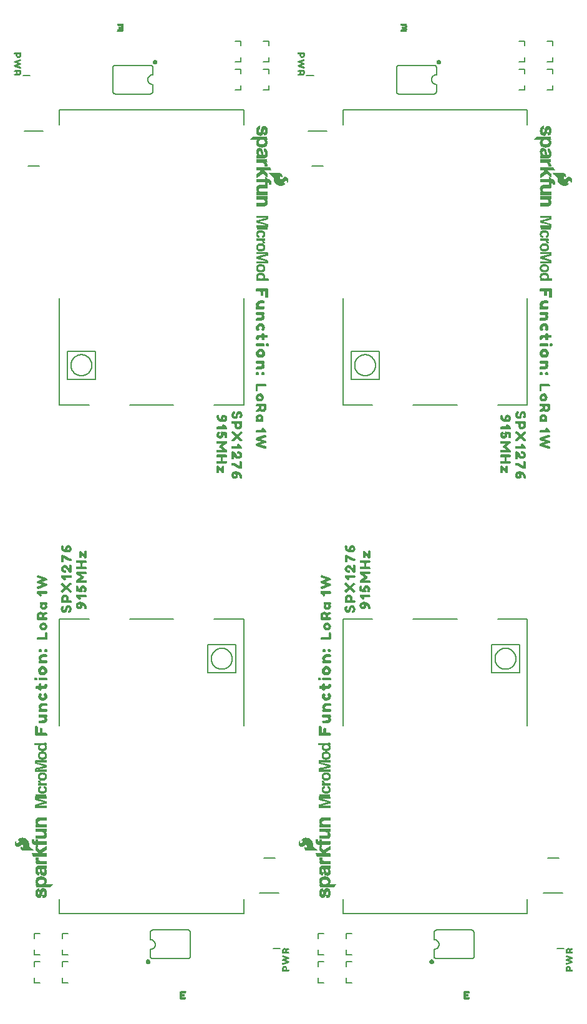
<source format=gto>
G04 EAGLE Gerber RS-274X export*
G75*
%MOMM*%
%FSLAX34Y34*%
%LPD*%
%INSilkscreen Top*%
%IPPOS*%
%AMOC8*
5,1,8,0,0,1.08239X$1,22.5*%
G01*
%ADD10C,0.203200*%
%ADD11R,0.640000X0.040000*%
%ADD12R,0.800000X0.040000*%
%ADD13R,0.840000X0.040000*%
%ADD14R,0.280000X0.040000*%
%ADD15R,0.600000X0.040000*%
%ADD16R,0.680000X0.040000*%
%ADD17R,0.760000X0.040000*%

G36*
X415281Y228251D02*
X415281Y228251D01*
X415332Y228253D01*
X415364Y228271D01*
X415400Y228279D01*
X415440Y228312D01*
X415484Y228336D01*
X415505Y228366D01*
X415534Y228389D01*
X415555Y228436D01*
X415584Y228478D01*
X415592Y228520D01*
X415605Y228548D01*
X415604Y228578D01*
X415612Y228620D01*
X415612Y228720D01*
X415606Y228746D01*
X415608Y228773D01*
X415586Y228830D01*
X415572Y228889D01*
X415555Y228909D01*
X415545Y228935D01*
X415486Y228993D01*
X415462Y229022D01*
X415452Y229027D01*
X415442Y229036D01*
X415174Y229216D01*
X414900Y229489D01*
X414880Y229501D01*
X414860Y229524D01*
X414481Y229808D01*
X414000Y230289D01*
X413987Y230297D01*
X413975Y230312D01*
X413388Y230801D01*
X412800Y231389D01*
X412777Y231403D01*
X412752Y231429D01*
X412078Y231911D01*
X410800Y233189D01*
X410787Y233197D01*
X410775Y233212D01*
X410204Y233688D01*
X409444Y234638D01*
X409195Y235054D01*
X409112Y235551D01*
X409112Y237420D01*
X409106Y237446D01*
X409106Y237483D01*
X408906Y238683D01*
X408900Y238698D01*
X408898Y238720D01*
X408722Y239368D01*
X408618Y239748D01*
X408598Y239820D01*
X408589Y239837D01*
X408584Y239861D01*
X408184Y240861D01*
X408169Y240883D01*
X408157Y240916D01*
X407557Y241916D01*
X407537Y241936D01*
X407518Y241970D01*
X406818Y242770D01*
X406808Y242777D01*
X406800Y242789D01*
X406000Y243589D01*
X405983Y243600D01*
X405965Y243620D01*
X405065Y244320D01*
X405042Y244331D01*
X405016Y244352D01*
X403216Y245352D01*
X403182Y245362D01*
X403133Y245386D01*
X401333Y245886D01*
X401300Y245888D01*
X401253Y245900D01*
X399453Y246000D01*
X399417Y245993D01*
X399361Y245994D01*
X397761Y245694D01*
X397738Y245683D01*
X397704Y245678D01*
X396304Y245178D01*
X396279Y245162D01*
X396240Y245148D01*
X395040Y244448D01*
X395017Y244427D01*
X394979Y244404D01*
X394079Y243604D01*
X394076Y243600D01*
X393991Y243490D01*
X393591Y242690D01*
X393579Y242640D01*
X393558Y242592D01*
X393560Y242557D01*
X393551Y242522D01*
X393563Y242471D01*
X393565Y242419D01*
X393582Y242388D01*
X393590Y242353D01*
X393623Y242313D01*
X393647Y242267D01*
X393677Y242246D01*
X393700Y242219D01*
X393747Y242197D01*
X393789Y242167D01*
X393830Y242159D01*
X393857Y242147D01*
X393889Y242148D01*
X393931Y242140D01*
X394670Y242140D01*
X395087Y242001D01*
X395187Y241852D01*
X395251Y241658D01*
X395251Y241110D01*
X394902Y240411D01*
X394721Y240140D01*
X394427Y239748D01*
X394423Y239739D01*
X394415Y239731D01*
X394236Y239462D01*
X394006Y239233D01*
X393996Y239228D01*
X393661Y239060D01*
X393645Y239047D01*
X393620Y239036D01*
X393375Y238873D01*
X393039Y238789D01*
X393027Y238783D01*
X393011Y238781D01*
X392831Y238721D01*
X392677Y238772D01*
X392501Y238860D01*
X392479Y238866D01*
X392452Y238881D01*
X392200Y238965D01*
X391997Y239100D01*
X391756Y239421D01*
X391594Y239744D01*
X391504Y240195D01*
X391501Y240202D01*
X391500Y240212D01*
X391412Y240567D01*
X391412Y240758D01*
X391492Y241000D01*
X391496Y241037D01*
X391512Y241120D01*
X391512Y241420D01*
X391506Y241445D01*
X391508Y241471D01*
X391486Y241529D01*
X391472Y241589D01*
X391456Y241609D01*
X391447Y241633D01*
X391401Y241675D01*
X391362Y241722D01*
X391338Y241733D01*
X391320Y241750D01*
X391260Y241768D01*
X391204Y241793D01*
X391178Y241792D01*
X391153Y241800D01*
X391092Y241789D01*
X391031Y241787D01*
X391008Y241774D01*
X390983Y241770D01*
X390911Y241722D01*
X390879Y241704D01*
X390873Y241696D01*
X390863Y241689D01*
X390763Y241589D01*
X390750Y241569D01*
X390727Y241548D01*
X390427Y241148D01*
X390416Y241122D01*
X390391Y241090D01*
X390091Y240490D01*
X390087Y240473D01*
X390075Y240454D01*
X389775Y239654D01*
X389775Y239647D01*
X389771Y239640D01*
X389471Y238740D01*
X389467Y238702D01*
X389451Y238620D01*
X389451Y237620D01*
X389458Y237592D01*
X389457Y237552D01*
X389657Y236452D01*
X389672Y236417D01*
X389698Y236338D01*
X390298Y235238D01*
X390321Y235212D01*
X390347Y235167D01*
X391147Y234267D01*
X391175Y234248D01*
X391210Y234211D01*
X391910Y233711D01*
X391947Y233696D01*
X392011Y233659D01*
X392911Y233359D01*
X392949Y233356D01*
X393031Y233340D01*
X393831Y233340D01*
X393864Y233347D01*
X393914Y233349D01*
X394814Y233549D01*
X394849Y233566D01*
X394916Y233588D01*
X395816Y234088D01*
X395841Y234110D01*
X395882Y234134D01*
X396682Y234834D01*
X396683Y234835D01*
X396684Y234836D01*
X397582Y235634D01*
X398337Y236294D01*
X398909Y236540D01*
X399470Y236540D01*
X399947Y236381D01*
X400348Y236060D01*
X400678Y235564D01*
X400851Y234873D01*
X400851Y234158D01*
X400765Y233729D01*
X400593Y233298D01*
X400436Y233062D01*
X400206Y232833D01*
X400068Y232763D01*
X399886Y232672D01*
X399670Y232600D01*
X399493Y232600D01*
X399300Y232665D01*
X399074Y232816D01*
X398764Y233125D01*
X398692Y233340D01*
X398680Y233360D01*
X398672Y233390D01*
X398472Y233790D01*
X398447Y233819D01*
X398400Y233889D01*
X398300Y233989D01*
X398279Y234002D01*
X398263Y234021D01*
X398206Y234047D01*
X398153Y234080D01*
X398128Y234083D01*
X398105Y234093D01*
X398043Y234091D01*
X397981Y234097D01*
X397957Y234088D01*
X397932Y234087D01*
X397877Y234057D01*
X397819Y234035D01*
X397802Y234017D01*
X397780Y234005D01*
X397726Y233935D01*
X397701Y233908D01*
X397698Y233899D01*
X397691Y233890D01*
X397591Y233690D01*
X397588Y233675D01*
X397579Y233662D01*
X397553Y233528D01*
X397551Y233522D01*
X397551Y233521D01*
X397551Y233520D01*
X397551Y233367D01*
X397463Y233012D01*
X397462Y232976D01*
X397451Y232920D01*
X397451Y232120D01*
X397457Y232094D01*
X397456Y232058D01*
X397556Y231458D01*
X397569Y231427D01*
X397578Y231379D01*
X397978Y230379D01*
X398000Y230348D01*
X398027Y230292D01*
X398315Y229908D01*
X398605Y229424D01*
X398620Y229410D01*
X398628Y229391D01*
X398705Y229321D01*
X398726Y229300D01*
X398731Y229298D01*
X398736Y229294D01*
X399236Y228994D01*
X399248Y228990D01*
X399261Y228980D01*
X399861Y228680D01*
X399884Y228674D01*
X399911Y228659D01*
X400511Y228459D01*
X400544Y228456D01*
X400589Y228442D01*
X402389Y228242D01*
X402408Y228244D01*
X402431Y228240D01*
X415231Y228240D01*
X415281Y228251D01*
G37*
G36*
X30192Y228251D02*
X30192Y228251D01*
X30243Y228253D01*
X30275Y228271D01*
X30311Y228279D01*
X30350Y228312D01*
X30395Y228336D01*
X30416Y228366D01*
X30444Y228389D01*
X30465Y228436D01*
X30495Y228478D01*
X30503Y228520D01*
X30515Y228548D01*
X30514Y228578D01*
X30522Y228620D01*
X30522Y228720D01*
X30516Y228746D01*
X30519Y228773D01*
X30497Y228830D01*
X30483Y228889D01*
X30466Y228909D01*
X30456Y228935D01*
X30397Y228993D01*
X30373Y229022D01*
X30363Y229027D01*
X30353Y229036D01*
X30084Y229216D01*
X29811Y229489D01*
X29791Y229501D01*
X29770Y229524D01*
X29392Y229808D01*
X28911Y230289D01*
X28898Y230297D01*
X28885Y230312D01*
X28299Y230801D01*
X27711Y231389D01*
X27688Y231403D01*
X27663Y231429D01*
X26989Y231911D01*
X25711Y233189D01*
X25698Y233197D01*
X25685Y233212D01*
X25115Y233688D01*
X24355Y234638D01*
X24105Y235054D01*
X24022Y235551D01*
X24022Y237420D01*
X24016Y237446D01*
X24017Y237483D01*
X23817Y238683D01*
X23810Y238698D01*
X23809Y238720D01*
X23632Y239368D01*
X23529Y239748D01*
X23509Y239820D01*
X23500Y239837D01*
X23495Y239861D01*
X23095Y240861D01*
X23080Y240883D01*
X23068Y240916D01*
X22468Y241916D01*
X22448Y241936D01*
X22428Y241970D01*
X21728Y242770D01*
X21719Y242777D01*
X21711Y242789D01*
X20911Y243589D01*
X20893Y243600D01*
X20875Y243620D01*
X19975Y244320D01*
X19952Y244331D01*
X19927Y244352D01*
X18127Y245352D01*
X18092Y245362D01*
X18044Y245386D01*
X16244Y245886D01*
X16210Y245888D01*
X16163Y245900D01*
X14363Y246000D01*
X14328Y245993D01*
X14272Y245994D01*
X12672Y245694D01*
X12648Y245683D01*
X12614Y245678D01*
X11214Y245178D01*
X11189Y245162D01*
X11150Y245148D01*
X9950Y244448D01*
X9928Y244427D01*
X9889Y244404D01*
X8989Y243604D01*
X8986Y243600D01*
X8902Y243490D01*
X8502Y242690D01*
X8490Y242640D01*
X8469Y242592D01*
X8470Y242557D01*
X8462Y242522D01*
X8473Y242471D01*
X8475Y242419D01*
X8493Y242388D01*
X8501Y242353D01*
X8533Y242313D01*
X8558Y242267D01*
X8587Y242246D01*
X8610Y242219D01*
X8657Y242197D01*
X8700Y242167D01*
X8741Y242159D01*
X8768Y242147D01*
X8799Y242148D01*
X8842Y242140D01*
X9580Y242140D01*
X9998Y242001D01*
X10097Y241852D01*
X10162Y241658D01*
X10162Y241110D01*
X9813Y240411D01*
X9631Y240140D01*
X9338Y239748D01*
X9334Y239739D01*
X9326Y239731D01*
X9147Y239462D01*
X8917Y239233D01*
X8907Y239228D01*
X8572Y239060D01*
X8556Y239047D01*
X8531Y239036D01*
X8286Y238873D01*
X7950Y238789D01*
X7938Y238783D01*
X7922Y238781D01*
X7742Y238721D01*
X7588Y238772D01*
X7412Y238860D01*
X7389Y238866D01*
X7362Y238881D01*
X7111Y238965D01*
X6907Y239100D01*
X6667Y239421D01*
X6505Y239744D01*
X6415Y240195D01*
X6411Y240202D01*
X6411Y240212D01*
X6322Y240567D01*
X6322Y240758D01*
X6403Y241000D01*
X6406Y241037D01*
X6422Y241120D01*
X6422Y241420D01*
X6416Y241445D01*
X6419Y241471D01*
X6397Y241529D01*
X6383Y241589D01*
X6366Y241609D01*
X6357Y241633D01*
X6312Y241675D01*
X6273Y241722D01*
X6249Y241733D01*
X6230Y241750D01*
X6171Y241768D01*
X6114Y241793D01*
X6089Y241792D01*
X6064Y241800D01*
X6003Y241789D01*
X5941Y241787D01*
X5919Y241774D01*
X5893Y241770D01*
X5822Y241722D01*
X5789Y241704D01*
X5783Y241696D01*
X5773Y241689D01*
X5673Y241589D01*
X5661Y241569D01*
X5638Y241548D01*
X5338Y241148D01*
X5326Y241122D01*
X5302Y241090D01*
X5002Y240490D01*
X4998Y240473D01*
X4986Y240454D01*
X4686Y239654D01*
X4685Y239647D01*
X4681Y239640D01*
X4381Y238740D01*
X4378Y238702D01*
X4362Y238620D01*
X4362Y237620D01*
X4368Y237592D01*
X4368Y237552D01*
X4568Y236452D01*
X4583Y236417D01*
X4608Y236338D01*
X5208Y235238D01*
X5231Y235212D01*
X5258Y235167D01*
X6058Y234267D01*
X6086Y234248D01*
X6121Y234211D01*
X6821Y233711D01*
X6857Y233696D01*
X6922Y233659D01*
X7822Y233359D01*
X7859Y233356D01*
X7942Y233340D01*
X8742Y233340D01*
X8775Y233347D01*
X8825Y233349D01*
X9725Y233549D01*
X9760Y233566D01*
X9827Y233588D01*
X10727Y234088D01*
X10751Y234110D01*
X10792Y234134D01*
X11592Y234834D01*
X11593Y234835D01*
X11595Y234836D01*
X12492Y235634D01*
X13247Y236294D01*
X13820Y236540D01*
X14380Y236540D01*
X14857Y236381D01*
X15258Y236060D01*
X15589Y235564D01*
X15762Y234873D01*
X15762Y234158D01*
X15676Y233729D01*
X15504Y233298D01*
X15347Y233062D01*
X15117Y232833D01*
X14978Y232763D01*
X14796Y232672D01*
X14580Y232600D01*
X14404Y232600D01*
X14211Y232665D01*
X13984Y232816D01*
X13674Y233125D01*
X13603Y233340D01*
X13590Y233360D01*
X13582Y233390D01*
X13382Y233790D01*
X13358Y233819D01*
X13311Y233889D01*
X13211Y233989D01*
X13190Y234002D01*
X13174Y234021D01*
X13117Y234047D01*
X13064Y234080D01*
X13039Y234083D01*
X13016Y234093D01*
X12953Y234091D01*
X12891Y234097D01*
X12868Y234088D01*
X12843Y234087D01*
X12788Y234057D01*
X12729Y234035D01*
X12712Y234017D01*
X12690Y234005D01*
X12636Y233935D01*
X12612Y233908D01*
X12609Y233899D01*
X12602Y233890D01*
X12502Y233690D01*
X12498Y233675D01*
X12489Y233662D01*
X12463Y233528D01*
X12462Y233522D01*
X12462Y233521D01*
X12462Y233520D01*
X12462Y233367D01*
X12373Y233012D01*
X12373Y232976D01*
X12362Y232920D01*
X12362Y232120D01*
X12368Y232094D01*
X12367Y232058D01*
X12467Y231458D01*
X12480Y231427D01*
X12489Y231379D01*
X12889Y230379D01*
X12911Y230348D01*
X12938Y230292D01*
X13226Y229908D01*
X13516Y229424D01*
X13530Y229410D01*
X13539Y229391D01*
X13616Y229321D01*
X13637Y229300D01*
X13642Y229298D01*
X13646Y229294D01*
X14146Y228994D01*
X14159Y228990D01*
X14172Y228980D01*
X14772Y228680D01*
X14795Y228674D01*
X14822Y228659D01*
X15422Y228459D01*
X15455Y228456D01*
X15500Y228442D01*
X17300Y228242D01*
X17319Y228244D01*
X17342Y228240D01*
X30142Y228240D01*
X30192Y228251D01*
G37*
G36*
X750746Y1130204D02*
X750746Y1130204D01*
X750801Y1130204D01*
X752401Y1130504D01*
X752425Y1130514D01*
X752459Y1130519D01*
X753859Y1131019D01*
X753884Y1131035D01*
X753923Y1131049D01*
X755123Y1131749D01*
X755146Y1131771D01*
X755184Y1131793D01*
X756084Y1132593D01*
X756087Y1132597D01*
X756107Y1132623D01*
X756113Y1132628D01*
X756116Y1132635D01*
X756172Y1132707D01*
X756572Y1133507D01*
X756584Y1133558D01*
X756605Y1133605D01*
X756603Y1133641D01*
X756612Y1133676D01*
X756600Y1133726D01*
X756598Y1133778D01*
X756581Y1133810D01*
X756573Y1133845D01*
X756540Y1133885D01*
X756515Y1133930D01*
X756486Y1133951D01*
X756463Y1133979D01*
X756416Y1134000D01*
X756374Y1134030D01*
X756333Y1134038D01*
X756305Y1134050D01*
X756274Y1134049D01*
X756231Y1134058D01*
X755493Y1134058D01*
X755075Y1134197D01*
X754976Y1134346D01*
X754912Y1134539D01*
X754912Y1135088D01*
X755261Y1135786D01*
X755442Y1136058D01*
X755736Y1136449D01*
X755739Y1136458D01*
X755748Y1136466D01*
X755927Y1136735D01*
X756157Y1136965D01*
X756389Y1137081D01*
X756501Y1137137D01*
X756518Y1137151D01*
X756542Y1137161D01*
X756788Y1137324D01*
X757124Y1137409D01*
X757135Y1137415D01*
X757152Y1137417D01*
X757331Y1137477D01*
X757486Y1137425D01*
X757661Y1137337D01*
X757684Y1137332D01*
X757711Y1137317D01*
X757963Y1137233D01*
X758166Y1137097D01*
X758407Y1136777D01*
X758569Y1136453D01*
X758659Y1136003D01*
X758662Y1135995D01*
X758663Y1135985D01*
X758751Y1135631D01*
X758751Y1135439D01*
X758671Y1135198D01*
X758667Y1135160D01*
X758651Y1135077D01*
X758651Y1134777D01*
X758657Y1134752D01*
X758655Y1134727D01*
X758677Y1134669D01*
X758691Y1134609D01*
X758707Y1134589D01*
X758716Y1134565D01*
X758762Y1134523D01*
X758801Y1134475D01*
X758824Y1134464D01*
X758843Y1134447D01*
X758903Y1134429D01*
X758959Y1134404D01*
X758985Y1134405D01*
X759009Y1134398D01*
X759070Y1134408D01*
X759132Y1134411D01*
X759155Y1134423D01*
X759180Y1134427D01*
X759252Y1134476D01*
X759284Y1134493D01*
X759290Y1134502D01*
X759300Y1134509D01*
X759400Y1134609D01*
X759413Y1134629D01*
X759436Y1134649D01*
X759736Y1135049D01*
X759747Y1135076D01*
X759772Y1135107D01*
X760072Y1135707D01*
X760076Y1135725D01*
X760087Y1135744D01*
X760387Y1136544D01*
X760388Y1136550D01*
X760392Y1136557D01*
X760692Y1137457D01*
X760696Y1137495D01*
X760712Y1137577D01*
X760712Y1138577D01*
X760705Y1138606D01*
X760706Y1138645D01*
X760506Y1139745D01*
X760490Y1139780D01*
X760484Y1139800D01*
X760484Y1139804D01*
X760481Y1139809D01*
X760465Y1139860D01*
X759865Y1140960D01*
X759842Y1140986D01*
X759816Y1141030D01*
X759756Y1141097D01*
X759418Y1141477D01*
X759080Y1141858D01*
X759016Y1141930D01*
X758988Y1141950D01*
X758952Y1141987D01*
X758252Y1142487D01*
X758216Y1142502D01*
X758152Y1142538D01*
X757252Y1142838D01*
X757214Y1142842D01*
X757131Y1142858D01*
X756331Y1142858D01*
X756298Y1142850D01*
X756249Y1142849D01*
X755349Y1142649D01*
X755314Y1142632D01*
X755247Y1142610D01*
X754347Y1142110D01*
X754322Y1142088D01*
X754281Y1142064D01*
X753481Y1141364D01*
X753480Y1141362D01*
X753479Y1141362D01*
X752581Y1140563D01*
X751826Y1139903D01*
X751253Y1139658D01*
X750693Y1139658D01*
X750216Y1139817D01*
X749815Y1140137D01*
X749484Y1140634D01*
X749312Y1141324D01*
X749312Y1142040D01*
X749397Y1142469D01*
X749570Y1142899D01*
X749727Y1143135D01*
X749957Y1143365D01*
X750277Y1143525D01*
X750493Y1143597D01*
X750670Y1143597D01*
X750863Y1143533D01*
X751089Y1143382D01*
X751399Y1143072D01*
X751471Y1142857D01*
X751483Y1142837D01*
X751491Y1142807D01*
X751691Y1142407D01*
X751715Y1142378D01*
X751763Y1142309D01*
X751863Y1142209D01*
X751884Y1142195D01*
X751900Y1142176D01*
X751957Y1142150D01*
X752010Y1142117D01*
X752035Y1142115D01*
X752057Y1142104D01*
X752120Y1142107D01*
X752182Y1142101D01*
X752206Y1142110D01*
X752231Y1142110D01*
X752286Y1142140D01*
X752344Y1142162D01*
X752361Y1142181D01*
X752383Y1142192D01*
X752437Y1142262D01*
X752462Y1142289D01*
X752465Y1142298D01*
X752472Y1142307D01*
X752572Y1142507D01*
X752575Y1142522D01*
X752584Y1142535D01*
X752610Y1142669D01*
X752612Y1142676D01*
X752612Y1142677D01*
X752612Y1142831D01*
X752700Y1143185D01*
X752701Y1143222D01*
X752712Y1143277D01*
X752712Y1144077D01*
X752706Y1144104D01*
X752706Y1144140D01*
X752606Y1144740D01*
X752594Y1144771D01*
X752584Y1144819D01*
X752184Y1145819D01*
X752163Y1145850D01*
X752136Y1145906D01*
X751847Y1146290D01*
X751557Y1146773D01*
X751543Y1146788D01*
X751535Y1146807D01*
X751458Y1146876D01*
X751437Y1146897D01*
X751432Y1146899D01*
X751427Y1146903D01*
X750927Y1147203D01*
X750914Y1147208D01*
X750901Y1147218D01*
X750301Y1147518D01*
X750279Y1147523D01*
X750252Y1147538D01*
X749652Y1147738D01*
X749619Y1147741D01*
X749573Y1147755D01*
X747773Y1147955D01*
X747755Y1147953D01*
X747731Y1147958D01*
X734931Y1147958D01*
X734882Y1147946D01*
X734831Y1147944D01*
X734798Y1147927D01*
X734763Y1147918D01*
X734723Y1147886D01*
X734679Y1147861D01*
X734657Y1147831D01*
X734629Y1147808D01*
X734608Y1147761D01*
X734579Y1147720D01*
X734571Y1147678D01*
X734558Y1147650D01*
X734559Y1147619D01*
X734551Y1147577D01*
X734551Y1147477D01*
X734557Y1147451D01*
X734555Y1147424D01*
X734577Y1147368D01*
X734591Y1147309D01*
X734608Y1147288D01*
X734617Y1147263D01*
X734677Y1147204D01*
X734701Y1147175D01*
X734711Y1147171D01*
X734720Y1147161D01*
X734989Y1146982D01*
X735263Y1146709D01*
X735283Y1146696D01*
X735303Y1146673D01*
X735682Y1146389D01*
X736163Y1145909D01*
X736176Y1145900D01*
X736188Y1145885D01*
X736775Y1145396D01*
X737363Y1144809D01*
X737385Y1144794D01*
X737410Y1144768D01*
X738085Y1144286D01*
X739363Y1143009D01*
X739376Y1143000D01*
X739388Y1142985D01*
X739959Y1142510D01*
X740719Y1141560D01*
X740968Y1141144D01*
X741051Y1140646D01*
X741051Y1138777D01*
X741057Y1138751D01*
X741056Y1138715D01*
X741256Y1137515D01*
X741263Y1137499D01*
X741265Y1137477D01*
X741307Y1137321D01*
X741411Y1136941D01*
X741515Y1136561D01*
X741565Y1136377D01*
X741574Y1136360D01*
X741578Y1136336D01*
X741978Y1135336D01*
X741993Y1135315D01*
X742005Y1135282D01*
X742605Y1134282D01*
X742625Y1134261D01*
X742645Y1134227D01*
X743345Y1133427D01*
X743355Y1133420D01*
X743363Y1133409D01*
X744163Y1132609D01*
X744180Y1132598D01*
X744198Y1132577D01*
X745098Y1131877D01*
X745121Y1131867D01*
X745147Y1131845D01*
X746947Y1130845D01*
X746981Y1130835D01*
X747030Y1130811D01*
X748830Y1130311D01*
X748863Y1130310D01*
X748910Y1130298D01*
X750710Y1130198D01*
X750746Y1130204D01*
G37*
G36*
X365682Y1130204D02*
X365682Y1130204D01*
X365737Y1130204D01*
X367337Y1130504D01*
X367361Y1130514D01*
X367395Y1130519D01*
X368795Y1131019D01*
X368820Y1131035D01*
X368859Y1131049D01*
X370059Y1131749D01*
X370082Y1131771D01*
X370120Y1131793D01*
X371020Y1132593D01*
X371023Y1132597D01*
X371043Y1132623D01*
X371049Y1132628D01*
X371052Y1132635D01*
X371108Y1132707D01*
X371508Y1133507D01*
X371520Y1133558D01*
X371541Y1133605D01*
X371539Y1133641D01*
X371548Y1133676D01*
X371536Y1133726D01*
X371534Y1133778D01*
X371517Y1133810D01*
X371509Y1133845D01*
X371476Y1133885D01*
X371451Y1133930D01*
X371422Y1133951D01*
X371399Y1133979D01*
X371352Y1134000D01*
X371310Y1134030D01*
X371269Y1134038D01*
X371241Y1134050D01*
X371210Y1134049D01*
X371167Y1134058D01*
X370429Y1134058D01*
X370011Y1134197D01*
X369912Y1134346D01*
X369848Y1134539D01*
X369848Y1135088D01*
X370197Y1135786D01*
X370378Y1136058D01*
X370672Y1136449D01*
X370675Y1136458D01*
X370684Y1136466D01*
X370863Y1136735D01*
X371093Y1136965D01*
X371325Y1137081D01*
X371437Y1137137D01*
X371454Y1137151D01*
X371478Y1137161D01*
X371724Y1137324D01*
X372060Y1137409D01*
X372071Y1137415D01*
X372088Y1137417D01*
X372267Y1137477D01*
X372422Y1137425D01*
X372597Y1137337D01*
X372620Y1137332D01*
X372647Y1137317D01*
X372899Y1137233D01*
X373102Y1137097D01*
X373343Y1136777D01*
X373505Y1136453D01*
X373595Y1136003D01*
X373598Y1135995D01*
X373599Y1135985D01*
X373687Y1135631D01*
X373687Y1135439D01*
X373607Y1135198D01*
X373603Y1135160D01*
X373587Y1135077D01*
X373587Y1134777D01*
X373593Y1134752D01*
X373591Y1134727D01*
X373613Y1134669D01*
X373627Y1134609D01*
X373643Y1134589D01*
X373652Y1134565D01*
X373698Y1134523D01*
X373737Y1134475D01*
X373760Y1134464D01*
X373779Y1134447D01*
X373839Y1134429D01*
X373895Y1134404D01*
X373921Y1134405D01*
X373945Y1134398D01*
X374006Y1134408D01*
X374068Y1134411D01*
X374091Y1134423D01*
X374116Y1134427D01*
X374188Y1134476D01*
X374220Y1134493D01*
X374226Y1134502D01*
X374236Y1134509D01*
X374336Y1134609D01*
X374349Y1134629D01*
X374372Y1134649D01*
X374672Y1135049D01*
X374683Y1135076D01*
X374708Y1135107D01*
X375008Y1135707D01*
X375012Y1135725D01*
X375023Y1135744D01*
X375323Y1136544D01*
X375324Y1136550D01*
X375328Y1136557D01*
X375628Y1137457D01*
X375632Y1137495D01*
X375648Y1137577D01*
X375648Y1138577D01*
X375641Y1138606D01*
X375642Y1138645D01*
X375442Y1139745D01*
X375426Y1139780D01*
X375420Y1139800D01*
X375420Y1139804D01*
X375417Y1139809D01*
X375401Y1139860D01*
X374801Y1140960D01*
X374778Y1140986D01*
X374752Y1141030D01*
X374692Y1141097D01*
X374354Y1141477D01*
X374016Y1141858D01*
X373952Y1141930D01*
X373924Y1141950D01*
X373888Y1141987D01*
X373188Y1142487D01*
X373152Y1142502D01*
X373088Y1142538D01*
X372188Y1142838D01*
X372150Y1142842D01*
X372067Y1142858D01*
X371267Y1142858D01*
X371234Y1142850D01*
X371185Y1142849D01*
X370285Y1142649D01*
X370250Y1142632D01*
X370183Y1142610D01*
X369283Y1142110D01*
X369258Y1142088D01*
X369217Y1142064D01*
X368417Y1141364D01*
X368416Y1141362D01*
X368415Y1141362D01*
X367517Y1140563D01*
X366762Y1139903D01*
X366189Y1139658D01*
X365629Y1139658D01*
X365152Y1139817D01*
X364751Y1140137D01*
X364420Y1140634D01*
X364248Y1141324D01*
X364248Y1142040D01*
X364333Y1142469D01*
X364506Y1142899D01*
X364663Y1143135D01*
X364893Y1143365D01*
X365213Y1143525D01*
X365429Y1143597D01*
X365606Y1143597D01*
X365799Y1143533D01*
X366025Y1143382D01*
X366335Y1143072D01*
X366407Y1142857D01*
X366419Y1142837D01*
X366427Y1142807D01*
X366627Y1142407D01*
X366651Y1142378D01*
X366699Y1142309D01*
X366799Y1142209D01*
X366820Y1142195D01*
X366836Y1142176D01*
X366893Y1142150D01*
X366946Y1142117D01*
X366971Y1142115D01*
X366993Y1142104D01*
X367056Y1142107D01*
X367118Y1142101D01*
X367142Y1142110D01*
X367167Y1142110D01*
X367222Y1142140D01*
X367280Y1142162D01*
X367297Y1142181D01*
X367319Y1142192D01*
X367373Y1142262D01*
X367398Y1142289D01*
X367401Y1142298D01*
X367408Y1142307D01*
X367508Y1142507D01*
X367511Y1142522D01*
X367520Y1142535D01*
X367546Y1142669D01*
X367548Y1142676D01*
X367548Y1142677D01*
X367548Y1142831D01*
X367636Y1143185D01*
X367637Y1143222D01*
X367648Y1143277D01*
X367648Y1144077D01*
X367642Y1144104D01*
X367642Y1144140D01*
X367542Y1144740D01*
X367530Y1144771D01*
X367520Y1144819D01*
X367120Y1145819D01*
X367099Y1145850D01*
X367072Y1145906D01*
X366783Y1146290D01*
X366493Y1146773D01*
X366479Y1146788D01*
X366471Y1146807D01*
X366394Y1146876D01*
X366373Y1146897D01*
X366368Y1146899D01*
X366363Y1146903D01*
X365863Y1147203D01*
X365850Y1147208D01*
X365837Y1147218D01*
X365237Y1147518D01*
X365215Y1147523D01*
X365188Y1147538D01*
X364588Y1147738D01*
X364555Y1147741D01*
X364509Y1147755D01*
X362709Y1147955D01*
X362691Y1147953D01*
X362667Y1147958D01*
X349867Y1147958D01*
X349818Y1147946D01*
X349767Y1147944D01*
X349734Y1147927D01*
X349699Y1147918D01*
X349659Y1147886D01*
X349615Y1147861D01*
X349593Y1147831D01*
X349565Y1147808D01*
X349544Y1147761D01*
X349515Y1147720D01*
X349507Y1147678D01*
X349494Y1147650D01*
X349495Y1147619D01*
X349487Y1147577D01*
X349487Y1147477D01*
X349493Y1147451D01*
X349491Y1147424D01*
X349513Y1147368D01*
X349527Y1147309D01*
X349544Y1147288D01*
X349553Y1147263D01*
X349613Y1147204D01*
X349637Y1147175D01*
X349647Y1147171D01*
X349656Y1147161D01*
X349925Y1146982D01*
X350199Y1146709D01*
X350219Y1146696D01*
X350239Y1146673D01*
X350618Y1146389D01*
X351099Y1145909D01*
X351112Y1145900D01*
X351124Y1145885D01*
X351711Y1145396D01*
X352299Y1144809D01*
X352321Y1144794D01*
X352346Y1144768D01*
X353021Y1144286D01*
X354299Y1143009D01*
X354312Y1143000D01*
X354324Y1142985D01*
X354895Y1142510D01*
X355655Y1141560D01*
X355904Y1141144D01*
X355987Y1140646D01*
X355987Y1138777D01*
X355993Y1138751D01*
X355992Y1138715D01*
X356192Y1137515D01*
X356199Y1137499D01*
X356201Y1137477D01*
X356243Y1137321D01*
X356347Y1136941D01*
X356451Y1136561D01*
X356501Y1136377D01*
X356510Y1136360D01*
X356514Y1136336D01*
X356914Y1135336D01*
X356929Y1135315D01*
X356941Y1135282D01*
X357541Y1134282D01*
X357561Y1134261D01*
X357581Y1134227D01*
X358281Y1133427D01*
X358291Y1133420D01*
X358299Y1133409D01*
X359099Y1132609D01*
X359116Y1132598D01*
X359134Y1132577D01*
X360034Y1131877D01*
X360057Y1131867D01*
X360083Y1131845D01*
X361883Y1130845D01*
X361917Y1130835D01*
X361966Y1130811D01*
X363766Y1130311D01*
X363799Y1130310D01*
X363846Y1130298D01*
X365646Y1130198D01*
X365682Y1130204D01*
G37*
G36*
X726257Y1182498D02*
X726257Y1182498D01*
X726280Y1182505D01*
X726311Y1182506D01*
X727711Y1182806D01*
X727725Y1182812D01*
X727743Y1182814D01*
X729043Y1183214D01*
X729076Y1183233D01*
X729136Y1183257D01*
X730236Y1183957D01*
X730255Y1183976D01*
X730286Y1183995D01*
X731286Y1184895D01*
X731308Y1184926D01*
X731352Y1184973D01*
X732052Y1186073D01*
X732064Y1186106D01*
X732090Y1186150D01*
X732590Y1187550D01*
X732594Y1187588D01*
X732611Y1187652D01*
X732711Y1189152D01*
X732709Y1189163D01*
X732712Y1189177D01*
X732712Y1189877D01*
X732706Y1189904D01*
X732706Y1189940D01*
X732506Y1191140D01*
X732502Y1191151D01*
X732457Y1191273D01*
X731857Y1192273D01*
X731842Y1192289D01*
X731828Y1192315D01*
X731428Y1192815D01*
X731414Y1192827D01*
X731400Y1192846D01*
X731249Y1192997D01*
X732031Y1192997D01*
X732032Y1192997D01*
X732034Y1192997D01*
X732116Y1193017D01*
X732200Y1193037D01*
X732201Y1193037D01*
X732202Y1193038D01*
X732267Y1193092D01*
X732334Y1193147D01*
X732334Y1193148D01*
X732335Y1193149D01*
X732370Y1193227D01*
X732405Y1193305D01*
X732405Y1193306D01*
X732405Y1193307D01*
X732404Y1193452D01*
X732204Y1194452D01*
X732201Y1194460D01*
X732200Y1194470D01*
X732103Y1194861D01*
X732004Y1195352D01*
X732001Y1195360D01*
X732000Y1195370D01*
X731912Y1195724D01*
X731912Y1196177D01*
X731905Y1196208D01*
X731904Y1196252D01*
X731804Y1196752D01*
X731801Y1196760D01*
X731800Y1196770D01*
X731700Y1197170D01*
X731698Y1197174D01*
X731698Y1197178D01*
X731659Y1197250D01*
X731621Y1197324D01*
X731617Y1197326D01*
X731615Y1197330D01*
X731548Y1197378D01*
X731482Y1197427D01*
X731477Y1197427D01*
X731474Y1197430D01*
X731331Y1197458D01*
X712831Y1197458D01*
X712821Y1197455D01*
X712811Y1197457D01*
X712738Y1197436D01*
X712663Y1197418D01*
X712655Y1197412D01*
X712645Y1197409D01*
X712534Y1197315D01*
X712148Y1196831D01*
X711263Y1195946D01*
X711253Y1195930D01*
X711234Y1195915D01*
X710048Y1194431D01*
X709163Y1193546D01*
X709149Y1193524D01*
X709129Y1193508D01*
X709104Y1193452D01*
X709071Y1193399D01*
X709069Y1193373D01*
X709058Y1193350D01*
X709060Y1193288D01*
X709055Y1193227D01*
X709064Y1193203D01*
X709065Y1193177D01*
X709094Y1193122D01*
X709116Y1193065D01*
X709135Y1193047D01*
X709147Y1193025D01*
X709198Y1192989D01*
X709243Y1192947D01*
X709268Y1192940D01*
X709289Y1192925D01*
X709374Y1192908D01*
X709409Y1192898D01*
X709419Y1192900D01*
X709431Y1192897D01*
X718672Y1192897D01*
X718394Y1192674D01*
X718376Y1192652D01*
X718305Y1192573D01*
X717705Y1191573D01*
X717701Y1191560D01*
X717691Y1191547D01*
X717391Y1190947D01*
X717382Y1190909D01*
X717356Y1190840D01*
X717056Y1189040D01*
X717059Y1189001D01*
X717055Y1188927D01*
X717255Y1187427D01*
X717265Y1187399D01*
X717271Y1187357D01*
X717671Y1186157D01*
X717691Y1186124D01*
X717724Y1186054D01*
X718524Y1184954D01*
X718543Y1184937D01*
X718563Y1184909D01*
X719463Y1184009D01*
X719496Y1183988D01*
X719549Y1183944D01*
X720649Y1183344D01*
X720666Y1183339D01*
X720685Y1183326D01*
X721885Y1182826D01*
X721912Y1182822D01*
X721946Y1182807D01*
X723246Y1182507D01*
X723271Y1182507D01*
X723304Y1182498D01*
X724704Y1182398D01*
X724727Y1182402D01*
X724757Y1182398D01*
X726257Y1182498D01*
G37*
G36*
X341193Y1182498D02*
X341193Y1182498D01*
X341216Y1182505D01*
X341247Y1182506D01*
X342647Y1182806D01*
X342661Y1182812D01*
X342679Y1182814D01*
X343979Y1183214D01*
X344012Y1183233D01*
X344072Y1183257D01*
X345172Y1183957D01*
X345191Y1183976D01*
X345222Y1183995D01*
X346222Y1184895D01*
X346244Y1184926D01*
X346288Y1184973D01*
X346988Y1186073D01*
X347000Y1186106D01*
X347026Y1186150D01*
X347526Y1187550D01*
X347530Y1187588D01*
X347547Y1187652D01*
X347647Y1189152D01*
X347645Y1189163D01*
X347648Y1189177D01*
X347648Y1189877D01*
X347642Y1189904D01*
X347642Y1189940D01*
X347442Y1191140D01*
X347438Y1191151D01*
X347393Y1191273D01*
X346793Y1192273D01*
X346778Y1192289D01*
X346764Y1192315D01*
X346364Y1192815D01*
X346350Y1192827D01*
X346336Y1192846D01*
X346185Y1192997D01*
X346967Y1192997D01*
X346968Y1192997D01*
X346970Y1192997D01*
X347052Y1193017D01*
X347136Y1193037D01*
X347137Y1193037D01*
X347138Y1193038D01*
X347203Y1193092D01*
X347270Y1193147D01*
X347270Y1193148D01*
X347271Y1193149D01*
X347306Y1193227D01*
X347341Y1193305D01*
X347341Y1193306D01*
X347341Y1193307D01*
X347340Y1193452D01*
X347140Y1194452D01*
X347137Y1194460D01*
X347136Y1194470D01*
X347039Y1194861D01*
X346940Y1195352D01*
X346937Y1195360D01*
X346936Y1195370D01*
X346848Y1195724D01*
X346848Y1196177D01*
X346841Y1196208D01*
X346840Y1196252D01*
X346740Y1196752D01*
X346737Y1196760D01*
X346736Y1196770D01*
X346636Y1197170D01*
X346634Y1197174D01*
X346634Y1197178D01*
X346595Y1197250D01*
X346557Y1197324D01*
X346553Y1197326D01*
X346551Y1197330D01*
X346484Y1197378D01*
X346418Y1197427D01*
X346413Y1197427D01*
X346410Y1197430D01*
X346267Y1197458D01*
X327767Y1197458D01*
X327757Y1197455D01*
X327747Y1197457D01*
X327674Y1197436D01*
X327599Y1197418D01*
X327591Y1197412D01*
X327581Y1197409D01*
X327470Y1197315D01*
X327084Y1196831D01*
X326199Y1195946D01*
X326189Y1195930D01*
X326170Y1195915D01*
X324984Y1194431D01*
X324099Y1193546D01*
X324085Y1193524D01*
X324065Y1193508D01*
X324040Y1193452D01*
X324007Y1193399D01*
X324005Y1193373D01*
X323994Y1193350D01*
X323996Y1193288D01*
X323991Y1193227D01*
X324000Y1193203D01*
X324001Y1193177D01*
X324030Y1193122D01*
X324052Y1193065D01*
X324071Y1193047D01*
X324083Y1193025D01*
X324134Y1192989D01*
X324179Y1192947D01*
X324204Y1192940D01*
X324225Y1192925D01*
X324310Y1192908D01*
X324345Y1192898D01*
X324355Y1192900D01*
X324367Y1192897D01*
X333608Y1192897D01*
X333330Y1192674D01*
X333312Y1192652D01*
X333241Y1192573D01*
X332641Y1191573D01*
X332637Y1191560D01*
X332627Y1191547D01*
X332327Y1190947D01*
X332318Y1190909D01*
X332292Y1190840D01*
X331992Y1189040D01*
X331995Y1189001D01*
X331991Y1188927D01*
X332191Y1187427D01*
X332201Y1187399D01*
X332207Y1187357D01*
X332607Y1186157D01*
X332627Y1186124D01*
X332660Y1186054D01*
X333460Y1184954D01*
X333479Y1184937D01*
X333499Y1184909D01*
X334399Y1184009D01*
X334432Y1183988D01*
X334485Y1183944D01*
X335585Y1183344D01*
X335602Y1183339D01*
X335621Y1183326D01*
X336821Y1182826D01*
X336848Y1182822D01*
X336882Y1182807D01*
X338182Y1182507D01*
X338207Y1182507D01*
X338240Y1182498D01*
X339640Y1182398D01*
X339663Y1182402D01*
X339693Y1182398D01*
X341193Y1182498D01*
G37*
G36*
X52252Y178742D02*
X52252Y178742D01*
X52262Y178740D01*
X52336Y178762D01*
X52411Y178779D01*
X52419Y178786D01*
X52429Y178789D01*
X52539Y178882D01*
X52926Y179366D01*
X53811Y180251D01*
X53821Y180267D01*
X53839Y180282D01*
X55026Y181766D01*
X55911Y182651D01*
X55924Y182673D01*
X55944Y182689D01*
X55970Y182746D01*
X56002Y182798D01*
X56005Y182824D01*
X56015Y182848D01*
X56013Y182909D01*
X56019Y182971D01*
X56010Y182995D01*
X56009Y183021D01*
X55979Y183075D01*
X55957Y183133D01*
X55938Y183150D01*
X55926Y183173D01*
X55876Y183208D01*
X55830Y183250D01*
X55805Y183258D01*
X55784Y183273D01*
X55700Y183289D01*
X55664Y183300D01*
X55654Y183298D01*
X55642Y183300D01*
X46401Y183300D01*
X46680Y183523D01*
X46697Y183546D01*
X46768Y183624D01*
X47368Y184624D01*
X47372Y184637D01*
X47382Y184650D01*
X47682Y185250D01*
X47691Y185288D01*
X47717Y185358D01*
X48017Y187158D01*
X48015Y187196D01*
X48019Y187270D01*
X47819Y188770D01*
X47808Y188798D01*
X47803Y188840D01*
X47403Y190040D01*
X47382Y190073D01*
X47350Y190144D01*
X46550Y191244D01*
X46530Y191261D01*
X46511Y191289D01*
X45611Y192189D01*
X45578Y192209D01*
X45524Y192254D01*
X44424Y192854D01*
X44407Y192859D01*
X44388Y192871D01*
X43188Y193371D01*
X43161Y193376D01*
X43128Y193391D01*
X41828Y193691D01*
X41802Y193690D01*
X41769Y193699D01*
X40369Y193799D01*
X40346Y193796D01*
X40317Y193799D01*
X38817Y193699D01*
X38794Y193692D01*
X38762Y193692D01*
X37362Y193392D01*
X37349Y193385D01*
X37330Y193383D01*
X36030Y192983D01*
X35997Y192964D01*
X35938Y192941D01*
X34838Y192241D01*
X34819Y192221D01*
X34788Y192203D01*
X33788Y191303D01*
X33766Y191271D01*
X33721Y191224D01*
X33021Y190124D01*
X33010Y190092D01*
X32984Y190048D01*
X32484Y188648D01*
X32480Y188609D01*
X32463Y188545D01*
X32363Y187045D01*
X32364Y187034D01*
X32362Y187020D01*
X32362Y186320D01*
X32368Y186294D01*
X32367Y186258D01*
X32567Y185058D01*
X32572Y185046D01*
X32616Y184924D01*
X33216Y183924D01*
X33232Y183908D01*
X33245Y183882D01*
X33645Y183382D01*
X33660Y183371D01*
X33673Y183351D01*
X33824Y183200D01*
X33042Y183200D01*
X33041Y183200D01*
X33040Y183200D01*
X32957Y183180D01*
X32873Y183161D01*
X32872Y183160D01*
X32871Y183160D01*
X32807Y183106D01*
X32740Y183051D01*
X32739Y183050D01*
X32738Y183049D01*
X32703Y182970D01*
X32669Y182892D01*
X32669Y182891D01*
X32668Y182890D01*
X32669Y182745D01*
X32869Y181745D01*
X32873Y181738D01*
X32873Y181728D01*
X32971Y181337D01*
X33069Y180845D01*
X33073Y180838D01*
X33073Y180828D01*
X33162Y180473D01*
X33162Y180020D01*
X33169Y179990D01*
X33169Y179945D01*
X33269Y179445D01*
X33273Y179438D01*
X33273Y179428D01*
X33373Y179028D01*
X33375Y179024D01*
X33375Y179019D01*
X33415Y178947D01*
X33452Y178874D01*
X33456Y178871D01*
X33458Y178867D01*
X33525Y178820D01*
X33592Y178771D01*
X33596Y178770D01*
X33600Y178767D01*
X33742Y178740D01*
X52242Y178740D01*
X52252Y178742D01*
G37*
G36*
X437341Y178742D02*
X437341Y178742D01*
X437352Y178740D01*
X437425Y178762D01*
X437500Y178779D01*
X437508Y178786D01*
X437518Y178789D01*
X437628Y178882D01*
X438015Y179366D01*
X438900Y180251D01*
X438910Y180267D01*
X438928Y180282D01*
X440115Y181766D01*
X441000Y182651D01*
X441014Y182673D01*
X441034Y182689D01*
X441059Y182746D01*
X441092Y182798D01*
X441094Y182824D01*
X441105Y182848D01*
X441102Y182909D01*
X441108Y182971D01*
X441099Y182995D01*
X441098Y183021D01*
X441069Y183075D01*
X441047Y183133D01*
X441028Y183150D01*
X441015Y183173D01*
X440965Y183208D01*
X440920Y183250D01*
X440895Y183258D01*
X440874Y183273D01*
X440789Y183289D01*
X440753Y183300D01*
X440743Y183298D01*
X440731Y183300D01*
X431490Y183300D01*
X431769Y183523D01*
X431787Y183546D01*
X431857Y183624D01*
X432457Y184624D01*
X432462Y184637D01*
X432472Y184650D01*
X432772Y185250D01*
X432781Y185288D01*
X432806Y185358D01*
X433106Y187158D01*
X433104Y187196D01*
X433108Y187270D01*
X432908Y188770D01*
X432898Y188798D01*
X432892Y188840D01*
X432492Y190040D01*
X432472Y190073D01*
X432439Y190144D01*
X431639Y191244D01*
X431619Y191261D01*
X431600Y191289D01*
X430700Y192189D01*
X430667Y192209D01*
X430614Y192254D01*
X429514Y192854D01*
X429496Y192859D01*
X429478Y192871D01*
X428278Y193371D01*
X428251Y193376D01*
X428217Y193391D01*
X426917Y193691D01*
X426891Y193690D01*
X426859Y193699D01*
X425459Y193799D01*
X425436Y193796D01*
X425406Y193799D01*
X423906Y193699D01*
X423883Y193692D01*
X423852Y193692D01*
X422452Y193392D01*
X422438Y193385D01*
X422420Y193383D01*
X421120Y192983D01*
X421087Y192964D01*
X421027Y192941D01*
X419927Y192241D01*
X419908Y192221D01*
X419877Y192203D01*
X418877Y191303D01*
X418855Y191271D01*
X418811Y191224D01*
X418111Y190124D01*
X418099Y190092D01*
X418073Y190048D01*
X417573Y188648D01*
X417569Y188609D01*
X417552Y188545D01*
X417452Y187045D01*
X417454Y187034D01*
X417451Y187020D01*
X417451Y186320D01*
X417457Y186294D01*
X417456Y186258D01*
X417656Y185058D01*
X417661Y185046D01*
X417705Y184924D01*
X418305Y183924D01*
X418321Y183908D01*
X418334Y183882D01*
X418734Y183382D01*
X418749Y183371D01*
X418763Y183351D01*
X418913Y183200D01*
X418131Y183200D01*
X418130Y183200D01*
X418129Y183200D01*
X418047Y183180D01*
X417963Y183161D01*
X417962Y183160D01*
X417961Y183160D01*
X417896Y183106D01*
X417829Y183051D01*
X417829Y183050D01*
X417828Y183049D01*
X417793Y182970D01*
X417758Y182892D01*
X417758Y182891D01*
X417758Y182890D01*
X417759Y182745D01*
X417959Y181745D01*
X417962Y181738D01*
X417963Y181728D01*
X418060Y181337D01*
X418159Y180845D01*
X418162Y180838D01*
X418163Y180828D01*
X418251Y180473D01*
X418251Y180020D01*
X418258Y179990D01*
X418259Y179945D01*
X418359Y179445D01*
X418362Y179438D01*
X418363Y179428D01*
X418463Y179028D01*
X418465Y179024D01*
X418465Y179019D01*
X418504Y178947D01*
X418542Y178874D01*
X418545Y178871D01*
X418547Y178867D01*
X418615Y178820D01*
X418681Y178771D01*
X418686Y178770D01*
X418689Y178767D01*
X418831Y178740D01*
X437331Y178740D01*
X437341Y178742D01*
G37*
G36*
X725515Y1070971D02*
X725515Y1070971D01*
X726043Y1070984D01*
X726051Y1070990D01*
X726053Y1070987D01*
X726059Y1070992D01*
X726064Y1070986D01*
X728348Y1070990D01*
X728362Y1071001D01*
X728371Y1070996D01*
X728825Y1071239D01*
X728834Y1071259D01*
X728845Y1071267D01*
X728849Y1071268D01*
X729002Y1071762D01*
X728998Y1071772D01*
X729004Y1071776D01*
X729014Y1073862D01*
X729389Y1074078D01*
X729812Y1073943D01*
X729858Y1073459D01*
X729858Y1071875D01*
X729862Y1071870D01*
X729859Y1071866D01*
X729955Y1071355D01*
X729974Y1071338D01*
X729974Y1071324D01*
X730387Y1071017D01*
X730408Y1071017D01*
X730415Y1071007D01*
X731471Y1070985D01*
X731483Y1070994D01*
X731491Y1070989D01*
X731966Y1071189D01*
X731979Y1071211D01*
X731980Y1071212D01*
X731993Y1071215D01*
X732189Y1071692D01*
X732186Y1071705D01*
X732193Y1071710D01*
X732194Y1073802D01*
X732530Y1074090D01*
X732979Y1074312D01*
X732993Y1074342D01*
X733005Y1074348D01*
X733099Y1074856D01*
X733096Y1074861D01*
X733098Y1074863D01*
X733100Y1074865D01*
X733100Y1078037D01*
X733098Y1078039D01*
X733100Y1078040D01*
X733064Y1078564D01*
X733046Y1078585D01*
X733046Y1078599D01*
X732655Y1078926D01*
X732641Y1078927D01*
X732638Y1078935D01*
X729611Y1079883D01*
X729610Y1079883D01*
X727081Y1080651D01*
X727078Y1080650D01*
X727077Y1080652D01*
X726614Y1080754D01*
X726613Y1080753D01*
X726613Y1080754D01*
X726103Y1080854D01*
X726074Y1080840D01*
X726058Y1080860D01*
X726057Y1080865D01*
X725567Y1081030D01*
X725565Y1081029D01*
X725565Y1081030D01*
X723515Y1081600D01*
X723514Y1081599D01*
X723514Y1081600D01*
X722483Y1081859D01*
X722481Y1081858D01*
X722481Y1081859D01*
X721661Y1082032D01*
X724511Y1082679D01*
X724511Y1082680D01*
X724512Y1082679D01*
X725545Y1082932D01*
X725546Y1082934D01*
X725547Y1082933D01*
X726056Y1083085D01*
X726073Y1083108D01*
X726074Y1083109D01*
X726077Y1083107D01*
X726086Y1083116D01*
X726096Y1083108D01*
X728811Y1083820D01*
X728812Y1083820D01*
X731368Y1084535D01*
X731369Y1084535D01*
X732387Y1084836D01*
X732391Y1084841D01*
X732395Y1084839D01*
X732861Y1085072D01*
X732874Y1085099D01*
X732886Y1085104D01*
X733010Y1085604D01*
X733007Y1085612D01*
X733012Y1085616D01*
X733008Y1089332D01*
X732997Y1089346D01*
X733002Y1089357D01*
X732746Y1089794D01*
X732716Y1089806D01*
X732710Y1089818D01*
X732191Y1089887D01*
X732187Y1089885D01*
X732185Y1089888D01*
X726056Y1089885D01*
X726055Y1089886D01*
X726054Y1089885D01*
X726044Y1089885D01*
X726042Y1089888D01*
X717659Y1089881D01*
X717641Y1089867D01*
X717629Y1089870D01*
X717235Y1089560D01*
X717228Y1089533D01*
X717217Y1089525D01*
X717174Y1089007D01*
X717176Y1089004D01*
X717174Y1089003D01*
X717174Y1087431D01*
X717184Y1087418D01*
X717180Y1087409D01*
X717409Y1086961D01*
X717437Y1086947D01*
X717443Y1086935D01*
X717948Y1086841D01*
X717954Y1086844D01*
X717957Y1086840D01*
X723721Y1086842D01*
X723721Y1086843D01*
X723721Y1086842D01*
X725817Y1086867D01*
X725827Y1086875D01*
X725835Y1086866D01*
X726532Y1086883D01*
X728124Y1086928D01*
X728125Y1086928D01*
X729716Y1086993D01*
X729716Y1086994D01*
X729717Y1086994D01*
X730556Y1087046D01*
X730380Y1086949D01*
X728831Y1086612D01*
X728830Y1086612D01*
X726245Y1086011D01*
X726228Y1085991D01*
X726227Y1085990D01*
X726214Y1085989D01*
X726213Y1085991D01*
X726205Y1085991D01*
X726201Y1085993D01*
X725617Y1085846D01*
X722003Y1084956D01*
X722002Y1084956D01*
X718912Y1084164D01*
X718911Y1084164D01*
X717883Y1083893D01*
X717881Y1083889D01*
X717878Y1083891D01*
X717387Y1083703D01*
X717372Y1083678D01*
X717359Y1083675D01*
X717176Y1083197D01*
X717177Y1083197D01*
X717176Y1083197D01*
X717177Y1083196D01*
X717180Y1083185D01*
X717173Y1083180D01*
X717173Y1081584D01*
X717175Y1081582D01*
X717173Y1081580D01*
X717217Y1081055D01*
X717236Y1081034D01*
X717236Y1081020D01*
X717642Y1080706D01*
X717655Y1080706D01*
X717658Y1080697D01*
X721738Y1079493D01*
X725838Y1078359D01*
X725842Y1078360D01*
X728744Y1077630D01*
X728744Y1077629D01*
X730285Y1077268D01*
X730522Y1077176D01*
X730265Y1077157D01*
X728154Y1077210D01*
X728153Y1077210D01*
X726043Y1077237D01*
X726040Y1077235D01*
X717912Y1077258D01*
X717905Y1077253D01*
X717900Y1077257D01*
X717400Y1077134D01*
X717379Y1077108D01*
X717366Y1077104D01*
X717176Y1076632D01*
X717180Y1076619D01*
X717172Y1076614D01*
X717172Y1075026D01*
X717173Y1075025D01*
X717172Y1075024D01*
X717193Y1074497D01*
X717209Y1074477D01*
X717207Y1074464D01*
X717564Y1074104D01*
X717584Y1074101D01*
X717589Y1074090D01*
X718064Y1073993D01*
X718173Y1073537D01*
X718173Y1071955D01*
X718175Y1071952D01*
X718173Y1071950D01*
X718227Y1071428D01*
X718243Y1071411D01*
X718241Y1071398D01*
X718607Y1071036D01*
X718630Y1071033D01*
X718637Y1071022D01*
X719160Y1070971D01*
X719163Y1070973D01*
X719165Y1070971D01*
X725514Y1070971D01*
X725515Y1070971D01*
G37*
G36*
X340451Y1070971D02*
X340451Y1070971D01*
X340979Y1070984D01*
X340987Y1070990D01*
X340989Y1070987D01*
X340995Y1070992D01*
X341000Y1070986D01*
X343284Y1070990D01*
X343298Y1071001D01*
X343307Y1070996D01*
X343761Y1071239D01*
X343770Y1071259D01*
X343781Y1071267D01*
X343785Y1071268D01*
X343938Y1071762D01*
X343934Y1071772D01*
X343940Y1071776D01*
X343950Y1073862D01*
X344325Y1074078D01*
X344748Y1073943D01*
X344794Y1073459D01*
X344794Y1071875D01*
X344798Y1071870D01*
X344795Y1071866D01*
X344891Y1071355D01*
X344910Y1071338D01*
X344910Y1071324D01*
X345323Y1071017D01*
X345344Y1071017D01*
X345351Y1071007D01*
X346407Y1070985D01*
X346419Y1070994D01*
X346427Y1070989D01*
X346902Y1071189D01*
X346915Y1071211D01*
X346916Y1071212D01*
X346929Y1071215D01*
X347125Y1071692D01*
X347122Y1071705D01*
X347129Y1071710D01*
X347130Y1073802D01*
X347466Y1074090D01*
X347915Y1074312D01*
X347929Y1074342D01*
X347941Y1074348D01*
X348035Y1074856D01*
X348032Y1074861D01*
X348034Y1074863D01*
X348036Y1074865D01*
X348036Y1078037D01*
X348034Y1078039D01*
X348036Y1078040D01*
X348000Y1078564D01*
X347982Y1078585D01*
X347982Y1078599D01*
X347591Y1078926D01*
X347577Y1078927D01*
X347574Y1078935D01*
X344547Y1079883D01*
X344546Y1079883D01*
X342017Y1080651D01*
X342014Y1080650D01*
X342013Y1080652D01*
X341550Y1080754D01*
X341549Y1080753D01*
X341549Y1080754D01*
X341039Y1080854D01*
X341010Y1080840D01*
X340994Y1080860D01*
X340993Y1080865D01*
X340503Y1081030D01*
X340501Y1081029D01*
X340501Y1081030D01*
X338451Y1081600D01*
X338450Y1081599D01*
X338450Y1081600D01*
X337419Y1081859D01*
X337417Y1081858D01*
X337417Y1081859D01*
X336597Y1082032D01*
X339447Y1082679D01*
X339447Y1082680D01*
X339448Y1082679D01*
X340481Y1082932D01*
X340482Y1082934D01*
X340483Y1082933D01*
X340992Y1083085D01*
X341009Y1083108D01*
X341010Y1083109D01*
X341013Y1083107D01*
X341022Y1083116D01*
X341032Y1083108D01*
X343747Y1083820D01*
X343748Y1083820D01*
X346304Y1084535D01*
X346305Y1084535D01*
X347323Y1084836D01*
X347327Y1084841D01*
X347331Y1084839D01*
X347797Y1085072D01*
X347810Y1085099D01*
X347822Y1085104D01*
X347946Y1085604D01*
X347943Y1085612D01*
X347948Y1085616D01*
X347944Y1089332D01*
X347933Y1089346D01*
X347938Y1089357D01*
X347682Y1089794D01*
X347652Y1089806D01*
X347646Y1089818D01*
X347127Y1089887D01*
X347123Y1089885D01*
X347121Y1089888D01*
X340992Y1089885D01*
X340991Y1089886D01*
X340990Y1089885D01*
X340980Y1089885D01*
X340978Y1089888D01*
X332595Y1089881D01*
X332577Y1089867D01*
X332565Y1089870D01*
X332171Y1089560D01*
X332164Y1089533D01*
X332153Y1089525D01*
X332110Y1089007D01*
X332112Y1089004D01*
X332110Y1089003D01*
X332110Y1087431D01*
X332120Y1087418D01*
X332116Y1087409D01*
X332345Y1086961D01*
X332373Y1086947D01*
X332379Y1086935D01*
X332884Y1086841D01*
X332890Y1086844D01*
X332893Y1086840D01*
X338657Y1086842D01*
X338657Y1086843D01*
X338657Y1086842D01*
X340753Y1086867D01*
X340763Y1086875D01*
X340771Y1086866D01*
X341468Y1086883D01*
X343060Y1086928D01*
X343061Y1086928D01*
X344652Y1086993D01*
X344652Y1086994D01*
X344653Y1086994D01*
X345492Y1087046D01*
X345316Y1086949D01*
X343767Y1086612D01*
X343766Y1086612D01*
X341181Y1086011D01*
X341164Y1085991D01*
X341163Y1085990D01*
X341150Y1085989D01*
X341149Y1085991D01*
X341141Y1085991D01*
X341137Y1085993D01*
X340553Y1085846D01*
X336939Y1084956D01*
X336938Y1084956D01*
X333848Y1084164D01*
X333847Y1084164D01*
X332819Y1083893D01*
X332817Y1083889D01*
X332814Y1083891D01*
X332323Y1083703D01*
X332308Y1083678D01*
X332295Y1083675D01*
X332112Y1083197D01*
X332113Y1083197D01*
X332112Y1083197D01*
X332113Y1083196D01*
X332116Y1083185D01*
X332109Y1083180D01*
X332109Y1081584D01*
X332111Y1081582D01*
X332109Y1081580D01*
X332153Y1081055D01*
X332172Y1081034D01*
X332172Y1081020D01*
X332578Y1080706D01*
X332591Y1080706D01*
X332594Y1080697D01*
X336674Y1079493D01*
X340774Y1078359D01*
X340778Y1078360D01*
X343680Y1077630D01*
X343680Y1077629D01*
X345221Y1077268D01*
X345458Y1077176D01*
X345201Y1077157D01*
X343090Y1077210D01*
X343089Y1077210D01*
X340979Y1077237D01*
X340976Y1077235D01*
X332848Y1077258D01*
X332841Y1077253D01*
X332836Y1077257D01*
X332336Y1077134D01*
X332315Y1077108D01*
X332302Y1077104D01*
X332112Y1076632D01*
X332116Y1076619D01*
X332108Y1076614D01*
X332108Y1075026D01*
X332109Y1075025D01*
X332108Y1075024D01*
X332129Y1074497D01*
X332145Y1074477D01*
X332143Y1074464D01*
X332500Y1074104D01*
X332520Y1074101D01*
X332525Y1074090D01*
X333000Y1073993D01*
X333109Y1073537D01*
X333109Y1071955D01*
X333111Y1071952D01*
X333109Y1071950D01*
X333163Y1071428D01*
X333179Y1071411D01*
X333177Y1071398D01*
X333543Y1071036D01*
X333566Y1071033D01*
X333573Y1071022D01*
X334096Y1070971D01*
X334099Y1070973D01*
X334101Y1070971D01*
X340450Y1070971D01*
X340451Y1070971D01*
G37*
G36*
X424107Y286313D02*
X424107Y286313D01*
X424107Y286312D01*
X424109Y286313D01*
X424119Y286313D01*
X424121Y286310D01*
X432504Y286316D01*
X432522Y286330D01*
X432534Y286327D01*
X432928Y286637D01*
X432935Y286665D01*
X432946Y286672D01*
X432988Y287190D01*
X432987Y287193D01*
X432989Y287194D01*
X432989Y288766D01*
X432979Y288779D01*
X432983Y288789D01*
X432754Y289236D01*
X432726Y289250D01*
X432719Y289262D01*
X432215Y289356D01*
X432209Y289353D01*
X432206Y289357D01*
X426442Y289355D01*
X424346Y289330D01*
X424336Y289322D01*
X424328Y289331D01*
X423631Y289314D01*
X422039Y289269D01*
X422038Y289269D01*
X420447Y289204D01*
X420446Y289203D01*
X420446Y289204D01*
X419607Y289152D01*
X419783Y289248D01*
X421332Y289585D01*
X421332Y289586D01*
X421333Y289585D01*
X423918Y290186D01*
X423935Y290207D01*
X423936Y290207D01*
X423949Y290209D01*
X423951Y290212D01*
X423961Y290204D01*
X424546Y290351D01*
X428160Y291241D01*
X431251Y292033D01*
X432280Y292305D01*
X432282Y292308D01*
X432285Y292307D01*
X432775Y292495D01*
X432791Y292519D01*
X432804Y292523D01*
X432987Y293000D01*
X432983Y293013D01*
X432990Y293018D01*
X432990Y294613D01*
X432988Y294615D01*
X432990Y294617D01*
X432946Y295142D01*
X432927Y295164D01*
X432927Y295177D01*
X432521Y295492D01*
X432508Y295492D01*
X432505Y295500D01*
X428425Y296705D01*
X428425Y296704D01*
X428424Y296705D01*
X424324Y297839D01*
X424321Y297837D01*
X421419Y298568D01*
X419878Y298929D01*
X419641Y299022D01*
X419898Y299040D01*
X422009Y298988D01*
X422010Y298988D01*
X424120Y298961D01*
X424123Y298963D01*
X432250Y298939D01*
X432258Y298945D01*
X432262Y298941D01*
X432763Y299064D01*
X432784Y299090D01*
X432797Y299093D01*
X432987Y299565D01*
X432987Y299566D01*
X432983Y299579D01*
X432990Y299584D01*
X432990Y301171D01*
X432990Y301172D01*
X432990Y301173D01*
X432970Y301700D01*
X432954Y301720D01*
X432955Y301733D01*
X432599Y302094D01*
X432579Y302097D01*
X432574Y302108D01*
X432099Y302204D01*
X431990Y302661D01*
X431990Y304242D01*
X431988Y304246D01*
X431990Y304247D01*
X431936Y304770D01*
X431920Y304787D01*
X431922Y304800D01*
X431555Y305162D01*
X431532Y305165D01*
X431526Y305176D01*
X431003Y305227D01*
X431000Y305225D01*
X430998Y305227D01*
X424649Y305227D01*
X424648Y305226D01*
X424648Y305227D01*
X424120Y305213D01*
X424112Y305207D01*
X424110Y305210D01*
X424104Y305205D01*
X424099Y305211D01*
X421815Y305207D01*
X421801Y305197D01*
X421791Y305201D01*
X421337Y304958D01*
X421326Y304934D01*
X421314Y304929D01*
X421161Y304436D01*
X421164Y304426D01*
X421159Y304421D01*
X421149Y302336D01*
X420774Y302119D01*
X420351Y302254D01*
X420305Y302739D01*
X420305Y304322D01*
X420300Y304328D01*
X420304Y304331D01*
X420208Y304843D01*
X420189Y304860D01*
X420189Y304873D01*
X419776Y305181D01*
X419755Y305181D01*
X419748Y305191D01*
X418692Y305212D01*
X418680Y305204D01*
X418672Y305208D01*
X418197Y305009D01*
X418183Y304986D01*
X418170Y304982D01*
X417974Y304506D01*
X417977Y304492D01*
X417970Y304487D01*
X417969Y302395D01*
X417633Y302107D01*
X417184Y301885D01*
X417174Y301864D01*
X417164Y301857D01*
X417166Y301854D01*
X417157Y301850D01*
X417064Y301341D01*
X417067Y301335D01*
X417063Y301332D01*
X417063Y298160D01*
X417064Y298158D01*
X417063Y298157D01*
X417099Y297633D01*
X417117Y297612D01*
X417116Y297599D01*
X417508Y297271D01*
X417522Y297271D01*
X417525Y297262D01*
X420552Y296315D01*
X420553Y296315D01*
X420553Y296314D01*
X423082Y295546D01*
X423085Y295547D01*
X423086Y295545D01*
X423549Y295444D01*
X423550Y295444D01*
X424060Y295344D01*
X424089Y295358D01*
X424105Y295337D01*
X424106Y295333D01*
X424596Y295168D01*
X424598Y295169D01*
X424598Y295167D01*
X426648Y294598D01*
X426649Y294598D01*
X427680Y294339D01*
X427682Y294339D01*
X427682Y294338D01*
X428502Y294165D01*
X425652Y293518D01*
X425651Y293518D01*
X424618Y293265D01*
X424617Y293264D01*
X424616Y293265D01*
X424107Y293112D01*
X424089Y293088D01*
X424086Y293091D01*
X424077Y293082D01*
X424067Y293090D01*
X421352Y292378D01*
X421351Y292377D01*
X418795Y291663D01*
X418795Y291662D01*
X418794Y291662D01*
X417776Y291362D01*
X417772Y291357D01*
X417768Y291359D01*
X417302Y291126D01*
X417291Y291103D01*
X417287Y291100D01*
X417289Y291099D01*
X417276Y291093D01*
X417152Y290593D01*
X417156Y290585D01*
X417151Y290582D01*
X417154Y286866D01*
X417165Y286851D01*
X417161Y286841D01*
X417417Y286403D01*
X417447Y286391D01*
X417453Y286379D01*
X417971Y286310D01*
X417976Y286312D01*
X417978Y286310D01*
X424107Y286313D01*
G37*
G36*
X39017Y286313D02*
X39017Y286313D01*
X39018Y286312D01*
X39019Y286313D01*
X39029Y286313D01*
X39031Y286310D01*
X47414Y286316D01*
X47432Y286330D01*
X47445Y286327D01*
X47838Y286637D01*
X47845Y286665D01*
X47857Y286672D01*
X47899Y287190D01*
X47897Y287193D01*
X47899Y287194D01*
X47899Y288766D01*
X47889Y288779D01*
X47894Y288789D01*
X47665Y289236D01*
X47636Y289250D01*
X47630Y289262D01*
X47125Y289356D01*
X47119Y289353D01*
X47116Y289357D01*
X41353Y289355D01*
X41352Y289355D01*
X39257Y289330D01*
X39246Y289322D01*
X39239Y289331D01*
X38541Y289314D01*
X36949Y289269D01*
X35358Y289204D01*
X35357Y289203D01*
X35357Y289204D01*
X34517Y289152D01*
X34693Y289248D01*
X36242Y289585D01*
X36243Y289586D01*
X36243Y289585D01*
X38828Y290186D01*
X38845Y290207D01*
X38847Y290207D01*
X38859Y290209D01*
X38862Y290212D01*
X38872Y290204D01*
X39457Y290351D01*
X43071Y291241D01*
X46162Y292033D01*
X47190Y292305D01*
X47193Y292308D01*
X47195Y292307D01*
X47686Y292495D01*
X47701Y292519D01*
X47714Y292523D01*
X47897Y293000D01*
X47893Y293013D01*
X47900Y293018D01*
X47900Y294613D01*
X47898Y294615D01*
X47900Y294617D01*
X47857Y295142D01*
X47838Y295164D01*
X47838Y295177D01*
X47432Y295492D01*
X47419Y295492D01*
X47416Y295500D01*
X43336Y296705D01*
X43335Y296704D01*
X43335Y296705D01*
X39235Y297839D01*
X39231Y297837D01*
X36330Y298568D01*
X36329Y298568D01*
X34788Y298929D01*
X34552Y299022D01*
X34808Y299040D01*
X36920Y298988D01*
X39031Y298961D01*
X39033Y298963D01*
X47161Y298939D01*
X47168Y298945D01*
X47173Y298941D01*
X47673Y299064D01*
X47694Y299090D01*
X47707Y299093D01*
X47897Y299565D01*
X47897Y299566D01*
X47894Y299579D01*
X47901Y299584D01*
X47901Y301171D01*
X47900Y301172D01*
X47901Y301173D01*
X47880Y301700D01*
X47864Y301720D01*
X47866Y301733D01*
X47510Y302094D01*
X47490Y302097D01*
X47484Y302108D01*
X47009Y302204D01*
X46901Y302661D01*
X46901Y304242D01*
X46898Y304246D01*
X46901Y304247D01*
X46847Y304770D01*
X46831Y304787D01*
X46833Y304800D01*
X46466Y305162D01*
X46443Y305165D01*
X46436Y305176D01*
X45914Y305227D01*
X45911Y305225D01*
X45909Y305227D01*
X39559Y305227D01*
X39559Y305226D01*
X39558Y305227D01*
X39030Y305213D01*
X39023Y305207D01*
X39020Y305210D01*
X39015Y305205D01*
X39010Y305211D01*
X36725Y305207D01*
X36712Y305197D01*
X36702Y305201D01*
X36248Y304958D01*
X36237Y304934D01*
X36224Y304929D01*
X36071Y304436D01*
X36075Y304426D01*
X36069Y304421D01*
X36059Y302336D01*
X35685Y302119D01*
X35261Y302254D01*
X35215Y302739D01*
X35215Y304322D01*
X35211Y304328D01*
X35214Y304331D01*
X35118Y304843D01*
X35099Y304860D01*
X35099Y304873D01*
X34687Y305181D01*
X34665Y305181D01*
X34658Y305191D01*
X33603Y305212D01*
X33591Y305204D01*
X33583Y305208D01*
X33107Y305009D01*
X33094Y304986D01*
X33081Y304982D01*
X32884Y304506D01*
X32888Y304492D01*
X32880Y304487D01*
X32879Y302395D01*
X32544Y302107D01*
X32095Y301885D01*
X32084Y301864D01*
X32075Y301857D01*
X32077Y301854D01*
X32068Y301850D01*
X31974Y301341D01*
X31977Y301335D01*
X31973Y301332D01*
X31973Y298160D01*
X31975Y298158D01*
X31974Y298157D01*
X32010Y297633D01*
X32028Y297612D01*
X32027Y297599D01*
X32419Y297271D01*
X32433Y297271D01*
X32436Y297262D01*
X35463Y296315D01*
X35463Y296314D01*
X37992Y295546D01*
X37995Y295547D01*
X37996Y295545D01*
X38460Y295444D01*
X38461Y295444D01*
X38971Y295344D01*
X39000Y295358D01*
X39015Y295337D01*
X39017Y295333D01*
X39506Y295168D01*
X39508Y295169D01*
X39509Y295167D01*
X41558Y294598D01*
X41559Y294598D01*
X42591Y294339D01*
X42592Y294339D01*
X42593Y294338D01*
X43413Y294165D01*
X40563Y293518D01*
X40562Y293518D01*
X39529Y293265D01*
X39527Y293264D01*
X39526Y293265D01*
X39017Y293112D01*
X39000Y293088D01*
X38997Y293091D01*
X38988Y293082D01*
X38978Y293090D01*
X36262Y292378D01*
X36262Y292377D01*
X33706Y291663D01*
X33705Y291662D01*
X32687Y291362D01*
X32683Y291357D01*
X32679Y291359D01*
X32213Y291126D01*
X32202Y291103D01*
X32198Y291100D01*
X32199Y291099D01*
X32187Y291093D01*
X32063Y290593D01*
X32067Y290585D01*
X32062Y290582D01*
X32065Y286866D01*
X32076Y286851D01*
X32072Y286841D01*
X32328Y286403D01*
X32357Y286391D01*
X32364Y286379D01*
X32882Y286310D01*
X32886Y286312D01*
X32889Y286310D01*
X39017Y286313D01*
G37*
G36*
X718005Y1167514D02*
X718005Y1167514D01*
X718080Y1167527D01*
X718090Y1167534D01*
X718100Y1167537D01*
X718129Y1167560D01*
X718200Y1167609D01*
X718257Y1167665D01*
X718321Y1167697D01*
X718531Y1167697D01*
X718547Y1167701D01*
X718562Y1167698D01*
X718693Y1167735D01*
X718700Y1167737D01*
X718701Y1167737D01*
X718821Y1167797D01*
X718931Y1167797D01*
X718947Y1167801D01*
X718962Y1167798D01*
X719093Y1167835D01*
X719100Y1167837D01*
X719101Y1167837D01*
X719221Y1167897D01*
X720031Y1167897D01*
X720047Y1167901D01*
X720062Y1167898D01*
X720193Y1167935D01*
X720200Y1167937D01*
X720201Y1167937D01*
X720321Y1167997D01*
X728931Y1167997D01*
X728962Y1168004D01*
X729006Y1168005D01*
X729506Y1168105D01*
X729533Y1168117D01*
X729573Y1168124D01*
X730073Y1168324D01*
X730084Y1168333D01*
X730101Y1168337D01*
X730501Y1168537D01*
X730524Y1168556D01*
X730560Y1168573D01*
X730960Y1168873D01*
X730985Y1168903D01*
X731036Y1168949D01*
X731936Y1170149D01*
X731951Y1170184D01*
X731984Y1170236D01*
X732184Y1170736D01*
X732189Y1170765D01*
X732204Y1170803D01*
X732297Y1171269D01*
X732484Y1171736D01*
X732489Y1171765D01*
X732504Y1171803D01*
X732604Y1172303D01*
X732603Y1172334D01*
X732612Y1172377D01*
X732612Y1172940D01*
X732704Y1173403D01*
X732703Y1173434D01*
X732712Y1173477D01*
X732712Y1175777D01*
X732705Y1175808D01*
X732704Y1175852D01*
X732605Y1176347D01*
X732506Y1176940D01*
X732497Y1176964D01*
X732492Y1176998D01*
X732300Y1177575D01*
X732204Y1178052D01*
X732192Y1178079D01*
X732184Y1178119D01*
X731984Y1178619D01*
X731969Y1178640D01*
X731957Y1178673D01*
X731357Y1179673D01*
X731345Y1179686D01*
X731336Y1179706D01*
X731036Y1180106D01*
X731006Y1180131D01*
X730960Y1180182D01*
X730560Y1180482D01*
X730544Y1180489D01*
X730527Y1180503D01*
X730044Y1180793D01*
X729660Y1181082D01*
X729625Y1181097D01*
X729552Y1181138D01*
X728952Y1181338D01*
X728926Y1181341D01*
X728894Y1181352D01*
X727694Y1181552D01*
X727613Y1181547D01*
X727531Y1181544D01*
X727526Y1181542D01*
X727521Y1181541D01*
X727450Y1181500D01*
X727379Y1181461D01*
X727376Y1181457D01*
X727371Y1181455D01*
X727326Y1181386D01*
X727279Y1181320D01*
X727278Y1181314D01*
X727275Y1181310D01*
X727272Y1181283D01*
X727251Y1181177D01*
X727251Y1177277D01*
X727263Y1177228D01*
X727265Y1177177D01*
X727282Y1177144D01*
X727291Y1177109D01*
X727323Y1177069D01*
X727347Y1177025D01*
X727377Y1177003D01*
X727401Y1176975D01*
X727447Y1176954D01*
X727489Y1176925D01*
X727531Y1176917D01*
X727559Y1176904D01*
X727590Y1176905D01*
X727631Y1176897D01*
X728042Y1176897D01*
X728161Y1176837D01*
X728184Y1176832D01*
X728211Y1176817D01*
X728486Y1176725D01*
X728606Y1176665D01*
X728919Y1176352D01*
X729351Y1175488D01*
X729351Y1173867D01*
X729291Y1173747D01*
X729288Y1173732D01*
X729279Y1173720D01*
X729271Y1173677D01*
X729260Y1173654D01*
X729261Y1173628D01*
X729253Y1173586D01*
X729251Y1173579D01*
X729251Y1173578D01*
X729251Y1173577D01*
X729251Y1173467D01*
X729048Y1173061D01*
X728961Y1173018D01*
X728932Y1172993D01*
X728863Y1172946D01*
X728806Y1172890D01*
X728589Y1172781D01*
X728342Y1172658D01*
X727458Y1172658D01*
X727219Y1172837D01*
X726979Y1173237D01*
X726795Y1173790D01*
X726604Y1174457D01*
X726509Y1175125D01*
X726309Y1176919D01*
X726209Y1177819D01*
X726202Y1177841D01*
X726200Y1177870D01*
X726000Y1178670D01*
X725992Y1178687D01*
X725987Y1178711D01*
X725687Y1179511D01*
X725673Y1179533D01*
X725662Y1179566D01*
X725262Y1180266D01*
X725241Y1180288D01*
X725220Y1180325D01*
X724620Y1181025D01*
X724593Y1181045D01*
X724520Y1181108D01*
X723820Y1181508D01*
X723790Y1181517D01*
X723752Y1181538D01*
X722852Y1181838D01*
X722828Y1181840D01*
X722799Y1181852D01*
X721699Y1182052D01*
X721689Y1182051D01*
X721557Y1182050D01*
X721094Y1181958D01*
X720631Y1181958D01*
X720616Y1181954D01*
X720601Y1181956D01*
X720470Y1181920D01*
X720463Y1181918D01*
X720462Y1181918D01*
X720461Y1181918D01*
X720441Y1181907D01*
X720107Y1181740D01*
X719657Y1181650D01*
X719656Y1181650D01*
X719654Y1181650D01*
X719520Y1181594D01*
X719220Y1181394D01*
X719214Y1181387D01*
X719203Y1181382D01*
X718812Y1181088D01*
X718520Y1180894D01*
X718499Y1180871D01*
X718463Y1180846D01*
X718163Y1180546D01*
X718143Y1180514D01*
X718091Y1180447D01*
X717902Y1180069D01*
X717715Y1179788D01*
X717708Y1179769D01*
X717691Y1179747D01*
X717491Y1179347D01*
X717488Y1179334D01*
X717478Y1179319D01*
X717278Y1178819D01*
X717275Y1178796D01*
X717263Y1178770D01*
X717163Y1178370D01*
X717162Y1178333D01*
X717151Y1178277D01*
X717151Y1177815D01*
X717059Y1177352D01*
X717060Y1177321D01*
X717051Y1177277D01*
X717051Y1176177D01*
X717060Y1176141D01*
X717071Y1176057D01*
X717151Y1175816D01*
X717151Y1175477D01*
X717160Y1175441D01*
X717164Y1175411D01*
X717165Y1175382D01*
X717168Y1175375D01*
X717171Y1175357D01*
X717251Y1175116D01*
X717251Y1174877D01*
X717260Y1174841D01*
X717271Y1174757D01*
X717671Y1173557D01*
X717691Y1173525D01*
X717715Y1173466D01*
X717887Y1173209D01*
X717971Y1172957D01*
X717991Y1172925D01*
X718015Y1172866D01*
X718215Y1172566D01*
X718238Y1172545D01*
X718263Y1172509D01*
X718400Y1172371D01*
X718379Y1172358D01*
X718231Y1172358D01*
X718157Y1172340D01*
X718083Y1172327D01*
X718072Y1172320D01*
X718063Y1172318D01*
X718034Y1172294D01*
X717963Y1172246D01*
X717956Y1172240D01*
X717883Y1172227D01*
X717872Y1172220D01*
X717863Y1172218D01*
X717834Y1172194D01*
X717763Y1172146D01*
X717762Y1172145D01*
X717731Y1172144D01*
X717698Y1172127D01*
X717663Y1172118D01*
X717623Y1172086D01*
X717579Y1172061D01*
X717557Y1172031D01*
X717529Y1172008D01*
X717508Y1171961D01*
X717479Y1171920D01*
X717471Y1171878D01*
X717458Y1171850D01*
X717459Y1171819D01*
X717451Y1171777D01*
X717451Y1167877D01*
X717463Y1167828D01*
X717465Y1167777D01*
X717482Y1167744D01*
X717491Y1167709D01*
X717523Y1167669D01*
X717547Y1167625D01*
X717577Y1167603D01*
X717601Y1167575D01*
X717647Y1167554D01*
X717689Y1167525D01*
X717731Y1167517D01*
X717759Y1167504D01*
X717790Y1167505D01*
X717831Y1167497D01*
X717931Y1167497D01*
X718005Y1167514D01*
G37*
G36*
X332941Y1167514D02*
X332941Y1167514D01*
X333016Y1167527D01*
X333026Y1167534D01*
X333036Y1167537D01*
X333065Y1167560D01*
X333136Y1167609D01*
X333193Y1167665D01*
X333257Y1167697D01*
X333467Y1167697D01*
X333483Y1167701D01*
X333498Y1167698D01*
X333629Y1167735D01*
X333636Y1167737D01*
X333637Y1167737D01*
X333757Y1167797D01*
X333867Y1167797D01*
X333883Y1167801D01*
X333898Y1167798D01*
X334029Y1167835D01*
X334036Y1167837D01*
X334037Y1167837D01*
X334157Y1167897D01*
X334967Y1167897D01*
X334983Y1167901D01*
X334998Y1167898D01*
X335129Y1167935D01*
X335136Y1167937D01*
X335137Y1167937D01*
X335257Y1167997D01*
X343867Y1167997D01*
X343898Y1168004D01*
X343942Y1168005D01*
X344442Y1168105D01*
X344469Y1168117D01*
X344509Y1168124D01*
X345009Y1168324D01*
X345020Y1168333D01*
X345037Y1168337D01*
X345437Y1168537D01*
X345460Y1168556D01*
X345496Y1168573D01*
X345896Y1168873D01*
X345921Y1168903D01*
X345972Y1168949D01*
X346872Y1170149D01*
X346887Y1170184D01*
X346920Y1170236D01*
X347120Y1170736D01*
X347125Y1170765D01*
X347140Y1170803D01*
X347233Y1171269D01*
X347420Y1171736D01*
X347425Y1171765D01*
X347440Y1171803D01*
X347540Y1172303D01*
X347539Y1172334D01*
X347548Y1172377D01*
X347548Y1172940D01*
X347640Y1173403D01*
X347639Y1173434D01*
X347648Y1173477D01*
X347648Y1175777D01*
X347641Y1175808D01*
X347640Y1175852D01*
X347541Y1176347D01*
X347442Y1176940D01*
X347433Y1176964D01*
X347428Y1176998D01*
X347236Y1177575D01*
X347140Y1178052D01*
X347128Y1178079D01*
X347120Y1178119D01*
X346920Y1178619D01*
X346905Y1178640D01*
X346893Y1178673D01*
X346293Y1179673D01*
X346281Y1179686D01*
X346272Y1179706D01*
X345972Y1180106D01*
X345942Y1180131D01*
X345896Y1180182D01*
X345496Y1180482D01*
X345480Y1180489D01*
X345463Y1180503D01*
X344980Y1180793D01*
X344596Y1181082D01*
X344561Y1181097D01*
X344488Y1181138D01*
X343888Y1181338D01*
X343862Y1181341D01*
X343830Y1181352D01*
X342630Y1181552D01*
X342549Y1181547D01*
X342467Y1181544D01*
X342462Y1181542D01*
X342457Y1181541D01*
X342386Y1181500D01*
X342315Y1181461D01*
X342312Y1181457D01*
X342307Y1181455D01*
X342262Y1181386D01*
X342215Y1181320D01*
X342214Y1181314D01*
X342211Y1181310D01*
X342208Y1181283D01*
X342187Y1181177D01*
X342187Y1177277D01*
X342199Y1177228D01*
X342201Y1177177D01*
X342218Y1177144D01*
X342227Y1177109D01*
X342259Y1177069D01*
X342283Y1177025D01*
X342313Y1177003D01*
X342337Y1176975D01*
X342383Y1176954D01*
X342425Y1176925D01*
X342467Y1176917D01*
X342495Y1176904D01*
X342526Y1176905D01*
X342567Y1176897D01*
X342978Y1176897D01*
X343097Y1176837D01*
X343120Y1176832D01*
X343147Y1176817D01*
X343422Y1176725D01*
X343542Y1176665D01*
X343855Y1176352D01*
X344287Y1175488D01*
X344287Y1173867D01*
X344227Y1173747D01*
X344224Y1173732D01*
X344215Y1173720D01*
X344207Y1173677D01*
X344196Y1173654D01*
X344197Y1173628D01*
X344189Y1173586D01*
X344187Y1173579D01*
X344187Y1173578D01*
X344187Y1173577D01*
X344187Y1173467D01*
X343984Y1173061D01*
X343897Y1173018D01*
X343868Y1172993D01*
X343799Y1172946D01*
X343742Y1172890D01*
X343525Y1172781D01*
X343278Y1172658D01*
X342394Y1172658D01*
X342155Y1172837D01*
X341915Y1173237D01*
X341731Y1173790D01*
X341540Y1174457D01*
X341445Y1175125D01*
X341245Y1176919D01*
X341145Y1177819D01*
X341138Y1177841D01*
X341136Y1177870D01*
X340936Y1178670D01*
X340928Y1178687D01*
X340923Y1178711D01*
X340623Y1179511D01*
X340609Y1179533D01*
X340598Y1179566D01*
X340198Y1180266D01*
X340177Y1180288D01*
X340156Y1180325D01*
X339556Y1181025D01*
X339529Y1181045D01*
X339456Y1181108D01*
X338756Y1181508D01*
X338726Y1181517D01*
X338688Y1181538D01*
X337788Y1181838D01*
X337764Y1181840D01*
X337735Y1181852D01*
X336635Y1182052D01*
X336625Y1182051D01*
X336493Y1182050D01*
X336030Y1181958D01*
X335567Y1181958D01*
X335552Y1181954D01*
X335537Y1181956D01*
X335406Y1181920D01*
X335399Y1181918D01*
X335398Y1181918D01*
X335397Y1181918D01*
X335377Y1181907D01*
X335043Y1181740D01*
X334593Y1181650D01*
X334592Y1181650D01*
X334590Y1181650D01*
X334456Y1181594D01*
X334156Y1181394D01*
X334150Y1181387D01*
X334139Y1181382D01*
X333748Y1181088D01*
X333456Y1180894D01*
X333435Y1180871D01*
X333399Y1180846D01*
X333099Y1180546D01*
X333079Y1180514D01*
X333027Y1180447D01*
X332838Y1180069D01*
X332651Y1179788D01*
X332644Y1179769D01*
X332627Y1179747D01*
X332427Y1179347D01*
X332424Y1179334D01*
X332414Y1179319D01*
X332214Y1178819D01*
X332211Y1178796D01*
X332199Y1178770D01*
X332099Y1178370D01*
X332098Y1178333D01*
X332087Y1178277D01*
X332087Y1177815D01*
X331995Y1177352D01*
X331996Y1177321D01*
X331987Y1177277D01*
X331987Y1176177D01*
X331996Y1176141D01*
X332007Y1176057D01*
X332087Y1175816D01*
X332087Y1175477D01*
X332096Y1175441D01*
X332100Y1175411D01*
X332101Y1175382D01*
X332104Y1175375D01*
X332107Y1175357D01*
X332187Y1175116D01*
X332187Y1174877D01*
X332196Y1174841D01*
X332207Y1174757D01*
X332607Y1173557D01*
X332627Y1173525D01*
X332651Y1173466D01*
X332823Y1173209D01*
X332907Y1172957D01*
X332927Y1172925D01*
X332951Y1172866D01*
X333151Y1172566D01*
X333174Y1172545D01*
X333199Y1172509D01*
X333336Y1172371D01*
X333315Y1172358D01*
X333167Y1172358D01*
X333093Y1172340D01*
X333019Y1172327D01*
X333008Y1172320D01*
X332999Y1172318D01*
X332970Y1172294D01*
X332899Y1172246D01*
X332892Y1172240D01*
X332819Y1172227D01*
X332808Y1172220D01*
X332799Y1172218D01*
X332770Y1172194D01*
X332699Y1172146D01*
X332698Y1172145D01*
X332667Y1172144D01*
X332634Y1172127D01*
X332599Y1172118D01*
X332559Y1172086D01*
X332515Y1172061D01*
X332493Y1172031D01*
X332465Y1172008D01*
X332444Y1171961D01*
X332415Y1171920D01*
X332407Y1171878D01*
X332394Y1171850D01*
X332395Y1171819D01*
X332387Y1171777D01*
X332387Y1167877D01*
X332399Y1167828D01*
X332401Y1167777D01*
X332418Y1167744D01*
X332427Y1167709D01*
X332459Y1167669D01*
X332483Y1167625D01*
X332513Y1167603D01*
X332537Y1167575D01*
X332583Y1167554D01*
X332625Y1167525D01*
X332667Y1167517D01*
X332695Y1167504D01*
X332726Y1167505D01*
X332767Y1167497D01*
X332867Y1167497D01*
X332941Y1167514D01*
G37*
G36*
X43384Y194146D02*
X43384Y194146D01*
X43517Y194147D01*
X43980Y194240D01*
X44442Y194240D01*
X44457Y194243D01*
X44472Y194241D01*
X44604Y194278D01*
X44611Y194279D01*
X44611Y194280D01*
X44612Y194280D01*
X44966Y194457D01*
X45417Y194547D01*
X45418Y194548D01*
X45419Y194548D01*
X45553Y194604D01*
X45853Y194804D01*
X45860Y194811D01*
X45870Y194816D01*
X46262Y195109D01*
X46553Y195304D01*
X46574Y195327D01*
X46611Y195351D01*
X46911Y195651D01*
X46931Y195683D01*
X46982Y195750D01*
X47172Y196129D01*
X47358Y196409D01*
X47366Y196429D01*
X47382Y196450D01*
X47582Y196850D01*
X47585Y196864D01*
X47595Y196879D01*
X47795Y197379D01*
X47798Y197401D01*
X47811Y197428D01*
X47911Y197828D01*
X47911Y197861D01*
X47915Y197870D01*
X47915Y197882D01*
X47922Y197920D01*
X47922Y198382D01*
X48015Y198845D01*
X48014Y198877D01*
X48022Y198920D01*
X48022Y200020D01*
X48014Y200057D01*
X48003Y200140D01*
X47922Y200382D01*
X47922Y200720D01*
X47914Y200757D01*
X47903Y200840D01*
X47822Y201082D01*
X47822Y201320D01*
X47814Y201357D01*
X47803Y201440D01*
X47403Y202640D01*
X47383Y202673D01*
X47358Y202731D01*
X47187Y202989D01*
X47103Y203240D01*
X47083Y203273D01*
X47058Y203331D01*
X46858Y203631D01*
X46836Y203652D01*
X46811Y203689D01*
X46674Y203826D01*
X46694Y203840D01*
X46842Y203840D01*
X46916Y203857D01*
X46991Y203870D01*
X47001Y203877D01*
X47011Y203879D01*
X47040Y203903D01*
X47111Y203951D01*
X47117Y203957D01*
X47191Y203970D01*
X47201Y203977D01*
X47211Y203979D01*
X47240Y204003D01*
X47311Y204051D01*
X47312Y204052D01*
X47343Y204053D01*
X47375Y204071D01*
X47411Y204079D01*
X47450Y204112D01*
X47495Y204136D01*
X47516Y204166D01*
X47544Y204189D01*
X47565Y204236D01*
X47595Y204278D01*
X47603Y204320D01*
X47615Y204348D01*
X47614Y204378D01*
X47622Y204420D01*
X47622Y208320D01*
X47611Y208370D01*
X47609Y208421D01*
X47591Y208453D01*
X47583Y208489D01*
X47550Y208528D01*
X47526Y208573D01*
X47496Y208594D01*
X47473Y208622D01*
X47426Y208643D01*
X47384Y208673D01*
X47342Y208681D01*
X47314Y208693D01*
X47284Y208692D01*
X47242Y208700D01*
X47142Y208700D01*
X47068Y208683D01*
X46993Y208670D01*
X46983Y208663D01*
X46973Y208661D01*
X46944Y208637D01*
X46873Y208589D01*
X46817Y208533D01*
X46752Y208500D01*
X46542Y208500D01*
X46527Y208497D01*
X46512Y208499D01*
X46380Y208462D01*
X46373Y208461D01*
X46373Y208460D01*
X46372Y208460D01*
X46252Y208400D01*
X46142Y208400D01*
X46127Y208397D01*
X46112Y208399D01*
X45980Y208362D01*
X45973Y208361D01*
X45973Y208360D01*
X45972Y208360D01*
X45852Y208300D01*
X45042Y208300D01*
X45027Y208297D01*
X45012Y208299D01*
X44880Y208262D01*
X44873Y208261D01*
X44873Y208260D01*
X44872Y208260D01*
X44752Y208200D01*
X36142Y208200D01*
X36112Y208193D01*
X36067Y208193D01*
X35567Y208093D01*
X35541Y208081D01*
X35501Y208073D01*
X35001Y207873D01*
X34989Y207865D01*
X34972Y207860D01*
X34830Y207789D01*
X34572Y207660D01*
X34550Y207642D01*
X34514Y207624D01*
X34114Y207324D01*
X34089Y207294D01*
X34038Y207248D01*
X33138Y206048D01*
X33123Y206013D01*
X33089Y205961D01*
X32889Y205461D01*
X32885Y205432D01*
X32869Y205395D01*
X32776Y204929D01*
X32589Y204461D01*
X32585Y204432D01*
X32569Y204395D01*
X32469Y203895D01*
X32470Y203863D01*
X32462Y203820D01*
X32462Y203258D01*
X32369Y202795D01*
X32370Y202763D01*
X32362Y202720D01*
X32362Y200420D01*
X32369Y200390D01*
X32369Y200345D01*
X32468Y199851D01*
X32567Y199258D01*
X32577Y199234D01*
X32581Y199200D01*
X32774Y198622D01*
X32869Y198145D01*
X32881Y198119D01*
X32889Y198079D01*
X33089Y197579D01*
X33104Y197557D01*
X33116Y197524D01*
X33716Y196524D01*
X33728Y196512D01*
X33738Y196492D01*
X34038Y196092D01*
X34068Y196067D01*
X34114Y196016D01*
X34514Y195716D01*
X34530Y195709D01*
X34546Y195694D01*
X35030Y195404D01*
X35414Y195116D01*
X35448Y195101D01*
X35522Y195059D01*
X36122Y194859D01*
X36147Y194857D01*
X36180Y194845D01*
X37380Y194645D01*
X37461Y194650D01*
X37543Y194653D01*
X37547Y194656D01*
X37552Y194656D01*
X37623Y194697D01*
X37695Y194736D01*
X37698Y194740D01*
X37702Y194743D01*
X37748Y194811D01*
X37795Y194878D01*
X37796Y194883D01*
X37798Y194887D01*
X37802Y194915D01*
X37822Y195020D01*
X37822Y198920D01*
X37811Y198970D01*
X37809Y199021D01*
X37791Y199053D01*
X37783Y199089D01*
X37750Y199128D01*
X37726Y199173D01*
X37696Y199194D01*
X37673Y199222D01*
X37626Y199243D01*
X37584Y199273D01*
X37542Y199281D01*
X37514Y199293D01*
X37484Y199292D01*
X37442Y199300D01*
X37032Y199300D01*
X36912Y199360D01*
X36889Y199366D01*
X36862Y199381D01*
X36588Y199472D01*
X36467Y199533D01*
X36155Y199845D01*
X35722Y200710D01*
X35722Y202330D01*
X35782Y202450D01*
X35786Y202465D01*
X35795Y202478D01*
X35821Y202612D01*
X35822Y202619D01*
X35822Y202620D01*
X35822Y202730D01*
X36025Y203137D01*
X36112Y203180D01*
X36141Y203204D01*
X36211Y203251D01*
X36267Y203308D01*
X36732Y203540D01*
X37615Y203540D01*
X37854Y203361D01*
X38094Y202960D01*
X38279Y202407D01*
X38469Y201741D01*
X38565Y201072D01*
X38764Y199278D01*
X38864Y198378D01*
X38872Y198357D01*
X38873Y198328D01*
X39073Y197528D01*
X39082Y197511D01*
X39086Y197487D01*
X39386Y196687D01*
X39401Y196665D01*
X39412Y196631D01*
X39812Y195931D01*
X39832Y195909D01*
X39853Y195873D01*
X40453Y195173D01*
X40480Y195153D01*
X40553Y195090D01*
X41253Y194690D01*
X41283Y194681D01*
X41322Y194659D01*
X42222Y194359D01*
X42245Y194357D01*
X42274Y194346D01*
X43374Y194146D01*
X43384Y194146D01*
G37*
G36*
X428474Y194146D02*
X428474Y194146D01*
X428606Y194147D01*
X429069Y194240D01*
X429531Y194240D01*
X429547Y194243D01*
X429562Y194241D01*
X429693Y194278D01*
X429700Y194279D01*
X429701Y194280D01*
X430056Y194457D01*
X430506Y194547D01*
X430507Y194548D01*
X430509Y194548D01*
X430642Y194604D01*
X430942Y194804D01*
X430949Y194811D01*
X430960Y194816D01*
X431351Y195109D01*
X431642Y195304D01*
X431664Y195327D01*
X431700Y195351D01*
X432000Y195651D01*
X432020Y195683D01*
X432072Y195750D01*
X432261Y196129D01*
X432448Y196409D01*
X432455Y196429D01*
X432472Y196450D01*
X432672Y196850D01*
X432675Y196864D01*
X432684Y196879D01*
X432884Y197379D01*
X432888Y197401D01*
X432900Y197428D01*
X433000Y197828D01*
X433001Y197861D01*
X433005Y197870D01*
X433004Y197882D01*
X433012Y197920D01*
X433012Y198382D01*
X433104Y198845D01*
X433103Y198877D01*
X433112Y198920D01*
X433112Y200020D01*
X433103Y200057D01*
X433092Y200140D01*
X433012Y200382D01*
X433012Y200720D01*
X433003Y200757D01*
X432992Y200840D01*
X432912Y201082D01*
X432912Y201320D01*
X432903Y201357D01*
X432892Y201440D01*
X432492Y202640D01*
X432472Y202673D01*
X432448Y202731D01*
X432276Y202989D01*
X432192Y203240D01*
X432172Y203273D01*
X432148Y203331D01*
X431948Y203631D01*
X431925Y203652D01*
X431900Y203689D01*
X431763Y203826D01*
X431783Y203840D01*
X431931Y203840D01*
X432005Y203857D01*
X432080Y203870D01*
X432090Y203877D01*
X432100Y203879D01*
X432129Y203903D01*
X432200Y203951D01*
X432206Y203957D01*
X432280Y203970D01*
X432290Y203977D01*
X432300Y203979D01*
X432329Y204003D01*
X432400Y204051D01*
X432401Y204052D01*
X432432Y204053D01*
X432464Y204071D01*
X432500Y204079D01*
X432540Y204112D01*
X432584Y204136D01*
X432605Y204166D01*
X432634Y204189D01*
X432655Y204236D01*
X432684Y204278D01*
X432692Y204320D01*
X432705Y204348D01*
X432704Y204378D01*
X432712Y204420D01*
X432712Y208320D01*
X432700Y208370D01*
X432698Y208421D01*
X432681Y208453D01*
X432672Y208489D01*
X432640Y208528D01*
X432615Y208573D01*
X432585Y208594D01*
X432562Y208622D01*
X432515Y208643D01*
X432474Y208673D01*
X432432Y208681D01*
X432404Y208693D01*
X432373Y208692D01*
X432331Y208700D01*
X432231Y208700D01*
X432157Y208683D01*
X432083Y208670D01*
X432072Y208663D01*
X432063Y208661D01*
X432034Y208637D01*
X431963Y208589D01*
X431906Y208533D01*
X431842Y208500D01*
X431631Y208500D01*
X431616Y208497D01*
X431601Y208499D01*
X431470Y208462D01*
X431463Y208461D01*
X431462Y208460D01*
X431461Y208460D01*
X431342Y208400D01*
X431231Y208400D01*
X431216Y208397D01*
X431201Y208399D01*
X431070Y208362D01*
X431063Y208361D01*
X431062Y208360D01*
X431061Y208360D01*
X430942Y208300D01*
X430131Y208300D01*
X430116Y208297D01*
X430101Y208299D01*
X429970Y208262D01*
X429963Y208261D01*
X429962Y208260D01*
X429961Y208260D01*
X429842Y208200D01*
X421231Y208200D01*
X421201Y208193D01*
X421157Y208193D01*
X420657Y208093D01*
X420630Y208081D01*
X420590Y208073D01*
X420090Y207873D01*
X420078Y207865D01*
X420061Y207860D01*
X419920Y207789D01*
X419661Y207660D01*
X419639Y207642D01*
X419603Y207624D01*
X419203Y207324D01*
X419178Y207294D01*
X419127Y207248D01*
X418227Y206048D01*
X418212Y206013D01*
X418178Y205961D01*
X417978Y205461D01*
X417974Y205432D01*
X417959Y205395D01*
X417865Y204929D01*
X417678Y204461D01*
X417674Y204432D01*
X417659Y204395D01*
X417559Y203895D01*
X417560Y203863D01*
X417551Y203820D01*
X417551Y203258D01*
X417459Y202795D01*
X417460Y202763D01*
X417451Y202720D01*
X417451Y200420D01*
X417458Y200390D01*
X417459Y200345D01*
X417557Y199851D01*
X417656Y199258D01*
X417666Y199234D01*
X417671Y199200D01*
X417863Y198622D01*
X417959Y198145D01*
X417971Y198119D01*
X417978Y198079D01*
X418178Y197579D01*
X418193Y197557D01*
X418205Y197524D01*
X418805Y196524D01*
X418818Y196512D01*
X418827Y196492D01*
X419127Y196092D01*
X419157Y196067D01*
X419203Y196016D01*
X419603Y195716D01*
X419619Y195709D01*
X419636Y195694D01*
X420119Y195404D01*
X420503Y195116D01*
X420538Y195101D01*
X420611Y195059D01*
X421211Y194859D01*
X421237Y194857D01*
X421269Y194845D01*
X422469Y194645D01*
X422550Y194650D01*
X422632Y194653D01*
X422637Y194656D01*
X422642Y194656D01*
X422712Y194697D01*
X422784Y194736D01*
X422787Y194740D01*
X422792Y194743D01*
X422837Y194811D01*
X422884Y194878D01*
X422885Y194883D01*
X422888Y194887D01*
X422891Y194915D01*
X422912Y195020D01*
X422912Y198920D01*
X422900Y198970D01*
X422898Y199021D01*
X422881Y199053D01*
X422872Y199089D01*
X422840Y199128D01*
X422815Y199173D01*
X422785Y199194D01*
X422762Y199222D01*
X422715Y199243D01*
X422674Y199273D01*
X422632Y199281D01*
X422604Y199293D01*
X422573Y199292D01*
X422531Y199300D01*
X422121Y199300D01*
X422001Y199360D01*
X421979Y199366D01*
X421952Y199381D01*
X421677Y199472D01*
X421557Y199533D01*
X421244Y199845D01*
X420812Y200710D01*
X420812Y202330D01*
X420872Y202450D01*
X420875Y202465D01*
X420884Y202478D01*
X420910Y202612D01*
X420912Y202619D01*
X420912Y202620D01*
X420912Y202730D01*
X421115Y203137D01*
X421201Y203180D01*
X421230Y203204D01*
X421300Y203251D01*
X421357Y203308D01*
X421821Y203540D01*
X422705Y203540D01*
X422944Y203361D01*
X423184Y202960D01*
X423368Y202407D01*
X423559Y201741D01*
X423654Y201072D01*
X423853Y199278D01*
X423953Y198378D01*
X423961Y198357D01*
X423963Y198328D01*
X424163Y197528D01*
X424171Y197511D01*
X424175Y197487D01*
X424475Y196687D01*
X424490Y196665D01*
X424501Y196631D01*
X424901Y195931D01*
X424922Y195909D01*
X424943Y195873D01*
X425543Y195173D01*
X425570Y195153D01*
X425643Y195090D01*
X426343Y194690D01*
X426373Y194681D01*
X426411Y194659D01*
X427311Y194359D01*
X427335Y194357D01*
X427363Y194346D01*
X428463Y194146D01*
X428474Y194146D01*
G37*
G36*
X340293Y1024946D02*
X340293Y1024946D01*
X340294Y1024946D01*
X347340Y1024959D01*
X347352Y1024968D01*
X347361Y1024964D01*
X347817Y1025182D01*
X347832Y1025211D01*
X347844Y1025217D01*
X347944Y1025725D01*
X347941Y1025731D01*
X347945Y1025734D01*
X347944Y1028907D01*
X347943Y1028909D01*
X347944Y1028911D01*
X347905Y1029434D01*
X347886Y1029455D01*
X347887Y1029468D01*
X347490Y1029790D01*
X347477Y1029791D01*
X347474Y1029799D01*
X343435Y1031057D01*
X343435Y1031056D01*
X343434Y1031057D01*
X340448Y1031945D01*
X340448Y1031946D01*
X340446Y1031945D01*
X340434Y1031949D01*
X340432Y1031953D01*
X338125Y1032579D01*
X338124Y1032579D01*
X337095Y1032829D01*
X337094Y1032828D01*
X337094Y1032829D01*
X336648Y1032922D01*
X336672Y1032957D01*
X338205Y1033284D01*
X338206Y1033284D01*
X340265Y1033774D01*
X340277Y1033789D01*
X343224Y1034541D01*
X343224Y1034542D01*
X343225Y1034542D01*
X345760Y1035241D01*
X347275Y1035683D01*
X347278Y1035687D01*
X347281Y1035685D01*
X347757Y1035892D01*
X347771Y1035917D01*
X347784Y1035921D01*
X347947Y1036400D01*
X347944Y1036411D01*
X347950Y1036416D01*
X347950Y1040098D01*
X347943Y1040106D01*
X347948Y1040113D01*
X347792Y1040596D01*
X347764Y1040615D01*
X347759Y1040628D01*
X347273Y1040779D01*
X347265Y1040776D01*
X347262Y1040780D01*
X347259Y1040780D01*
X347258Y1040781D01*
X340422Y1040781D01*
X340409Y1040772D01*
X340399Y1040785D01*
X332636Y1040761D01*
X332620Y1040749D01*
X332609Y1040753D01*
X332189Y1040469D01*
X332181Y1040446D01*
X332168Y1040437D01*
X332170Y1040435D01*
X332167Y1040434D01*
X332109Y1039914D01*
X332111Y1039910D01*
X332108Y1039909D01*
X332108Y1038321D01*
X332118Y1038308D01*
X332113Y1038300D01*
X332334Y1037842D01*
X332363Y1037827D01*
X332369Y1037815D01*
X332875Y1037716D01*
X332882Y1037719D01*
X332885Y1037715D01*
X338706Y1037717D01*
X338707Y1037717D01*
X340294Y1037740D01*
X340303Y1037747D01*
X343553Y1037832D01*
X343554Y1037833D01*
X343554Y1037832D01*
X345494Y1037935D01*
X345382Y1037850D01*
X342313Y1037165D01*
X342312Y1037165D01*
X340777Y1036802D01*
X340775Y1036800D01*
X340774Y1036801D01*
X340280Y1036658D01*
X340276Y1036653D01*
X339416Y1036441D01*
X335822Y1035545D01*
X335821Y1035545D01*
X332749Y1034745D01*
X332745Y1034740D01*
X332741Y1034742D01*
X332271Y1034522D01*
X332257Y1034496D01*
X332244Y1034490D01*
X332111Y1033995D01*
X332114Y1033986D01*
X332109Y1033982D01*
X332109Y1032395D01*
X332112Y1032391D01*
X332109Y1032388D01*
X332180Y1031872D01*
X332201Y1031852D01*
X332202Y1031838D01*
X332632Y1031557D01*
X332642Y1031557D01*
X332645Y1031551D01*
X337214Y1030208D01*
X339253Y1029639D01*
X339254Y1029640D01*
X339254Y1029639D01*
X340282Y1029385D01*
X340306Y1029396D01*
X340315Y1029386D01*
X340318Y1029381D01*
X342875Y1028713D01*
X342876Y1028713D01*
X345416Y1028109D01*
X345428Y1028033D01*
X343372Y1028089D01*
X340220Y1028125D01*
X340218Y1028123D01*
X332899Y1028132D01*
X332894Y1028128D01*
X332890Y1028132D01*
X332385Y1028042D01*
X332363Y1028018D01*
X332350Y1028016D01*
X332115Y1027572D01*
X332116Y1027565D01*
X332111Y1027561D01*
X332116Y1027554D01*
X332109Y1027549D01*
X332114Y1025454D01*
X332126Y1025438D01*
X332122Y1025426D01*
X332407Y1025013D01*
X332435Y1025004D01*
X332442Y1024992D01*
X332957Y1024938D01*
X332961Y1024940D01*
X332962Y1024937D01*
X340293Y1024946D01*
G37*
G36*
X725357Y1024946D02*
X725357Y1024946D01*
X725358Y1024946D01*
X732404Y1024959D01*
X732416Y1024968D01*
X732425Y1024964D01*
X732881Y1025182D01*
X732896Y1025211D01*
X732908Y1025217D01*
X733008Y1025725D01*
X733005Y1025731D01*
X733009Y1025734D01*
X733008Y1028907D01*
X733007Y1028909D01*
X733008Y1028911D01*
X732969Y1029434D01*
X732950Y1029455D01*
X732951Y1029468D01*
X732554Y1029790D01*
X732541Y1029791D01*
X732538Y1029799D01*
X728499Y1031057D01*
X728499Y1031056D01*
X728498Y1031057D01*
X725512Y1031945D01*
X725512Y1031946D01*
X725510Y1031945D01*
X725498Y1031949D01*
X725496Y1031953D01*
X723189Y1032579D01*
X723188Y1032579D01*
X722159Y1032829D01*
X722158Y1032828D01*
X722158Y1032829D01*
X721712Y1032922D01*
X721736Y1032957D01*
X723269Y1033284D01*
X723270Y1033284D01*
X725329Y1033774D01*
X725341Y1033789D01*
X728288Y1034541D01*
X728288Y1034542D01*
X728289Y1034542D01*
X730824Y1035241D01*
X732339Y1035683D01*
X732342Y1035687D01*
X732345Y1035685D01*
X732821Y1035892D01*
X732835Y1035917D01*
X732848Y1035921D01*
X733011Y1036400D01*
X733008Y1036411D01*
X733014Y1036416D01*
X733014Y1040098D01*
X733007Y1040106D01*
X733012Y1040113D01*
X732856Y1040596D01*
X732828Y1040615D01*
X732823Y1040628D01*
X732337Y1040779D01*
X732329Y1040776D01*
X732326Y1040780D01*
X732323Y1040780D01*
X732322Y1040781D01*
X725486Y1040781D01*
X725473Y1040772D01*
X725463Y1040785D01*
X717700Y1040761D01*
X717684Y1040749D01*
X717673Y1040753D01*
X717253Y1040469D01*
X717245Y1040446D01*
X717232Y1040437D01*
X717234Y1040435D01*
X717231Y1040434D01*
X717173Y1039914D01*
X717175Y1039910D01*
X717172Y1039909D01*
X717172Y1038321D01*
X717182Y1038308D01*
X717177Y1038300D01*
X717398Y1037842D01*
X717427Y1037827D01*
X717433Y1037815D01*
X717939Y1037716D01*
X717946Y1037719D01*
X717949Y1037715D01*
X723770Y1037717D01*
X723771Y1037717D01*
X725358Y1037740D01*
X725367Y1037747D01*
X728617Y1037832D01*
X728618Y1037833D01*
X728618Y1037832D01*
X730558Y1037935D01*
X730446Y1037850D01*
X727377Y1037165D01*
X727376Y1037165D01*
X725841Y1036802D01*
X725839Y1036800D01*
X725838Y1036801D01*
X725344Y1036658D01*
X725340Y1036653D01*
X724480Y1036441D01*
X720886Y1035545D01*
X720885Y1035545D01*
X717813Y1034745D01*
X717809Y1034740D01*
X717805Y1034742D01*
X717335Y1034522D01*
X717321Y1034496D01*
X717308Y1034490D01*
X717175Y1033995D01*
X717178Y1033986D01*
X717173Y1033982D01*
X717173Y1032395D01*
X717176Y1032391D01*
X717173Y1032388D01*
X717244Y1031872D01*
X717265Y1031852D01*
X717266Y1031838D01*
X717696Y1031557D01*
X717706Y1031557D01*
X717709Y1031551D01*
X722278Y1030208D01*
X724317Y1029639D01*
X724318Y1029640D01*
X724318Y1029639D01*
X725346Y1029385D01*
X725370Y1029396D01*
X725379Y1029386D01*
X725382Y1029381D01*
X727939Y1028713D01*
X727940Y1028713D01*
X730480Y1028109D01*
X730492Y1028033D01*
X728436Y1028089D01*
X725284Y1028125D01*
X725282Y1028123D01*
X717963Y1028132D01*
X717958Y1028128D01*
X717954Y1028132D01*
X717449Y1028042D01*
X717427Y1028018D01*
X717414Y1028016D01*
X717179Y1027572D01*
X717180Y1027565D01*
X717175Y1027561D01*
X717180Y1027554D01*
X717173Y1027549D01*
X717178Y1025454D01*
X717190Y1025438D01*
X717186Y1025426D01*
X717471Y1025013D01*
X717499Y1025004D01*
X717506Y1024992D01*
X718021Y1024938D01*
X718025Y1024940D01*
X718026Y1024937D01*
X725357Y1024946D01*
G37*
G36*
X432463Y335436D02*
X432463Y335436D01*
X432479Y335448D01*
X432490Y335444D01*
X432910Y335728D01*
X432920Y335757D01*
X432932Y335764D01*
X432990Y336283D01*
X432988Y336287D01*
X432991Y336289D01*
X432991Y337876D01*
X432981Y337889D01*
X432986Y337898D01*
X432765Y338355D01*
X432736Y338370D01*
X432730Y338382D01*
X432223Y338482D01*
X432217Y338479D01*
X432214Y338483D01*
X426393Y338481D01*
X426392Y338480D01*
X426392Y338481D01*
X424805Y338457D01*
X424796Y338451D01*
X421546Y338365D01*
X421545Y338364D01*
X421545Y338365D01*
X419605Y338262D01*
X419717Y338347D01*
X422786Y339032D01*
X422787Y339033D01*
X422787Y339032D01*
X424322Y339396D01*
X424323Y339397D01*
X424325Y339396D01*
X424819Y339540D01*
X424823Y339545D01*
X425683Y339756D01*
X429277Y340653D01*
X432350Y341452D01*
X432354Y341458D01*
X432358Y341456D01*
X432828Y341675D01*
X432842Y341702D01*
X432855Y341707D01*
X432988Y342202D01*
X432985Y342211D01*
X432990Y342215D01*
X432990Y343803D01*
X432987Y343807D01*
X432989Y343809D01*
X432919Y344325D01*
X432898Y344346D01*
X432897Y344360D01*
X432467Y344641D01*
X432457Y344640D01*
X432454Y344647D01*
X427885Y345990D01*
X427885Y345989D01*
X427885Y345990D01*
X425846Y346558D01*
X425845Y346558D01*
X425844Y346558D01*
X424817Y346812D01*
X424792Y346802D01*
X424784Y346811D01*
X424781Y346817D01*
X422223Y347485D01*
X422223Y347484D01*
X422222Y347485D01*
X419683Y348089D01*
X419671Y348164D01*
X421726Y348108D01*
X421727Y348109D01*
X421727Y348108D01*
X424879Y348073D01*
X424881Y348074D01*
X432200Y348065D01*
X432205Y348069D01*
X432209Y348066D01*
X432714Y348156D01*
X432736Y348179D01*
X432749Y348181D01*
X432984Y348626D01*
X432982Y348638D01*
X432988Y348643D01*
X432986Y348646D01*
X432990Y348649D01*
X432985Y350743D01*
X432973Y350760D01*
X432977Y350771D01*
X432692Y351184D01*
X432664Y351194D01*
X432656Y351206D01*
X432142Y351260D01*
X432138Y351258D01*
X432136Y351260D01*
X424805Y351252D01*
X424805Y351251D01*
X417759Y351239D01*
X417747Y351229D01*
X417738Y351234D01*
X417282Y351015D01*
X417267Y350986D01*
X417255Y350980D01*
X417155Y350473D01*
X417158Y350466D01*
X417154Y350463D01*
X417154Y347291D01*
X417156Y347288D01*
X417155Y347287D01*
X417194Y346764D01*
X417212Y346743D01*
X417212Y346729D01*
X417609Y346407D01*
X417622Y346407D01*
X417625Y346398D01*
X421664Y345141D01*
X424651Y344253D01*
X424651Y344252D01*
X424653Y344252D01*
X424665Y344249D01*
X424667Y344244D01*
X426974Y343618D01*
X426975Y343619D01*
X426975Y343618D01*
X428003Y343369D01*
X428005Y343369D01*
X428005Y343368D01*
X428451Y343276D01*
X428427Y343241D01*
X426894Y342914D01*
X426893Y342913D01*
X426893Y342914D01*
X424834Y342423D01*
X424822Y342408D01*
X421875Y341656D01*
X421874Y341656D01*
X419339Y340957D01*
X419339Y340956D01*
X419338Y340956D01*
X417824Y340514D01*
X417821Y340511D01*
X417818Y340512D01*
X417342Y340305D01*
X417328Y340281D01*
X417315Y340276D01*
X417152Y339797D01*
X417155Y339786D01*
X417149Y339781D01*
X417149Y336100D01*
X417156Y336091D01*
X417151Y336085D01*
X417307Y335602D01*
X417335Y335582D01*
X417340Y335570D01*
X417826Y335419D01*
X417836Y335422D01*
X417840Y335417D01*
X424677Y335417D01*
X424690Y335426D01*
X424700Y335413D01*
X432463Y335436D01*
G37*
G36*
X47373Y335436D02*
X47373Y335436D01*
X47389Y335448D01*
X47401Y335444D01*
X47821Y335728D01*
X47830Y335757D01*
X47842Y335764D01*
X47901Y336283D01*
X47899Y336287D01*
X47901Y336289D01*
X47901Y337876D01*
X47892Y337889D01*
X47896Y337898D01*
X47676Y338355D01*
X47647Y338370D01*
X47641Y338382D01*
X47134Y338482D01*
X47128Y338479D01*
X47124Y338483D01*
X41303Y338481D01*
X41303Y338480D01*
X41303Y338481D01*
X39715Y338457D01*
X39707Y338451D01*
X36457Y338365D01*
X36456Y338364D01*
X36455Y338365D01*
X34515Y338262D01*
X34628Y338347D01*
X37697Y339032D01*
X37697Y339033D01*
X37698Y339032D01*
X39233Y339396D01*
X39234Y339397D01*
X39235Y339396D01*
X39730Y339540D01*
X39734Y339545D01*
X40594Y339756D01*
X44188Y340653D01*
X47260Y341452D01*
X47265Y341458D01*
X47269Y341456D01*
X47738Y341675D01*
X47753Y341702D01*
X47765Y341707D01*
X47899Y342202D01*
X47895Y342211D01*
X47900Y342215D01*
X47900Y343803D01*
X47897Y343807D01*
X47900Y343809D01*
X47829Y344325D01*
X47808Y344346D01*
X47808Y344360D01*
X47378Y344641D01*
X47367Y344640D01*
X47365Y344647D01*
X42796Y345990D01*
X42795Y345989D01*
X42795Y345990D01*
X40756Y346558D01*
X40755Y346558D01*
X39728Y346812D01*
X39703Y346802D01*
X39694Y346811D01*
X39692Y346817D01*
X37134Y347485D01*
X37133Y347484D01*
X37133Y347485D01*
X34593Y348089D01*
X34582Y348164D01*
X36637Y348108D01*
X36638Y348109D01*
X36638Y348108D01*
X39789Y348073D01*
X39792Y348074D01*
X47111Y348065D01*
X47116Y348069D01*
X47119Y348066D01*
X47625Y348156D01*
X47646Y348179D01*
X47660Y348181D01*
X47895Y348626D01*
X47892Y348638D01*
X47898Y348643D01*
X47896Y348646D01*
X47900Y348649D01*
X47896Y350743D01*
X47883Y350760D01*
X47887Y350771D01*
X47602Y351184D01*
X47574Y351194D01*
X47567Y351206D01*
X47052Y351260D01*
X47049Y351258D01*
X47047Y351260D01*
X39716Y351252D01*
X39715Y351251D01*
X32670Y351239D01*
X32658Y351229D01*
X32649Y351234D01*
X32193Y351015D01*
X32178Y350986D01*
X32166Y350980D01*
X32065Y350473D01*
X32068Y350466D01*
X32064Y350463D01*
X32065Y347291D01*
X32067Y347288D01*
X32065Y347287D01*
X32104Y346764D01*
X32123Y346743D01*
X32123Y346729D01*
X32519Y346407D01*
X32533Y346407D01*
X32536Y346398D01*
X36574Y345141D01*
X36575Y345141D01*
X39561Y344253D01*
X39562Y344252D01*
X39563Y344252D01*
X39575Y344249D01*
X39577Y344244D01*
X41884Y343618D01*
X41885Y343619D01*
X41886Y343618D01*
X42914Y343369D01*
X42915Y343369D01*
X42916Y343368D01*
X43361Y343276D01*
X43337Y343241D01*
X41804Y342914D01*
X41804Y342913D01*
X41803Y342914D01*
X39744Y342423D01*
X39732Y342408D01*
X36786Y341656D01*
X36785Y341656D01*
X34250Y340957D01*
X34249Y340956D01*
X32735Y340514D01*
X32732Y340511D01*
X32729Y340512D01*
X32253Y340305D01*
X32239Y340281D01*
X32226Y340276D01*
X32062Y339797D01*
X32066Y339786D01*
X32060Y339781D01*
X32060Y336100D01*
X32066Y336091D01*
X32062Y336085D01*
X32218Y335602D01*
X32246Y335582D01*
X32250Y335570D01*
X32736Y335419D01*
X32746Y335422D01*
X32751Y335417D01*
X39588Y335417D01*
X39600Y335426D01*
X39610Y335413D01*
X47373Y335436D01*
G37*
G36*
X432381Y220251D02*
X432381Y220251D01*
X432432Y220253D01*
X432464Y220271D01*
X432500Y220279D01*
X432540Y220312D01*
X432584Y220336D01*
X432605Y220366D01*
X432634Y220389D01*
X432655Y220436D01*
X432684Y220478D01*
X432692Y220520D01*
X432705Y220548D01*
X432704Y220578D01*
X432712Y220620D01*
X432712Y224520D01*
X432700Y224570D01*
X432698Y224621D01*
X432681Y224653D01*
X432672Y224689D01*
X432640Y224728D01*
X432615Y224773D01*
X432585Y224794D01*
X432562Y224822D01*
X432515Y224843D01*
X432474Y224873D01*
X432432Y224881D01*
X432404Y224893D01*
X432373Y224892D01*
X432331Y224900D01*
X427597Y224900D01*
X426626Y225941D01*
X432532Y229597D01*
X432555Y229620D01*
X432584Y229636D01*
X432616Y229681D01*
X432654Y229719D01*
X432665Y229751D01*
X432684Y229778D01*
X432697Y229846D01*
X432710Y229883D01*
X432708Y229900D01*
X432712Y229920D01*
X432712Y234620D01*
X432695Y234692D01*
X432683Y234764D01*
X432675Y234775D01*
X432672Y234789D01*
X432625Y234845D01*
X432583Y234905D01*
X432571Y234912D01*
X432562Y234922D01*
X432495Y234952D01*
X432430Y234987D01*
X432416Y234988D01*
X432404Y234993D01*
X432330Y234990D01*
X432257Y234993D01*
X432243Y234987D01*
X432231Y234987D01*
X432197Y234968D01*
X432123Y234938D01*
X423384Y229209D01*
X418403Y234286D01*
X418380Y234301D01*
X418362Y234322D01*
X418307Y234347D01*
X418257Y234379D01*
X418229Y234382D01*
X418204Y234393D01*
X418144Y234391D01*
X418084Y234397D01*
X418058Y234388D01*
X418031Y234387D01*
X417978Y234358D01*
X417922Y234337D01*
X417903Y234317D01*
X417879Y234304D01*
X417844Y234255D01*
X417803Y234211D01*
X417795Y234185D01*
X417779Y234162D01*
X417763Y234082D01*
X417752Y234046D01*
X417754Y234034D01*
X417751Y234020D01*
X417751Y229420D01*
X417769Y229342D01*
X417785Y229264D01*
X417789Y229258D01*
X417791Y229251D01*
X417811Y229226D01*
X417868Y229146D01*
X422287Y224900D01*
X412831Y224900D01*
X412776Y224887D01*
X412718Y224883D01*
X412692Y224868D01*
X412663Y224861D01*
X412618Y224824D01*
X412569Y224795D01*
X412552Y224770D01*
X412529Y224751D01*
X412506Y224698D01*
X412474Y224650D01*
X412471Y224620D01*
X412458Y224592D01*
X412460Y224535D01*
X412453Y224478D01*
X412464Y224445D01*
X412465Y224419D01*
X412481Y224389D01*
X412497Y224340D01*
X414597Y220440D01*
X414626Y220406D01*
X414647Y220367D01*
X414683Y220342D01*
X414711Y220310D01*
X414753Y220293D01*
X414789Y220267D01*
X414840Y220258D01*
X414872Y220244D01*
X414898Y220246D01*
X414931Y220240D01*
X432331Y220240D01*
X432381Y220251D01*
G37*
G36*
X47292Y220251D02*
X47292Y220251D01*
X47343Y220253D01*
X47375Y220271D01*
X47411Y220279D01*
X47450Y220312D01*
X47495Y220336D01*
X47516Y220366D01*
X47544Y220389D01*
X47565Y220436D01*
X47595Y220478D01*
X47603Y220520D01*
X47615Y220548D01*
X47614Y220578D01*
X47622Y220620D01*
X47622Y224520D01*
X47611Y224570D01*
X47609Y224621D01*
X47591Y224653D01*
X47583Y224689D01*
X47550Y224728D01*
X47526Y224773D01*
X47496Y224794D01*
X47473Y224822D01*
X47426Y224843D01*
X47384Y224873D01*
X47342Y224881D01*
X47314Y224893D01*
X47284Y224892D01*
X47242Y224900D01*
X42507Y224900D01*
X41536Y225941D01*
X47442Y229597D01*
X47466Y229620D01*
X47495Y229636D01*
X47526Y229681D01*
X47565Y229719D01*
X47576Y229751D01*
X47595Y229778D01*
X47608Y229846D01*
X47620Y229883D01*
X47618Y229900D01*
X47622Y229920D01*
X47622Y234620D01*
X47606Y234692D01*
X47594Y234764D01*
X47586Y234775D01*
X47583Y234789D01*
X47536Y234845D01*
X47493Y234905D01*
X47481Y234912D01*
X47473Y234922D01*
X47406Y234952D01*
X47341Y234987D01*
X47327Y234988D01*
X47314Y234993D01*
X47241Y234990D01*
X47168Y234993D01*
X47154Y234987D01*
X47141Y234987D01*
X47107Y234968D01*
X47034Y234938D01*
X38295Y229209D01*
X33313Y234286D01*
X33290Y234301D01*
X33273Y234322D01*
X33218Y234347D01*
X33167Y234379D01*
X33140Y234382D01*
X33114Y234393D01*
X33055Y234391D01*
X32995Y234397D01*
X32969Y234388D01*
X32941Y234387D01*
X32889Y234358D01*
X32832Y234337D01*
X32813Y234317D01*
X32789Y234304D01*
X32755Y234255D01*
X32713Y234211D01*
X32705Y234185D01*
X32689Y234162D01*
X32674Y234082D01*
X32663Y234046D01*
X32665Y234034D01*
X32662Y234020D01*
X32662Y229420D01*
X32680Y229342D01*
X32695Y229264D01*
X32700Y229258D01*
X32701Y229251D01*
X32722Y229226D01*
X32779Y229146D01*
X37197Y224900D01*
X27742Y224900D01*
X27686Y224887D01*
X27629Y224883D01*
X27603Y224868D01*
X27573Y224861D01*
X27529Y224824D01*
X27480Y224795D01*
X27463Y224770D01*
X27440Y224751D01*
X27416Y224698D01*
X27385Y224650D01*
X27381Y224620D01*
X27369Y224592D01*
X27371Y224535D01*
X27364Y224478D01*
X27374Y224445D01*
X27375Y224419D01*
X27392Y224389D01*
X27407Y224340D01*
X29507Y220440D01*
X29537Y220406D01*
X29558Y220367D01*
X29593Y220342D01*
X29622Y220310D01*
X29663Y220293D01*
X29700Y220267D01*
X29750Y220258D01*
X29782Y220244D01*
X29808Y220246D01*
X29842Y220240D01*
X47242Y220240D01*
X47292Y220251D01*
G37*
G36*
X332768Y1141207D02*
X332768Y1141207D01*
X332842Y1141205D01*
X332856Y1141210D01*
X332868Y1141211D01*
X332902Y1141229D01*
X332976Y1141259D01*
X341715Y1146988D01*
X346696Y1141911D01*
X346719Y1141896D01*
X346737Y1141875D01*
X346792Y1141851D01*
X346842Y1141818D01*
X346870Y1141815D01*
X346895Y1141804D01*
X346955Y1141806D01*
X347015Y1141800D01*
X347041Y1141810D01*
X347068Y1141811D01*
X347121Y1141839D01*
X347177Y1141860D01*
X347196Y1141880D01*
X347220Y1141893D01*
X347255Y1141943D01*
X347296Y1141986D01*
X347304Y1142013D01*
X347320Y1142035D01*
X347336Y1142115D01*
X347347Y1142152D01*
X347345Y1142163D01*
X347348Y1142177D01*
X347348Y1146777D01*
X347329Y1146855D01*
X347314Y1146933D01*
X347310Y1146940D01*
X347308Y1146946D01*
X347287Y1146971D01*
X347231Y1147052D01*
X342812Y1151297D01*
X352267Y1151297D01*
X352323Y1151310D01*
X352381Y1151314D01*
X352407Y1151330D01*
X352436Y1151337D01*
X352480Y1151373D01*
X352530Y1151402D01*
X352546Y1151428D01*
X352570Y1151447D01*
X352593Y1151499D01*
X352625Y1151547D01*
X352628Y1151577D01*
X352641Y1151605D01*
X352639Y1151662D01*
X352645Y1151719D01*
X352635Y1151752D01*
X352634Y1151778D01*
X352618Y1151809D01*
X352602Y1151858D01*
X350502Y1155758D01*
X350473Y1155791D01*
X350451Y1155830D01*
X350416Y1155855D01*
X350387Y1155888D01*
X350346Y1155904D01*
X350310Y1155930D01*
X350259Y1155940D01*
X350227Y1155953D01*
X350201Y1155951D01*
X350167Y1155958D01*
X332767Y1155958D01*
X332718Y1155946D01*
X332667Y1155944D01*
X332634Y1155927D01*
X332599Y1155918D01*
X332559Y1155886D01*
X332515Y1155861D01*
X332493Y1155831D01*
X332465Y1155808D01*
X332444Y1155761D01*
X332415Y1155720D01*
X332407Y1155678D01*
X332394Y1155650D01*
X332395Y1155619D01*
X332387Y1155577D01*
X332387Y1151677D01*
X332399Y1151628D01*
X332401Y1151577D01*
X332418Y1151544D01*
X332427Y1151509D01*
X332459Y1151469D01*
X332483Y1151425D01*
X332513Y1151403D01*
X332537Y1151375D01*
X332583Y1151354D01*
X332625Y1151325D01*
X332667Y1151317D01*
X332695Y1151304D01*
X332726Y1151305D01*
X332767Y1151297D01*
X337502Y1151297D01*
X338473Y1150257D01*
X332567Y1146601D01*
X332544Y1146577D01*
X332515Y1146561D01*
X332483Y1146517D01*
X332445Y1146478D01*
X332434Y1146447D01*
X332415Y1146420D01*
X332402Y1146351D01*
X332389Y1146314D01*
X332391Y1146298D01*
X332387Y1146277D01*
X332387Y1141577D01*
X332404Y1141506D01*
X332416Y1141433D01*
X332423Y1141422D01*
X332427Y1141409D01*
X332473Y1141352D01*
X332516Y1141292D01*
X332528Y1141286D01*
X332537Y1141275D01*
X332604Y1141245D01*
X332669Y1141210D01*
X332682Y1141210D01*
X332695Y1141204D01*
X332768Y1141207D01*
G37*
G36*
X717832Y1141207D02*
X717832Y1141207D01*
X717906Y1141205D01*
X717920Y1141210D01*
X717932Y1141211D01*
X717966Y1141229D01*
X718040Y1141259D01*
X726779Y1146988D01*
X731760Y1141911D01*
X731783Y1141896D01*
X731801Y1141875D01*
X731856Y1141851D01*
X731906Y1141818D01*
X731934Y1141815D01*
X731959Y1141804D01*
X732019Y1141806D01*
X732079Y1141800D01*
X732105Y1141810D01*
X732132Y1141811D01*
X732185Y1141839D01*
X732241Y1141860D01*
X732260Y1141880D01*
X732284Y1141893D01*
X732319Y1141943D01*
X732360Y1141986D01*
X732368Y1142013D01*
X732384Y1142035D01*
X732400Y1142115D01*
X732411Y1142152D01*
X732409Y1142163D01*
X732412Y1142177D01*
X732412Y1146777D01*
X732393Y1146855D01*
X732378Y1146933D01*
X732374Y1146940D01*
X732372Y1146946D01*
X732351Y1146971D01*
X732295Y1147052D01*
X727876Y1151297D01*
X737331Y1151297D01*
X737387Y1151310D01*
X737445Y1151314D01*
X737471Y1151330D01*
X737500Y1151337D01*
X737544Y1151373D01*
X737594Y1151402D01*
X737610Y1151428D01*
X737634Y1151447D01*
X737657Y1151499D01*
X737689Y1151547D01*
X737692Y1151577D01*
X737705Y1151605D01*
X737703Y1151662D01*
X737709Y1151719D01*
X737699Y1151752D01*
X737698Y1151778D01*
X737682Y1151809D01*
X737666Y1151858D01*
X735566Y1155758D01*
X735537Y1155791D01*
X735515Y1155830D01*
X735480Y1155855D01*
X735451Y1155888D01*
X735410Y1155904D01*
X735374Y1155930D01*
X735323Y1155940D01*
X735291Y1155953D01*
X735265Y1155951D01*
X735231Y1155958D01*
X717831Y1155958D01*
X717782Y1155946D01*
X717731Y1155944D01*
X717698Y1155927D01*
X717663Y1155918D01*
X717623Y1155886D01*
X717579Y1155861D01*
X717557Y1155831D01*
X717529Y1155808D01*
X717508Y1155761D01*
X717479Y1155720D01*
X717471Y1155678D01*
X717458Y1155650D01*
X717459Y1155619D01*
X717451Y1155577D01*
X717451Y1151677D01*
X717463Y1151628D01*
X717465Y1151577D01*
X717482Y1151544D01*
X717491Y1151509D01*
X717523Y1151469D01*
X717547Y1151425D01*
X717577Y1151403D01*
X717601Y1151375D01*
X717647Y1151354D01*
X717689Y1151325D01*
X717731Y1151317D01*
X717759Y1151304D01*
X717790Y1151305D01*
X717831Y1151297D01*
X722566Y1151297D01*
X723537Y1150257D01*
X717631Y1146601D01*
X717608Y1146577D01*
X717579Y1146561D01*
X717547Y1146517D01*
X717509Y1146478D01*
X717498Y1146447D01*
X717479Y1146420D01*
X717466Y1146351D01*
X717453Y1146314D01*
X717455Y1146298D01*
X717451Y1146277D01*
X717451Y1141577D01*
X717468Y1141506D01*
X717480Y1141433D01*
X717487Y1141422D01*
X717491Y1141409D01*
X717537Y1141352D01*
X717580Y1141292D01*
X717592Y1141286D01*
X717601Y1141275D01*
X717668Y1141245D01*
X717733Y1141210D01*
X717746Y1141210D01*
X717759Y1141204D01*
X717832Y1141207D01*
G37*
G36*
X344416Y773679D02*
X344416Y773679D01*
X344427Y773672D01*
X345127Y773972D01*
X345138Y773992D01*
X345151Y773994D01*
X345751Y775094D01*
X345749Y775105D01*
X345756Y775108D01*
X345956Y776108D01*
X345944Y776131D01*
X345949Y776144D01*
X345449Y776944D01*
X345427Y776952D01*
X345423Y776964D01*
X338742Y779257D01*
X338577Y779588D01*
X344323Y781471D01*
X344325Y781474D01*
X344327Y781472D01*
X345227Y781872D01*
X345236Y781888D01*
X345247Y781888D01*
X345847Y782688D01*
X345847Y782712D01*
X345854Y782717D01*
X345853Y782718D01*
X345856Y782722D01*
X345756Y783822D01*
X345742Y783838D01*
X345745Y783849D01*
X345145Y784549D01*
X345133Y784552D01*
X345131Y784560D01*
X344231Y785060D01*
X344224Y785059D01*
X344223Y785064D01*
X338488Y786943D01*
X338737Y787275D01*
X344623Y789171D01*
X344625Y789174D01*
X344627Y789172D01*
X345527Y789572D01*
X345539Y789593D01*
X345551Y789595D01*
X345951Y790395D01*
X345951Y790398D01*
X345953Y790400D01*
X345950Y790403D01*
X345947Y790420D01*
X345955Y790430D01*
X345655Y791530D01*
X345646Y791537D01*
X345648Y791545D01*
X345048Y792445D01*
X345026Y792453D01*
X345021Y792465D01*
X344321Y792665D01*
X344306Y792659D01*
X344298Y792666D01*
X343298Y792466D01*
X343294Y792462D01*
X343291Y792464D01*
X332691Y788764D01*
X332685Y788755D01*
X332678Y788757D01*
X331878Y788157D01*
X331873Y788139D01*
X331862Y788136D01*
X331462Y787136D01*
X331464Y787129D01*
X331461Y787127D01*
X331466Y787120D01*
X331467Y787116D01*
X331459Y787107D01*
X331659Y786207D01*
X331676Y786193D01*
X331675Y786180D01*
X332475Y785480D01*
X332490Y785479D01*
X332494Y785470D01*
X333192Y785271D01*
X335991Y784271D01*
X335992Y784271D01*
X337491Y783771D01*
X339058Y783218D01*
X333393Y781264D01*
X332393Y780965D01*
X332383Y780951D01*
X332373Y780952D01*
X331673Y780252D01*
X331671Y780239D01*
X331661Y780232D01*
X331663Y780229D01*
X331659Y780227D01*
X331459Y779227D01*
X331469Y779207D01*
X331463Y779195D01*
X331963Y778195D01*
X331980Y778187D01*
X331981Y778176D01*
X332781Y777676D01*
X332789Y777676D01*
X332791Y777671D01*
X343391Y773971D01*
X343393Y773971D01*
X343393Y773970D01*
X344393Y773670D01*
X344416Y773679D01*
G37*
G36*
X729480Y773679D02*
X729480Y773679D01*
X729491Y773672D01*
X730191Y773972D01*
X730202Y773992D01*
X730215Y773994D01*
X730815Y775094D01*
X730813Y775105D01*
X730820Y775108D01*
X731020Y776108D01*
X731008Y776131D01*
X731013Y776144D01*
X730513Y776944D01*
X730491Y776952D01*
X730487Y776964D01*
X723806Y779257D01*
X723641Y779588D01*
X729387Y781471D01*
X729389Y781474D01*
X729391Y781472D01*
X730291Y781872D01*
X730300Y781888D01*
X730311Y781888D01*
X730911Y782688D01*
X730911Y782712D01*
X730918Y782717D01*
X730917Y782718D01*
X730920Y782722D01*
X730820Y783822D01*
X730806Y783838D01*
X730809Y783849D01*
X730209Y784549D01*
X730197Y784552D01*
X730195Y784560D01*
X729295Y785060D01*
X729288Y785059D01*
X729287Y785064D01*
X723552Y786943D01*
X723801Y787275D01*
X729687Y789171D01*
X729689Y789174D01*
X729691Y789172D01*
X730591Y789572D01*
X730603Y789593D01*
X730615Y789595D01*
X731015Y790395D01*
X731015Y790398D01*
X731017Y790400D01*
X731014Y790403D01*
X731011Y790420D01*
X731019Y790430D01*
X730719Y791530D01*
X730710Y791537D01*
X730712Y791545D01*
X730112Y792445D01*
X730090Y792453D01*
X730085Y792465D01*
X729385Y792665D01*
X729370Y792659D01*
X729362Y792666D01*
X728362Y792466D01*
X728358Y792462D01*
X728355Y792464D01*
X717755Y788764D01*
X717749Y788755D01*
X717742Y788757D01*
X716942Y788157D01*
X716937Y788139D01*
X716926Y788136D01*
X716526Y787136D01*
X716528Y787129D01*
X716525Y787127D01*
X716530Y787120D01*
X716531Y787116D01*
X716523Y787107D01*
X716723Y786207D01*
X716740Y786193D01*
X716739Y786180D01*
X717539Y785480D01*
X717554Y785479D01*
X717558Y785470D01*
X718256Y785271D01*
X721055Y784271D01*
X721056Y784271D01*
X722555Y783771D01*
X724122Y783218D01*
X718457Y781264D01*
X717457Y780965D01*
X717447Y780951D01*
X717437Y780952D01*
X716737Y780252D01*
X716735Y780239D01*
X716725Y780232D01*
X716727Y780229D01*
X716723Y780227D01*
X716523Y779227D01*
X716533Y779207D01*
X716527Y779195D01*
X717027Y778195D01*
X717044Y778187D01*
X717045Y778176D01*
X717845Y777676D01*
X717853Y777676D01*
X717855Y777671D01*
X728455Y773971D01*
X728457Y773971D01*
X728457Y773970D01*
X729457Y773670D01*
X729480Y773679D01*
G37*
G36*
X36712Y583732D02*
X36712Y583732D01*
X36715Y583736D01*
X36718Y583734D01*
X47318Y587434D01*
X47324Y587443D01*
X47332Y587441D01*
X48132Y588041D01*
X48137Y588059D01*
X48148Y588062D01*
X48548Y589062D01*
X48543Y589080D01*
X48546Y589083D01*
X48545Y589084D01*
X48550Y589091D01*
X48350Y589991D01*
X48334Y590005D01*
X48334Y590017D01*
X47534Y590717D01*
X47519Y590718D01*
X47516Y590727D01*
X46817Y590927D01*
X44019Y591926D01*
X44018Y591926D01*
X44018Y591927D01*
X42518Y592426D01*
X40952Y592979D01*
X46617Y594933D01*
X47616Y595233D01*
X47626Y595247D01*
X47637Y595245D01*
X48337Y595945D01*
X48340Y595965D01*
X48350Y595970D01*
X48550Y596970D01*
X48540Y596991D01*
X48546Y597002D01*
X48046Y598002D01*
X48029Y598010D01*
X48028Y598022D01*
X47228Y598522D01*
X47220Y598521D01*
X47218Y598527D01*
X36618Y602227D01*
X36617Y602226D01*
X36616Y602227D01*
X35616Y602527D01*
X35594Y602519D01*
X35583Y602525D01*
X34883Y602225D01*
X34871Y602205D01*
X34859Y602204D01*
X34259Y601104D01*
X34260Y601093D01*
X34254Y601090D01*
X34054Y600090D01*
X34065Y600066D01*
X34060Y600054D01*
X34560Y599254D01*
X34582Y599246D01*
X34586Y599233D01*
X41267Y596940D01*
X41432Y596609D01*
X35687Y594727D01*
X35684Y594724D01*
X35682Y594725D01*
X34782Y594325D01*
X34774Y594310D01*
X34763Y594310D01*
X34163Y593510D01*
X34163Y593499D01*
X34155Y593493D01*
X34162Y593483D01*
X34153Y593476D01*
X34253Y592376D01*
X34267Y592360D01*
X34265Y592348D01*
X34865Y591648D01*
X34877Y591645D01*
X34878Y591637D01*
X35778Y591137D01*
X35785Y591138D01*
X35787Y591133D01*
X41521Y589255D01*
X41272Y588922D01*
X35387Y587027D01*
X35385Y587024D01*
X35382Y587025D01*
X34482Y586625D01*
X34471Y586604D01*
X34458Y586602D01*
X34058Y585802D01*
X34063Y585777D01*
X34055Y585767D01*
X34355Y584667D01*
X34364Y584660D01*
X34361Y584653D01*
X34961Y583753D01*
X34984Y583745D01*
X34988Y583733D01*
X35688Y583533D01*
X35704Y583539D01*
X35712Y583532D01*
X36712Y583732D01*
G37*
G36*
X421801Y583732D02*
X421801Y583732D01*
X421805Y583736D01*
X421808Y583734D01*
X432408Y587434D01*
X432414Y587443D01*
X432421Y587441D01*
X433221Y588041D01*
X433226Y588059D01*
X433237Y588062D01*
X433637Y589062D01*
X433632Y589080D01*
X433635Y589083D01*
X433634Y589084D01*
X433639Y589091D01*
X433439Y589991D01*
X433423Y590005D01*
X433424Y590017D01*
X432624Y590717D01*
X432609Y590718D01*
X432605Y590727D01*
X431907Y590927D01*
X429108Y591926D01*
X429107Y591926D01*
X429107Y591927D01*
X427608Y592426D01*
X426041Y592979D01*
X431706Y594933D01*
X432706Y595233D01*
X432716Y595247D01*
X432726Y595245D01*
X433426Y595945D01*
X433429Y595965D01*
X433440Y595970D01*
X433640Y596970D01*
X433630Y596991D01*
X433635Y597002D01*
X433135Y598002D01*
X433119Y598010D01*
X433118Y598022D01*
X432318Y598522D01*
X432309Y598521D01*
X432308Y598527D01*
X421708Y602227D01*
X421706Y602226D01*
X421706Y602227D01*
X420706Y602527D01*
X420683Y602519D01*
X420672Y602525D01*
X419972Y602225D01*
X419961Y602205D01*
X419948Y602204D01*
X419348Y601104D01*
X419350Y601093D01*
X419343Y601090D01*
X419143Y600090D01*
X419154Y600066D01*
X419150Y600054D01*
X419650Y599254D01*
X419671Y599246D01*
X419675Y599233D01*
X426356Y596940D01*
X426522Y596609D01*
X420776Y594727D01*
X420774Y594724D01*
X420771Y594725D01*
X419871Y594325D01*
X419863Y594310D01*
X419852Y594310D01*
X419252Y593510D01*
X419252Y593499D01*
X419244Y593493D01*
X419251Y593483D01*
X419242Y593476D01*
X419342Y592376D01*
X419357Y592360D01*
X419354Y592348D01*
X419954Y591648D01*
X419966Y591645D01*
X419968Y591637D01*
X420868Y591137D01*
X420874Y591138D01*
X420876Y591133D01*
X426611Y589255D01*
X426361Y588922D01*
X420476Y587027D01*
X420474Y587024D01*
X420471Y587025D01*
X419571Y586625D01*
X419560Y586604D01*
X419547Y586602D01*
X419147Y585802D01*
X419152Y585777D01*
X419144Y585767D01*
X419444Y584667D01*
X419453Y584660D01*
X419450Y584653D01*
X420050Y583753D01*
X420073Y583745D01*
X420078Y583733D01*
X420778Y583533D01*
X420793Y583539D01*
X420801Y583532D01*
X421801Y583732D01*
G37*
G36*
X432381Y259651D02*
X432381Y259651D01*
X432432Y259653D01*
X432464Y259671D01*
X432500Y259679D01*
X432540Y259712D01*
X432584Y259736D01*
X432605Y259766D01*
X432634Y259789D01*
X432655Y259836D01*
X432684Y259878D01*
X432692Y259920D01*
X432705Y259948D01*
X432704Y259978D01*
X432712Y260020D01*
X432712Y263920D01*
X432700Y263970D01*
X432698Y264021D01*
X432681Y264053D01*
X432672Y264089D01*
X432640Y264128D01*
X432615Y264173D01*
X432585Y264194D01*
X432562Y264222D01*
X432515Y264243D01*
X432474Y264273D01*
X432432Y264281D01*
X432404Y264293D01*
X432373Y264292D01*
X432331Y264300D01*
X423953Y264300D01*
X423129Y264392D01*
X422505Y264659D01*
X422049Y264933D01*
X421622Y265274D01*
X421395Y265654D01*
X421308Y266175D01*
X421216Y266912D01*
X421305Y267451D01*
X421391Y267881D01*
X421619Y268261D01*
X421944Y268504D01*
X422365Y268757D01*
X422888Y268844D01*
X423583Y268943D01*
X424355Y269040D01*
X432331Y269040D01*
X432381Y269051D01*
X432432Y269053D01*
X432464Y269071D01*
X432500Y269079D01*
X432540Y269112D01*
X432584Y269136D01*
X432605Y269166D01*
X432634Y269189D01*
X432655Y269236D01*
X432684Y269278D01*
X432692Y269320D01*
X432705Y269348D01*
X432704Y269378D01*
X432712Y269420D01*
X432712Y273320D01*
X432700Y273370D01*
X432698Y273421D01*
X432681Y273453D01*
X432672Y273489D01*
X432640Y273528D01*
X432615Y273573D01*
X432585Y273594D01*
X432562Y273622D01*
X432515Y273643D01*
X432474Y273673D01*
X432432Y273681D01*
X432404Y273693D01*
X432373Y273692D01*
X432331Y273700D01*
X423631Y273700D01*
X423619Y273697D01*
X423602Y273699D01*
X422302Y273599D01*
X422286Y273594D01*
X422263Y273594D01*
X421163Y273394D01*
X421146Y273387D01*
X421122Y273384D01*
X420122Y273084D01*
X420089Y273065D01*
X420030Y273042D01*
X419230Y272542D01*
X419205Y272518D01*
X419163Y272489D01*
X418463Y271789D01*
X418442Y271756D01*
X418399Y271705D01*
X417899Y270805D01*
X417889Y270770D01*
X417865Y270720D01*
X417565Y269620D01*
X417564Y269608D01*
X417560Y269599D01*
X417561Y269579D01*
X417552Y269547D01*
X417452Y268147D01*
X417454Y268135D01*
X417451Y268120D01*
X417451Y267520D01*
X417457Y267494D01*
X417456Y267458D01*
X417556Y266858D01*
X417566Y266834D01*
X417571Y266800D01*
X417971Y265600D01*
X417991Y265567D01*
X418015Y265509D01*
X418415Y264909D01*
X418426Y264899D01*
X418434Y264882D01*
X418834Y264382D01*
X418849Y264371D01*
X418863Y264351D01*
X419113Y264100D01*
X418131Y264100D01*
X418082Y264089D01*
X418031Y264087D01*
X417998Y264069D01*
X417963Y264061D01*
X417923Y264028D01*
X417879Y264004D01*
X417857Y263974D01*
X417829Y263951D01*
X417808Y263904D01*
X417779Y263862D01*
X417771Y263820D01*
X417758Y263792D01*
X417759Y263762D01*
X417751Y263720D01*
X417751Y260020D01*
X417763Y259970D01*
X417765Y259919D01*
X417782Y259887D01*
X417791Y259851D01*
X417823Y259812D01*
X417847Y259767D01*
X417877Y259746D01*
X417901Y259718D01*
X417947Y259697D01*
X417989Y259667D01*
X418031Y259659D01*
X418059Y259647D01*
X418090Y259648D01*
X418131Y259640D01*
X432331Y259640D01*
X432381Y259651D01*
G37*
G36*
X341480Y1102500D02*
X341480Y1102500D01*
X341497Y1102498D01*
X342797Y1102598D01*
X342813Y1102604D01*
X342835Y1102603D01*
X343935Y1102803D01*
X343953Y1102811D01*
X343977Y1102813D01*
X344977Y1103113D01*
X345010Y1103132D01*
X345069Y1103155D01*
X345869Y1103655D01*
X345893Y1103680D01*
X345936Y1103709D01*
X346636Y1104409D01*
X346657Y1104441D01*
X346700Y1104493D01*
X347200Y1105393D01*
X347210Y1105428D01*
X347234Y1105477D01*
X347534Y1106577D01*
X347535Y1106594D01*
X347541Y1106607D01*
X347540Y1106626D01*
X347547Y1106650D01*
X347647Y1108050D01*
X347645Y1108062D01*
X347648Y1108077D01*
X347648Y1108677D01*
X347642Y1108704D01*
X347642Y1108740D01*
X347542Y1109340D01*
X347533Y1109364D01*
X347528Y1109398D01*
X347128Y1110598D01*
X347108Y1110630D01*
X347084Y1110688D01*
X346684Y1111288D01*
X346673Y1111298D01*
X346664Y1111315D01*
X346264Y1111815D01*
X346250Y1111827D01*
X346236Y1111846D01*
X345985Y1112097D01*
X346967Y1112097D01*
X347017Y1112109D01*
X347068Y1112111D01*
X347100Y1112128D01*
X347136Y1112137D01*
X347176Y1112169D01*
X347220Y1112193D01*
X347241Y1112223D01*
X347270Y1112247D01*
X347291Y1112293D01*
X347320Y1112335D01*
X347328Y1112377D01*
X347341Y1112405D01*
X347340Y1112436D01*
X347348Y1112477D01*
X347348Y1116177D01*
X347336Y1116227D01*
X347334Y1116278D01*
X347317Y1116310D01*
X347308Y1116346D01*
X347276Y1116386D01*
X347251Y1116430D01*
X347221Y1116451D01*
X347198Y1116480D01*
X347151Y1116501D01*
X347110Y1116530D01*
X347068Y1116538D01*
X347040Y1116551D01*
X347009Y1116550D01*
X346967Y1116558D01*
X332767Y1116558D01*
X332718Y1116546D01*
X332667Y1116544D01*
X332634Y1116527D01*
X332599Y1116518D01*
X332559Y1116486D01*
X332515Y1116461D01*
X332493Y1116431D01*
X332465Y1116408D01*
X332444Y1116361D01*
X332415Y1116320D01*
X332407Y1116278D01*
X332394Y1116250D01*
X332395Y1116219D01*
X332387Y1116177D01*
X332387Y1112277D01*
X332399Y1112228D01*
X332401Y1112177D01*
X332418Y1112144D01*
X332427Y1112109D01*
X332459Y1112069D01*
X332483Y1112025D01*
X332513Y1112003D01*
X332537Y1111975D01*
X332583Y1111954D01*
X332625Y1111925D01*
X332667Y1111917D01*
X332695Y1111904D01*
X332726Y1111905D01*
X332767Y1111897D01*
X341146Y1111897D01*
X341969Y1111806D01*
X342594Y1111538D01*
X343050Y1111265D01*
X343477Y1110923D01*
X343704Y1110544D01*
X343791Y1110023D01*
X343883Y1109285D01*
X343793Y1108747D01*
X343707Y1108317D01*
X343480Y1107937D01*
X343155Y1107693D01*
X342734Y1107441D01*
X342210Y1107353D01*
X341516Y1107254D01*
X340744Y1107158D01*
X332767Y1107158D01*
X332718Y1107146D01*
X332667Y1107144D01*
X332634Y1107127D01*
X332599Y1107118D01*
X332559Y1107086D01*
X332515Y1107061D01*
X332493Y1107031D01*
X332465Y1107008D01*
X332444Y1106961D01*
X332415Y1106920D01*
X332407Y1106878D01*
X332394Y1106850D01*
X332395Y1106819D01*
X332387Y1106777D01*
X332387Y1102877D01*
X332399Y1102828D01*
X332401Y1102777D01*
X332418Y1102744D01*
X332427Y1102709D01*
X332459Y1102669D01*
X332483Y1102625D01*
X332513Y1102603D01*
X332537Y1102575D01*
X332583Y1102554D01*
X332625Y1102525D01*
X332667Y1102517D01*
X332695Y1102504D01*
X332726Y1102505D01*
X332767Y1102497D01*
X341467Y1102497D01*
X341480Y1102500D01*
G37*
G36*
X726544Y1102500D02*
X726544Y1102500D01*
X726561Y1102498D01*
X727861Y1102598D01*
X727877Y1102604D01*
X727899Y1102603D01*
X728999Y1102803D01*
X729017Y1102811D01*
X729041Y1102813D01*
X730041Y1103113D01*
X730074Y1103132D01*
X730133Y1103155D01*
X730933Y1103655D01*
X730957Y1103680D01*
X731000Y1103709D01*
X731700Y1104409D01*
X731721Y1104441D01*
X731764Y1104493D01*
X732264Y1105393D01*
X732274Y1105428D01*
X732298Y1105477D01*
X732598Y1106577D01*
X732599Y1106594D01*
X732605Y1106607D01*
X732604Y1106626D01*
X732611Y1106650D01*
X732711Y1108050D01*
X732709Y1108062D01*
X732712Y1108077D01*
X732712Y1108677D01*
X732706Y1108704D01*
X732706Y1108740D01*
X732606Y1109340D01*
X732597Y1109364D01*
X732592Y1109398D01*
X732192Y1110598D01*
X732172Y1110630D01*
X732148Y1110688D01*
X731748Y1111288D01*
X731737Y1111298D01*
X731728Y1111315D01*
X731328Y1111815D01*
X731314Y1111827D01*
X731300Y1111846D01*
X731049Y1112097D01*
X732031Y1112097D01*
X732081Y1112109D01*
X732132Y1112111D01*
X732164Y1112128D01*
X732200Y1112137D01*
X732240Y1112169D01*
X732284Y1112193D01*
X732305Y1112223D01*
X732334Y1112247D01*
X732355Y1112293D01*
X732384Y1112335D01*
X732392Y1112377D01*
X732405Y1112405D01*
X732404Y1112436D01*
X732412Y1112477D01*
X732412Y1116177D01*
X732400Y1116227D01*
X732398Y1116278D01*
X732381Y1116310D01*
X732372Y1116346D01*
X732340Y1116386D01*
X732315Y1116430D01*
X732285Y1116451D01*
X732262Y1116480D01*
X732215Y1116501D01*
X732174Y1116530D01*
X732132Y1116538D01*
X732104Y1116551D01*
X732073Y1116550D01*
X732031Y1116558D01*
X717831Y1116558D01*
X717782Y1116546D01*
X717731Y1116544D01*
X717698Y1116527D01*
X717663Y1116518D01*
X717623Y1116486D01*
X717579Y1116461D01*
X717557Y1116431D01*
X717529Y1116408D01*
X717508Y1116361D01*
X717479Y1116320D01*
X717471Y1116278D01*
X717458Y1116250D01*
X717459Y1116219D01*
X717451Y1116177D01*
X717451Y1112277D01*
X717463Y1112228D01*
X717465Y1112177D01*
X717482Y1112144D01*
X717491Y1112109D01*
X717523Y1112069D01*
X717547Y1112025D01*
X717577Y1112003D01*
X717601Y1111975D01*
X717647Y1111954D01*
X717689Y1111925D01*
X717731Y1111917D01*
X717759Y1111904D01*
X717790Y1111905D01*
X717831Y1111897D01*
X726210Y1111897D01*
X727033Y1111806D01*
X727658Y1111538D01*
X728114Y1111265D01*
X728541Y1110923D01*
X728768Y1110544D01*
X728855Y1110023D01*
X728947Y1109285D01*
X728857Y1108747D01*
X728771Y1108317D01*
X728544Y1107937D01*
X728219Y1107693D01*
X727798Y1107441D01*
X727274Y1107353D01*
X726580Y1107254D01*
X725808Y1107158D01*
X717831Y1107158D01*
X717782Y1107146D01*
X717731Y1107144D01*
X717698Y1107127D01*
X717663Y1107118D01*
X717623Y1107086D01*
X717579Y1107061D01*
X717557Y1107031D01*
X717529Y1107008D01*
X717508Y1106961D01*
X717479Y1106920D01*
X717471Y1106878D01*
X717458Y1106850D01*
X717459Y1106819D01*
X717451Y1106777D01*
X717451Y1102877D01*
X717463Y1102828D01*
X717465Y1102777D01*
X717482Y1102744D01*
X717491Y1102709D01*
X717523Y1102669D01*
X717547Y1102625D01*
X717577Y1102603D01*
X717601Y1102575D01*
X717647Y1102554D01*
X717689Y1102525D01*
X717731Y1102517D01*
X717759Y1102504D01*
X717790Y1102505D01*
X717831Y1102497D01*
X726531Y1102497D01*
X726544Y1102500D01*
G37*
G36*
X47292Y259651D02*
X47292Y259651D01*
X47343Y259653D01*
X47375Y259671D01*
X47411Y259679D01*
X47450Y259712D01*
X47495Y259736D01*
X47516Y259766D01*
X47544Y259789D01*
X47565Y259836D01*
X47595Y259878D01*
X47603Y259920D01*
X47615Y259948D01*
X47614Y259978D01*
X47622Y260020D01*
X47622Y263920D01*
X47611Y263970D01*
X47609Y264021D01*
X47591Y264053D01*
X47583Y264089D01*
X47550Y264128D01*
X47526Y264173D01*
X47496Y264194D01*
X47473Y264222D01*
X47426Y264243D01*
X47384Y264273D01*
X47342Y264281D01*
X47314Y264293D01*
X47284Y264292D01*
X47242Y264300D01*
X38863Y264300D01*
X38040Y264392D01*
X37416Y264659D01*
X36960Y264933D01*
X36533Y265274D01*
X36305Y265654D01*
X36218Y266175D01*
X36126Y266912D01*
X36216Y267451D01*
X36302Y267881D01*
X36530Y268261D01*
X36854Y268504D01*
X37276Y268757D01*
X37799Y268844D01*
X38493Y268943D01*
X39266Y269040D01*
X47242Y269040D01*
X47292Y269051D01*
X47343Y269053D01*
X47375Y269071D01*
X47411Y269079D01*
X47450Y269112D01*
X47495Y269136D01*
X47516Y269166D01*
X47544Y269189D01*
X47565Y269236D01*
X47595Y269278D01*
X47603Y269320D01*
X47615Y269348D01*
X47614Y269378D01*
X47622Y269420D01*
X47622Y273320D01*
X47611Y273370D01*
X47609Y273421D01*
X47591Y273453D01*
X47583Y273489D01*
X47550Y273528D01*
X47526Y273573D01*
X47496Y273594D01*
X47473Y273622D01*
X47426Y273643D01*
X47384Y273673D01*
X47342Y273681D01*
X47314Y273693D01*
X47284Y273692D01*
X47242Y273700D01*
X38542Y273700D01*
X38529Y273697D01*
X38513Y273699D01*
X37213Y273599D01*
X37196Y273594D01*
X37174Y273594D01*
X36074Y273394D01*
X36057Y273387D01*
X36033Y273384D01*
X35033Y273084D01*
X35000Y273065D01*
X34940Y273042D01*
X34140Y272542D01*
X34116Y272518D01*
X34073Y272489D01*
X33373Y271789D01*
X33353Y271756D01*
X33310Y271705D01*
X32810Y270805D01*
X32800Y270770D01*
X32775Y270720D01*
X32475Y269620D01*
X32475Y269608D01*
X32470Y269599D01*
X32471Y269579D01*
X32463Y269547D01*
X32363Y268147D01*
X32365Y268135D01*
X32362Y268120D01*
X32362Y267520D01*
X32368Y267494D01*
X32367Y267458D01*
X32467Y266858D01*
X32477Y266834D01*
X32481Y266800D01*
X32881Y265600D01*
X32901Y265567D01*
X32926Y265509D01*
X33326Y264909D01*
X33336Y264899D01*
X33345Y264882D01*
X33745Y264382D01*
X33760Y264371D01*
X33773Y264351D01*
X34024Y264100D01*
X33042Y264100D01*
X32992Y264089D01*
X32941Y264087D01*
X32909Y264069D01*
X32873Y264061D01*
X32834Y264028D01*
X32789Y264004D01*
X32768Y263974D01*
X32740Y263951D01*
X32719Y263904D01*
X32689Y263862D01*
X32681Y263820D01*
X32669Y263792D01*
X32670Y263762D01*
X32662Y263720D01*
X32662Y260020D01*
X32673Y259970D01*
X32675Y259919D01*
X32693Y259887D01*
X32701Y259851D01*
X32734Y259812D01*
X32758Y259767D01*
X32788Y259746D01*
X32811Y259718D01*
X32858Y259697D01*
X32900Y259667D01*
X32942Y259659D01*
X32970Y259647D01*
X33000Y259648D01*
X33042Y259640D01*
X47242Y259640D01*
X47292Y259651D01*
G37*
G36*
X732081Y1117909D02*
X732081Y1117909D01*
X732132Y1117911D01*
X732164Y1117928D01*
X732200Y1117937D01*
X732240Y1117969D01*
X732284Y1117993D01*
X732305Y1118023D01*
X732334Y1118047D01*
X732355Y1118093D01*
X732384Y1118135D01*
X732392Y1118177D01*
X732405Y1118205D01*
X732404Y1118236D01*
X732412Y1118277D01*
X732412Y1122177D01*
X732400Y1122227D01*
X732398Y1122278D01*
X732381Y1122310D01*
X732372Y1122346D01*
X732340Y1122386D01*
X732315Y1122430D01*
X732285Y1122451D01*
X732262Y1122480D01*
X732215Y1122501D01*
X732174Y1122530D01*
X732132Y1122538D01*
X732104Y1122551D01*
X732073Y1122550D01*
X732031Y1122558D01*
X723555Y1122558D01*
X722832Y1122648D01*
X722191Y1122923D01*
X721657Y1123190D01*
X721333Y1123513D01*
X721095Y1123911D01*
X721008Y1124432D01*
X720916Y1125170D01*
X721005Y1125708D01*
X721091Y1126138D01*
X721319Y1126518D01*
X721985Y1127018D01*
X722486Y1127101D01*
X724055Y1127297D01*
X732031Y1127297D01*
X732081Y1127309D01*
X732132Y1127311D01*
X732164Y1127328D01*
X732200Y1127337D01*
X732240Y1127369D01*
X732284Y1127393D01*
X732305Y1127423D01*
X732334Y1127447D01*
X732355Y1127493D01*
X732384Y1127535D01*
X732392Y1127577D01*
X732405Y1127605D01*
X732404Y1127636D01*
X732412Y1127677D01*
X732412Y1131477D01*
X732400Y1131527D01*
X732398Y1131578D01*
X732381Y1131610D01*
X732372Y1131646D01*
X732340Y1131686D01*
X732315Y1131730D01*
X732285Y1131751D01*
X732262Y1131780D01*
X732215Y1131801D01*
X732174Y1131830D01*
X732132Y1131838D01*
X732104Y1131851D01*
X732073Y1131850D01*
X732031Y1131858D01*
X722031Y1131858D01*
X722003Y1131851D01*
X721963Y1131852D01*
X720863Y1131652D01*
X720846Y1131644D01*
X720822Y1131642D01*
X719822Y1131342D01*
X719793Y1131325D01*
X719747Y1131310D01*
X718847Y1130810D01*
X718826Y1130791D01*
X718743Y1130725D01*
X718143Y1130025D01*
X718128Y1129997D01*
X718099Y1129962D01*
X717599Y1129062D01*
X717592Y1129037D01*
X717574Y1129007D01*
X717174Y1127907D01*
X717171Y1127879D01*
X717160Y1127856D01*
X717161Y1127838D01*
X717152Y1127805D01*
X717052Y1126405D01*
X717058Y1126369D01*
X717056Y1126315D01*
X717155Y1125720D01*
X717255Y1125024D01*
X717266Y1124997D01*
X717271Y1124957D01*
X717471Y1124357D01*
X717476Y1124348D01*
X717478Y1124336D01*
X717678Y1123836D01*
X717687Y1123824D01*
X717691Y1123807D01*
X717991Y1123207D01*
X718012Y1123182D01*
X718034Y1123140D01*
X718434Y1122640D01*
X718461Y1122619D01*
X718494Y1122580D01*
X718772Y1122358D01*
X717831Y1122358D01*
X717782Y1122346D01*
X717731Y1122344D01*
X717698Y1122327D01*
X717663Y1122318D01*
X717623Y1122286D01*
X717579Y1122261D01*
X717557Y1122231D01*
X717529Y1122208D01*
X717508Y1122161D01*
X717479Y1122120D01*
X717471Y1122078D01*
X717458Y1122050D01*
X717459Y1122019D01*
X717451Y1121977D01*
X717451Y1118277D01*
X717463Y1118228D01*
X717465Y1118177D01*
X717482Y1118144D01*
X717491Y1118109D01*
X717523Y1118069D01*
X717547Y1118025D01*
X717577Y1118003D01*
X717601Y1117975D01*
X717647Y1117954D01*
X717689Y1117925D01*
X717731Y1117917D01*
X717759Y1117904D01*
X717790Y1117905D01*
X717831Y1117897D01*
X732031Y1117897D01*
X732081Y1117909D01*
G37*
G36*
X347017Y1117909D02*
X347017Y1117909D01*
X347068Y1117911D01*
X347100Y1117928D01*
X347136Y1117937D01*
X347176Y1117969D01*
X347220Y1117993D01*
X347241Y1118023D01*
X347270Y1118047D01*
X347291Y1118093D01*
X347320Y1118135D01*
X347328Y1118177D01*
X347341Y1118205D01*
X347340Y1118236D01*
X347348Y1118277D01*
X347348Y1122177D01*
X347336Y1122227D01*
X347334Y1122278D01*
X347317Y1122310D01*
X347308Y1122346D01*
X347276Y1122386D01*
X347251Y1122430D01*
X347221Y1122451D01*
X347198Y1122480D01*
X347151Y1122501D01*
X347110Y1122530D01*
X347068Y1122538D01*
X347040Y1122551D01*
X347009Y1122550D01*
X346967Y1122558D01*
X338491Y1122558D01*
X337768Y1122648D01*
X337127Y1122923D01*
X336593Y1123190D01*
X336269Y1123513D01*
X336031Y1123911D01*
X335944Y1124432D01*
X335852Y1125170D01*
X335941Y1125708D01*
X336027Y1126138D01*
X336255Y1126518D01*
X336921Y1127018D01*
X337422Y1127101D01*
X338991Y1127297D01*
X346967Y1127297D01*
X347017Y1127309D01*
X347068Y1127311D01*
X347100Y1127328D01*
X347136Y1127337D01*
X347176Y1127369D01*
X347220Y1127393D01*
X347241Y1127423D01*
X347270Y1127447D01*
X347291Y1127493D01*
X347320Y1127535D01*
X347328Y1127577D01*
X347341Y1127605D01*
X347340Y1127636D01*
X347348Y1127677D01*
X347348Y1131477D01*
X347336Y1131527D01*
X347334Y1131578D01*
X347317Y1131610D01*
X347308Y1131646D01*
X347276Y1131686D01*
X347251Y1131730D01*
X347221Y1131751D01*
X347198Y1131780D01*
X347151Y1131801D01*
X347110Y1131830D01*
X347068Y1131838D01*
X347040Y1131851D01*
X347009Y1131850D01*
X346967Y1131858D01*
X336967Y1131858D01*
X336939Y1131851D01*
X336899Y1131852D01*
X335799Y1131652D01*
X335782Y1131644D01*
X335758Y1131642D01*
X334758Y1131342D01*
X334729Y1131325D01*
X334683Y1131310D01*
X333783Y1130810D01*
X333762Y1130791D01*
X333679Y1130725D01*
X333079Y1130025D01*
X333064Y1129997D01*
X333035Y1129962D01*
X332535Y1129062D01*
X332528Y1129037D01*
X332510Y1129007D01*
X332110Y1127907D01*
X332107Y1127879D01*
X332096Y1127856D01*
X332097Y1127838D01*
X332088Y1127805D01*
X331988Y1126405D01*
X331994Y1126369D01*
X331992Y1126315D01*
X332091Y1125720D01*
X332191Y1125024D01*
X332202Y1124997D01*
X332207Y1124957D01*
X332407Y1124357D01*
X332412Y1124348D01*
X332414Y1124336D01*
X332614Y1123836D01*
X332623Y1123824D01*
X332627Y1123807D01*
X332927Y1123207D01*
X332948Y1123182D01*
X332970Y1123140D01*
X333370Y1122640D01*
X333397Y1122619D01*
X333430Y1122580D01*
X333708Y1122358D01*
X332767Y1122358D01*
X332718Y1122346D01*
X332667Y1122344D01*
X332634Y1122327D01*
X332599Y1122318D01*
X332559Y1122286D01*
X332515Y1122261D01*
X332493Y1122231D01*
X332465Y1122208D01*
X332444Y1122161D01*
X332415Y1122120D01*
X332407Y1122078D01*
X332394Y1122050D01*
X332395Y1122019D01*
X332387Y1121977D01*
X332387Y1118277D01*
X332399Y1118228D01*
X332401Y1118177D01*
X332418Y1118144D01*
X332427Y1118109D01*
X332459Y1118069D01*
X332483Y1118025D01*
X332513Y1118003D01*
X332537Y1117975D01*
X332583Y1117954D01*
X332625Y1117925D01*
X332667Y1117917D01*
X332695Y1117904D01*
X332726Y1117905D01*
X332767Y1117897D01*
X346967Y1117897D01*
X347017Y1117909D01*
G37*
G36*
X43070Y244346D02*
X43070Y244346D01*
X43110Y244346D01*
X44210Y244546D01*
X44227Y244553D01*
X44251Y244556D01*
X45251Y244856D01*
X45280Y244872D01*
X45327Y244888D01*
X46227Y245388D01*
X46248Y245407D01*
X46331Y245473D01*
X46931Y246173D01*
X46945Y246201D01*
X46974Y246235D01*
X47474Y247135D01*
X47482Y247160D01*
X47499Y247190D01*
X47899Y248290D01*
X47904Y248329D01*
X47921Y248393D01*
X48021Y249793D01*
X48016Y249828D01*
X48017Y249883D01*
X47918Y250477D01*
X47818Y251174D01*
X47808Y251201D01*
X47803Y251240D01*
X47603Y251840D01*
X47597Y251849D01*
X47595Y251861D01*
X47395Y252361D01*
X47387Y252373D01*
X47382Y252390D01*
X47082Y252990D01*
X47061Y253015D01*
X47039Y253058D01*
X46639Y253558D01*
X46612Y253579D01*
X46580Y253617D01*
X46301Y253840D01*
X47242Y253840D01*
X47292Y253851D01*
X47343Y253853D01*
X47375Y253871D01*
X47411Y253879D01*
X47450Y253912D01*
X47495Y253936D01*
X47516Y253966D01*
X47544Y253989D01*
X47565Y254036D01*
X47595Y254078D01*
X47603Y254120D01*
X47615Y254148D01*
X47615Y254153D01*
X47615Y254154D01*
X47614Y254179D01*
X47622Y254220D01*
X47622Y257920D01*
X47611Y257970D01*
X47609Y258021D01*
X47591Y258053D01*
X47583Y258089D01*
X47550Y258128D01*
X47526Y258173D01*
X47496Y258194D01*
X47473Y258222D01*
X47426Y258243D01*
X47384Y258273D01*
X47342Y258281D01*
X47314Y258293D01*
X47284Y258292D01*
X47242Y258300D01*
X33042Y258300D01*
X32992Y258289D01*
X32941Y258287D01*
X32909Y258269D01*
X32873Y258261D01*
X32834Y258228D01*
X32789Y258204D01*
X32768Y258174D01*
X32740Y258151D01*
X32719Y258104D01*
X32689Y258062D01*
X32681Y258020D01*
X32669Y257992D01*
X32670Y257962D01*
X32662Y257920D01*
X32662Y254020D01*
X32673Y253970D01*
X32675Y253919D01*
X32693Y253887D01*
X32701Y253851D01*
X32734Y253812D01*
X32758Y253767D01*
X32788Y253746D01*
X32811Y253718D01*
X32858Y253697D01*
X32900Y253667D01*
X32942Y253659D01*
X32970Y253647D01*
X33000Y253648D01*
X33042Y253640D01*
X41518Y253640D01*
X42242Y253549D01*
X42882Y253275D01*
X43417Y253008D01*
X43740Y252684D01*
X43979Y252286D01*
X44066Y251765D01*
X44158Y251028D01*
X44068Y250489D01*
X43982Y250059D01*
X43754Y249680D01*
X43088Y249180D01*
X42587Y249096D01*
X41018Y248900D01*
X33042Y248900D01*
X32992Y248889D01*
X32941Y248887D01*
X32909Y248869D01*
X32873Y248861D01*
X32834Y248828D01*
X32789Y248804D01*
X32768Y248774D01*
X32740Y248751D01*
X32719Y248704D01*
X32689Y248662D01*
X32681Y248620D01*
X32669Y248592D01*
X32670Y248562D01*
X32662Y248520D01*
X32662Y244720D01*
X32673Y244670D01*
X32675Y244619D01*
X32693Y244587D01*
X32701Y244551D01*
X32734Y244512D01*
X32758Y244467D01*
X32788Y244446D01*
X32811Y244418D01*
X32858Y244397D01*
X32900Y244367D01*
X32942Y244359D01*
X32970Y244347D01*
X33000Y244348D01*
X33042Y244340D01*
X43042Y244340D01*
X43070Y244346D01*
G37*
G36*
X428160Y244346D02*
X428160Y244346D01*
X428199Y244346D01*
X429299Y244546D01*
X429317Y244553D01*
X429341Y244556D01*
X430341Y244856D01*
X430370Y244872D01*
X430416Y244888D01*
X431316Y245388D01*
X431337Y245407D01*
X431420Y245473D01*
X432020Y246173D01*
X432035Y246201D01*
X432064Y246235D01*
X432564Y247135D01*
X432571Y247160D01*
X432589Y247190D01*
X432989Y248290D01*
X432993Y248329D01*
X433011Y248393D01*
X433111Y249793D01*
X433105Y249828D01*
X433106Y249883D01*
X433007Y250477D01*
X432908Y251174D01*
X432897Y251201D01*
X432892Y251240D01*
X432692Y251840D01*
X432687Y251849D01*
X432684Y251861D01*
X432484Y252361D01*
X432476Y252373D01*
X432472Y252390D01*
X432172Y252990D01*
X432150Y253015D01*
X432128Y253058D01*
X431728Y253558D01*
X431701Y253579D01*
X431669Y253617D01*
X431390Y253840D01*
X432331Y253840D01*
X432381Y253851D01*
X432432Y253853D01*
X432464Y253871D01*
X432500Y253879D01*
X432540Y253912D01*
X432584Y253936D01*
X432605Y253966D01*
X432634Y253989D01*
X432655Y254036D01*
X432684Y254078D01*
X432692Y254120D01*
X432705Y254148D01*
X432704Y254153D01*
X432705Y254154D01*
X432704Y254179D01*
X432712Y254220D01*
X432712Y257920D01*
X432700Y257970D01*
X432698Y258021D01*
X432681Y258053D01*
X432672Y258089D01*
X432640Y258128D01*
X432615Y258173D01*
X432585Y258194D01*
X432562Y258222D01*
X432515Y258243D01*
X432474Y258273D01*
X432432Y258281D01*
X432404Y258293D01*
X432373Y258292D01*
X432331Y258300D01*
X418131Y258300D01*
X418082Y258289D01*
X418031Y258287D01*
X417998Y258269D01*
X417963Y258261D01*
X417923Y258228D01*
X417879Y258204D01*
X417857Y258174D01*
X417829Y258151D01*
X417808Y258104D01*
X417779Y258062D01*
X417771Y258020D01*
X417758Y257992D01*
X417759Y257962D01*
X417751Y257920D01*
X417751Y254020D01*
X417763Y253970D01*
X417765Y253919D01*
X417782Y253887D01*
X417791Y253851D01*
X417823Y253812D01*
X417847Y253767D01*
X417877Y253746D01*
X417901Y253718D01*
X417947Y253697D01*
X417989Y253667D01*
X418031Y253659D01*
X418059Y253647D01*
X418090Y253648D01*
X418131Y253640D01*
X426608Y253640D01*
X427331Y253549D01*
X427971Y253275D01*
X428506Y253008D01*
X428829Y252684D01*
X429068Y252286D01*
X429155Y251765D01*
X429247Y251028D01*
X429157Y250489D01*
X429071Y250059D01*
X428844Y249680D01*
X428177Y249180D01*
X427677Y249096D01*
X426108Y248900D01*
X418131Y248900D01*
X418082Y248889D01*
X418031Y248887D01*
X417998Y248869D01*
X417963Y248861D01*
X417923Y248828D01*
X417879Y248804D01*
X417857Y248774D01*
X417829Y248751D01*
X417808Y248704D01*
X417779Y248662D01*
X417771Y248620D01*
X417758Y248592D01*
X417759Y248562D01*
X417751Y248520D01*
X417751Y244720D01*
X417763Y244670D01*
X417765Y244619D01*
X417782Y244587D01*
X417791Y244551D01*
X417823Y244512D01*
X417847Y244467D01*
X417877Y244446D01*
X417901Y244418D01*
X417947Y244397D01*
X417989Y244367D01*
X418031Y244359D01*
X418059Y244347D01*
X418090Y244348D01*
X418131Y244340D01*
X428131Y244340D01*
X428160Y244346D01*
G37*
G36*
X723373Y1198399D02*
X723373Y1198399D01*
X723410Y1198413D01*
X723481Y1198428D01*
X724181Y1198728D01*
X724205Y1198745D01*
X724242Y1198761D01*
X724842Y1199161D01*
X724869Y1199190D01*
X724924Y1199234D01*
X725424Y1199834D01*
X725436Y1199859D01*
X725462Y1199889D01*
X726262Y1201289D01*
X726273Y1201326D01*
X726303Y1201395D01*
X726501Y1202290D01*
X727100Y1204685D01*
X727100Y1204688D01*
X727101Y1204689D01*
X727100Y1204695D01*
X727101Y1204705D01*
X727109Y1204730D01*
X727204Y1205493D01*
X727384Y1206032D01*
X727656Y1206577D01*
X727903Y1206906D01*
X728198Y1207127D01*
X728478Y1207197D01*
X728716Y1207197D01*
X729112Y1206933D01*
X729166Y1206771D01*
X729263Y1206385D01*
X729269Y1206373D01*
X729271Y1206357D01*
X729351Y1206116D01*
X729351Y1204551D01*
X729184Y1204133D01*
X729002Y1203769D01*
X728857Y1203552D01*
X728653Y1203416D01*
X728223Y1203243D01*
X727757Y1203150D01*
X727744Y1203145D01*
X727731Y1203144D01*
X727666Y1203109D01*
X727599Y1203078D01*
X727591Y1203068D01*
X727579Y1203061D01*
X727536Y1203001D01*
X727490Y1202944D01*
X727487Y1202931D01*
X727479Y1202920D01*
X727451Y1202777D01*
X727451Y1199077D01*
X727470Y1198997D01*
X727486Y1198918D01*
X727489Y1198914D01*
X727491Y1198909D01*
X727543Y1198845D01*
X727593Y1198781D01*
X727598Y1198779D01*
X727601Y1198775D01*
X727676Y1198742D01*
X727749Y1198706D01*
X727755Y1198706D01*
X727759Y1198704D01*
X727787Y1198705D01*
X727894Y1198702D01*
X729094Y1198902D01*
X729130Y1198917D01*
X729201Y1198937D01*
X729521Y1199097D01*
X730201Y1199437D01*
X730224Y1199456D01*
X730260Y1199473D01*
X731060Y1200073D01*
X731085Y1200103D01*
X731136Y1200149D01*
X731736Y1200949D01*
X731750Y1200981D01*
X731779Y1201023D01*
X732179Y1201923D01*
X732183Y1201944D01*
X732196Y1201968D01*
X732496Y1202968D01*
X732497Y1202987D01*
X732506Y1203009D01*
X732706Y1204109D01*
X732704Y1204138D01*
X732712Y1204177D01*
X732712Y1206477D01*
X732705Y1206506D01*
X732706Y1206545D01*
X732506Y1207645D01*
X732504Y1207648D01*
X732504Y1207652D01*
X732304Y1208652D01*
X732301Y1208659D01*
X732301Y1208665D01*
X732288Y1208688D01*
X732272Y1208747D01*
X731772Y1209747D01*
X731748Y1209776D01*
X731720Y1209825D01*
X731120Y1210525D01*
X731101Y1210539D01*
X731082Y1210564D01*
X730282Y1211264D01*
X730251Y1211280D01*
X730173Y1211330D01*
X729173Y1211730D01*
X729134Y1211736D01*
X729063Y1211756D01*
X727863Y1211856D01*
X727833Y1211852D01*
X727789Y1211855D01*
X726889Y1211755D01*
X726852Y1211742D01*
X726782Y1211727D01*
X726082Y1211427D01*
X726058Y1211409D01*
X726020Y1211394D01*
X725420Y1210994D01*
X725419Y1210992D01*
X725417Y1210991D01*
X725315Y1210888D01*
X724915Y1210288D01*
X724911Y1210277D01*
X724901Y1210266D01*
X724501Y1209566D01*
X724496Y1209548D01*
X724482Y1209527D01*
X724182Y1208827D01*
X724181Y1208819D01*
X724175Y1208811D01*
X723875Y1208011D01*
X723872Y1207988D01*
X723860Y1207960D01*
X723660Y1207060D01*
X723660Y1207056D01*
X723659Y1207052D01*
X723460Y1206061D01*
X723066Y1204484D01*
X722884Y1203937D01*
X722615Y1203490D01*
X722381Y1203177D01*
X722099Y1203036D01*
X721831Y1202969D01*
X721226Y1203121D01*
X721019Y1203327D01*
X720756Y1203678D01*
X720590Y1204010D01*
X720512Y1204324D01*
X720512Y1204677D01*
X720503Y1204713D01*
X720500Y1204770D01*
X720419Y1205093D01*
X720505Y1205608D01*
X720604Y1206103D01*
X720604Y1206109D01*
X720606Y1206115D01*
X720691Y1206623D01*
X721203Y1207306D01*
X721519Y1207543D01*
X721905Y1207697D01*
X722431Y1207697D01*
X722481Y1207709D01*
X722532Y1207711D01*
X722564Y1207728D01*
X722600Y1207737D01*
X722640Y1207769D01*
X722684Y1207793D01*
X722705Y1207823D01*
X722734Y1207847D01*
X722755Y1207893D01*
X722784Y1207935D01*
X722792Y1207977D01*
X722805Y1208005D01*
X722804Y1208036D01*
X722812Y1208077D01*
X722812Y1211777D01*
X722794Y1211855D01*
X722779Y1211933D01*
X722774Y1211939D01*
X722772Y1211946D01*
X722722Y1212007D01*
X722674Y1212071D01*
X722667Y1212074D01*
X722662Y1212080D01*
X722589Y1212112D01*
X722518Y1212148D01*
X722510Y1212148D01*
X722504Y1212151D01*
X722471Y1212149D01*
X722374Y1212153D01*
X721074Y1211953D01*
X721041Y1211940D01*
X720990Y1211930D01*
X719990Y1211530D01*
X719958Y1211508D01*
X719898Y1211478D01*
X718998Y1210778D01*
X718979Y1210754D01*
X718945Y1210728D01*
X718245Y1209928D01*
X718228Y1209895D01*
X718191Y1209847D01*
X717691Y1208847D01*
X717684Y1208817D01*
X717665Y1208777D01*
X717365Y1207677D01*
X717364Y1207660D01*
X717356Y1207640D01*
X717156Y1206440D01*
X717157Y1206426D01*
X717152Y1206409D01*
X717052Y1205209D01*
X717056Y1205182D01*
X717052Y1205146D01*
X717152Y1203946D01*
X717157Y1203932D01*
X717156Y1203915D01*
X717356Y1202715D01*
X717363Y1202699D01*
X717365Y1202677D01*
X717665Y1201577D01*
X717679Y1201550D01*
X717691Y1201507D01*
X718191Y1200507D01*
X718215Y1200479D01*
X718245Y1200427D01*
X718945Y1199627D01*
X718972Y1199608D01*
X719003Y1199573D01*
X719803Y1198973D01*
X719839Y1198957D01*
X719901Y1198920D01*
X721001Y1198520D01*
X721032Y1198516D01*
X721074Y1198502D01*
X722374Y1198302D01*
X722412Y1198305D01*
X722473Y1198299D01*
X723373Y1198399D01*
G37*
G36*
X338309Y1198399D02*
X338309Y1198399D01*
X338346Y1198413D01*
X338417Y1198428D01*
X339117Y1198728D01*
X339141Y1198745D01*
X339178Y1198761D01*
X339778Y1199161D01*
X339805Y1199190D01*
X339860Y1199234D01*
X340360Y1199834D01*
X340372Y1199859D01*
X340398Y1199889D01*
X341198Y1201289D01*
X341209Y1201326D01*
X341239Y1201395D01*
X341437Y1202290D01*
X342036Y1204685D01*
X342036Y1204688D01*
X342037Y1204689D01*
X342036Y1204695D01*
X342037Y1204705D01*
X342045Y1204730D01*
X342140Y1205493D01*
X342320Y1206032D01*
X342592Y1206577D01*
X342839Y1206906D01*
X343134Y1207127D01*
X343414Y1207197D01*
X343652Y1207197D01*
X344048Y1206933D01*
X344102Y1206771D01*
X344199Y1206385D01*
X344205Y1206373D01*
X344207Y1206357D01*
X344287Y1206116D01*
X344287Y1204551D01*
X344120Y1204133D01*
X343938Y1203769D01*
X343793Y1203552D01*
X343589Y1203416D01*
X343159Y1203243D01*
X342693Y1203150D01*
X342680Y1203145D01*
X342667Y1203144D01*
X342602Y1203109D01*
X342535Y1203078D01*
X342527Y1203068D01*
X342515Y1203061D01*
X342472Y1203001D01*
X342426Y1202944D01*
X342423Y1202931D01*
X342415Y1202920D01*
X342387Y1202777D01*
X342387Y1199077D01*
X342406Y1198997D01*
X342422Y1198918D01*
X342425Y1198914D01*
X342427Y1198909D01*
X342479Y1198845D01*
X342529Y1198781D01*
X342534Y1198779D01*
X342537Y1198775D01*
X342612Y1198742D01*
X342685Y1198706D01*
X342691Y1198706D01*
X342695Y1198704D01*
X342723Y1198705D01*
X342830Y1198702D01*
X344030Y1198902D01*
X344066Y1198917D01*
X344137Y1198937D01*
X344457Y1199097D01*
X345137Y1199437D01*
X345160Y1199456D01*
X345196Y1199473D01*
X345996Y1200073D01*
X346021Y1200103D01*
X346072Y1200149D01*
X346672Y1200949D01*
X346686Y1200981D01*
X346715Y1201023D01*
X347115Y1201923D01*
X347119Y1201944D01*
X347132Y1201968D01*
X347432Y1202968D01*
X347433Y1202987D01*
X347442Y1203009D01*
X347642Y1204109D01*
X347640Y1204138D01*
X347648Y1204177D01*
X347648Y1206477D01*
X347641Y1206506D01*
X347642Y1206545D01*
X347442Y1207645D01*
X347440Y1207648D01*
X347440Y1207652D01*
X347240Y1208652D01*
X347237Y1208659D01*
X347237Y1208665D01*
X347224Y1208688D01*
X347208Y1208747D01*
X346708Y1209747D01*
X346684Y1209776D01*
X346656Y1209825D01*
X346056Y1210525D01*
X346037Y1210539D01*
X346018Y1210564D01*
X345218Y1211264D01*
X345187Y1211280D01*
X345109Y1211330D01*
X344109Y1211730D01*
X344070Y1211736D01*
X343999Y1211756D01*
X342799Y1211856D01*
X342769Y1211852D01*
X342725Y1211855D01*
X341825Y1211755D01*
X341788Y1211742D01*
X341718Y1211727D01*
X341018Y1211427D01*
X340994Y1211409D01*
X340956Y1211394D01*
X340356Y1210994D01*
X340355Y1210992D01*
X340353Y1210991D01*
X340251Y1210888D01*
X339851Y1210288D01*
X339847Y1210277D01*
X339837Y1210266D01*
X339437Y1209566D01*
X339432Y1209548D01*
X339418Y1209527D01*
X339118Y1208827D01*
X339117Y1208819D01*
X339111Y1208811D01*
X338811Y1208011D01*
X338808Y1207988D01*
X338796Y1207960D01*
X338596Y1207060D01*
X338596Y1207056D01*
X338595Y1207052D01*
X338396Y1206061D01*
X338002Y1204484D01*
X337820Y1203937D01*
X337551Y1203490D01*
X337317Y1203177D01*
X337035Y1203036D01*
X336767Y1202969D01*
X336162Y1203121D01*
X335955Y1203327D01*
X335692Y1203678D01*
X335526Y1204010D01*
X335448Y1204324D01*
X335448Y1204677D01*
X335439Y1204713D01*
X335436Y1204770D01*
X335355Y1205093D01*
X335441Y1205608D01*
X335540Y1206103D01*
X335540Y1206109D01*
X335542Y1206115D01*
X335627Y1206623D01*
X336139Y1207306D01*
X336455Y1207543D01*
X336841Y1207697D01*
X337367Y1207697D01*
X337417Y1207709D01*
X337468Y1207711D01*
X337500Y1207728D01*
X337536Y1207737D01*
X337576Y1207769D01*
X337620Y1207793D01*
X337641Y1207823D01*
X337670Y1207847D01*
X337691Y1207893D01*
X337720Y1207935D01*
X337728Y1207977D01*
X337741Y1208005D01*
X337740Y1208036D01*
X337748Y1208077D01*
X337748Y1211777D01*
X337730Y1211855D01*
X337715Y1211933D01*
X337710Y1211939D01*
X337708Y1211946D01*
X337658Y1212007D01*
X337610Y1212071D01*
X337603Y1212074D01*
X337598Y1212080D01*
X337525Y1212112D01*
X337454Y1212148D01*
X337446Y1212148D01*
X337440Y1212151D01*
X337407Y1212149D01*
X337310Y1212153D01*
X336010Y1211953D01*
X335977Y1211940D01*
X335926Y1211930D01*
X334926Y1211530D01*
X334894Y1211508D01*
X334834Y1211478D01*
X333934Y1210778D01*
X333915Y1210754D01*
X333881Y1210728D01*
X333181Y1209928D01*
X333164Y1209895D01*
X333127Y1209847D01*
X332627Y1208847D01*
X332620Y1208817D01*
X332601Y1208777D01*
X332301Y1207677D01*
X332300Y1207660D01*
X332292Y1207640D01*
X332092Y1206440D01*
X332093Y1206426D01*
X332088Y1206409D01*
X331988Y1205209D01*
X331992Y1205182D01*
X331988Y1205146D01*
X332088Y1203946D01*
X332093Y1203932D01*
X332092Y1203915D01*
X332292Y1202715D01*
X332299Y1202699D01*
X332301Y1202677D01*
X332601Y1201577D01*
X332615Y1201550D01*
X332627Y1201507D01*
X333127Y1200507D01*
X333151Y1200479D01*
X333181Y1200427D01*
X333881Y1199627D01*
X333908Y1199608D01*
X333939Y1199573D01*
X334739Y1198973D01*
X334775Y1198957D01*
X334837Y1198920D01*
X335937Y1198520D01*
X335968Y1198516D01*
X336010Y1198502D01*
X337310Y1198302D01*
X337348Y1198305D01*
X337409Y1198299D01*
X338309Y1198399D01*
G37*
G36*
X429089Y164244D02*
X429089Y164244D01*
X429122Y164257D01*
X429173Y164267D01*
X430173Y164667D01*
X430205Y164689D01*
X430265Y164720D01*
X431165Y165420D01*
X431184Y165444D01*
X431218Y165470D01*
X431918Y166270D01*
X431935Y166303D01*
X431972Y166350D01*
X432472Y167350D01*
X432479Y167380D01*
X432498Y167420D01*
X432798Y168520D01*
X432799Y168527D01*
X432800Y168530D01*
X432800Y168539D01*
X432806Y168558D01*
X433006Y169758D01*
X433006Y169772D01*
X433010Y169788D01*
X433110Y170988D01*
X433106Y171015D01*
X433110Y171052D01*
X433010Y172252D01*
X433006Y172265D01*
X433006Y172283D01*
X432806Y173483D01*
X432800Y173498D01*
X432798Y173520D01*
X432498Y174620D01*
X432483Y174648D01*
X432472Y174690D01*
X431972Y175690D01*
X431948Y175719D01*
X431918Y175770D01*
X431218Y176570D01*
X431191Y176589D01*
X431160Y176624D01*
X430360Y177224D01*
X430324Y177240D01*
X430261Y177277D01*
X429161Y177677D01*
X429131Y177681D01*
X429089Y177696D01*
X427789Y177896D01*
X427751Y177893D01*
X427689Y177898D01*
X426789Y177798D01*
X426752Y177785D01*
X426682Y177770D01*
X425982Y177470D01*
X425958Y177452D01*
X425920Y177436D01*
X425320Y177036D01*
X425294Y177008D01*
X425239Y176963D01*
X424739Y176363D01*
X424727Y176338D01*
X424701Y176309D01*
X423901Y174909D01*
X423890Y174871D01*
X423860Y174803D01*
X423661Y173908D01*
X423063Y171512D01*
X423062Y171492D01*
X423054Y171467D01*
X422959Y170705D01*
X422779Y170166D01*
X422507Y169621D01*
X422260Y169292D01*
X421965Y169070D01*
X421685Y169000D01*
X421447Y169000D01*
X421051Y169264D01*
X420997Y169426D01*
X420900Y169812D01*
X420894Y169824D01*
X420892Y169840D01*
X420812Y170082D01*
X420812Y171647D01*
X420979Y172064D01*
X421161Y172429D01*
X421306Y172646D01*
X421509Y172782D01*
X421940Y172954D01*
X422406Y173047D01*
X422418Y173053D01*
X422432Y173053D01*
X422497Y173089D01*
X422564Y173119D01*
X422572Y173130D01*
X422584Y173136D01*
X422627Y173196D01*
X422673Y173253D01*
X422676Y173267D01*
X422684Y173278D01*
X422712Y173420D01*
X422712Y177120D01*
X422693Y177200D01*
X422677Y177280D01*
X422673Y177284D01*
X422672Y177289D01*
X422620Y177352D01*
X422570Y177416D01*
X422565Y177418D01*
X422562Y177422D01*
X422487Y177456D01*
X422414Y177491D01*
X422408Y177491D01*
X422404Y177493D01*
X422376Y177492D01*
X422269Y177495D01*
X421069Y177295D01*
X421033Y177280D01*
X420961Y177260D01*
X420299Y176929D01*
X419961Y176760D01*
X419939Y176742D01*
X419903Y176724D01*
X419103Y176124D01*
X419078Y176094D01*
X419027Y176048D01*
X418427Y175248D01*
X418413Y175216D01*
X418384Y175174D01*
X417984Y174274D01*
X417980Y174254D01*
X417967Y174229D01*
X417667Y173229D01*
X417666Y173210D01*
X417657Y173188D01*
X417457Y172088D01*
X417459Y172059D01*
X417451Y172020D01*
X417451Y169720D01*
X417458Y169692D01*
X417457Y169652D01*
X417657Y168552D01*
X417659Y168549D01*
X417659Y168545D01*
X417859Y167545D01*
X417874Y167511D01*
X417891Y167450D01*
X418391Y166450D01*
X418415Y166422D01*
X418443Y166373D01*
X419043Y165673D01*
X419062Y165658D01*
X419081Y165634D01*
X419881Y164934D01*
X419912Y164918D01*
X419990Y164867D01*
X420990Y164467D01*
X421029Y164461D01*
X421100Y164441D01*
X422300Y164341D01*
X422330Y164346D01*
X422373Y164342D01*
X423273Y164442D01*
X423310Y164455D01*
X423381Y164471D01*
X424081Y164771D01*
X424105Y164788D01*
X424142Y164804D01*
X424742Y165204D01*
X424744Y165205D01*
X424746Y165206D01*
X424848Y165309D01*
X425248Y165909D01*
X425252Y165920D01*
X425262Y165931D01*
X425662Y166631D01*
X425667Y166650D01*
X425681Y166670D01*
X425981Y167370D01*
X425982Y167378D01*
X425987Y167387D01*
X426287Y168187D01*
X426290Y168210D01*
X426303Y168238D01*
X426503Y169138D01*
X426503Y169141D01*
X426504Y169145D01*
X426703Y170137D01*
X427097Y171714D01*
X427279Y172260D01*
X427547Y172708D01*
X427782Y173020D01*
X428064Y173161D01*
X428331Y173228D01*
X428937Y173077D01*
X429143Y172870D01*
X429407Y172519D01*
X429573Y172187D01*
X429651Y171873D01*
X429651Y171520D01*
X429659Y171484D01*
X429663Y171428D01*
X429743Y171104D01*
X429657Y170589D01*
X429559Y170095D01*
X429559Y170089D01*
X429556Y170083D01*
X429472Y169574D01*
X428960Y168892D01*
X428644Y168654D01*
X428258Y168500D01*
X427731Y168500D01*
X427682Y168489D01*
X427631Y168487D01*
X427598Y168469D01*
X427563Y168461D01*
X427523Y168428D01*
X427479Y168404D01*
X427457Y168374D01*
X427429Y168351D01*
X427408Y168304D01*
X427379Y168262D01*
X427371Y168220D01*
X427358Y168192D01*
X427359Y168162D01*
X427351Y168120D01*
X427351Y164420D01*
X427369Y164342D01*
X427384Y164265D01*
X427389Y164259D01*
X427391Y164251D01*
X427441Y164190D01*
X427489Y164127D01*
X427496Y164123D01*
X427501Y164118D01*
X427573Y164085D01*
X427644Y164050D01*
X427653Y164050D01*
X427659Y164047D01*
X427692Y164048D01*
X427789Y164044D01*
X429089Y164244D01*
G37*
G36*
X44000Y164244D02*
X44000Y164244D01*
X44032Y164257D01*
X44083Y164267D01*
X45083Y164667D01*
X45115Y164689D01*
X45175Y164720D01*
X46075Y165420D01*
X46095Y165444D01*
X46128Y165470D01*
X46828Y166270D01*
X46846Y166303D01*
X46882Y166350D01*
X47382Y167350D01*
X47389Y167380D01*
X47409Y167420D01*
X47709Y168520D01*
X47709Y168527D01*
X47711Y168530D01*
X47710Y168539D01*
X47717Y168558D01*
X47917Y169758D01*
X47916Y169772D01*
X47921Y169788D01*
X48021Y170988D01*
X48017Y171015D01*
X48021Y171052D01*
X47921Y172252D01*
X47917Y172265D01*
X47917Y172283D01*
X47717Y173483D01*
X47710Y173498D01*
X47709Y173520D01*
X47409Y174620D01*
X47394Y174648D01*
X47382Y174690D01*
X46882Y175690D01*
X46858Y175719D01*
X46828Y175770D01*
X46128Y176570D01*
X46102Y176589D01*
X46070Y176624D01*
X45270Y177224D01*
X45234Y177240D01*
X45172Y177277D01*
X44072Y177677D01*
X44041Y177681D01*
X44000Y177696D01*
X42700Y177896D01*
X42662Y177893D01*
X42600Y177898D01*
X41700Y177798D01*
X41663Y177785D01*
X41592Y177770D01*
X40892Y177470D01*
X40869Y177452D01*
X40831Y177436D01*
X40231Y177036D01*
X40204Y177008D01*
X40150Y176963D01*
X39650Y176363D01*
X39637Y176338D01*
X39612Y176309D01*
X38812Y174909D01*
X38801Y174871D01*
X38771Y174803D01*
X38572Y173908D01*
X37973Y171512D01*
X37973Y171492D01*
X37965Y171467D01*
X37869Y170705D01*
X37690Y170166D01*
X37417Y169621D01*
X37170Y169292D01*
X36875Y169070D01*
X36595Y169000D01*
X36357Y169000D01*
X35962Y169264D01*
X35907Y169426D01*
X35811Y169812D01*
X35805Y169824D01*
X35803Y169840D01*
X35722Y170082D01*
X35722Y171647D01*
X35889Y172064D01*
X36072Y172429D01*
X36216Y172646D01*
X36420Y172782D01*
X36851Y172954D01*
X37317Y173047D01*
X37329Y173053D01*
X37343Y173053D01*
X37407Y173089D01*
X37474Y173119D01*
X37483Y173130D01*
X37495Y173136D01*
X37537Y173196D01*
X37584Y173253D01*
X37587Y173267D01*
X37595Y173278D01*
X37622Y173420D01*
X37622Y177120D01*
X37604Y177200D01*
X37587Y177280D01*
X37584Y177284D01*
X37583Y177289D01*
X37531Y177352D01*
X37481Y177416D01*
X37476Y177418D01*
X37473Y177422D01*
X37398Y177456D01*
X37324Y177491D01*
X37319Y177491D01*
X37314Y177493D01*
X37287Y177492D01*
X37180Y177495D01*
X35980Y177295D01*
X35943Y177280D01*
X35872Y177260D01*
X35209Y176929D01*
X34872Y176760D01*
X34850Y176742D01*
X34814Y176724D01*
X34014Y176124D01*
X33989Y176094D01*
X33938Y176048D01*
X33338Y175248D01*
X33324Y175216D01*
X33295Y175174D01*
X32895Y174274D01*
X32891Y174254D01*
X32878Y174229D01*
X32578Y173229D01*
X32577Y173210D01*
X32568Y173188D01*
X32368Y172088D01*
X32369Y172059D01*
X32362Y172020D01*
X32362Y169720D01*
X32368Y169692D01*
X32368Y169652D01*
X32568Y168552D01*
X32569Y168549D01*
X32569Y168545D01*
X32769Y167545D01*
X32785Y167511D01*
X32802Y167450D01*
X33302Y166450D01*
X33325Y166422D01*
X33353Y166373D01*
X33953Y165673D01*
X33972Y165658D01*
X33992Y165634D01*
X34792Y164934D01*
X34822Y164918D01*
X34901Y164867D01*
X35901Y164467D01*
X35940Y164461D01*
X36010Y164441D01*
X37210Y164341D01*
X37241Y164346D01*
X37284Y164342D01*
X38184Y164442D01*
X38221Y164455D01*
X38292Y164471D01*
X38992Y164771D01*
X39016Y164788D01*
X39053Y164804D01*
X39653Y165204D01*
X39654Y165205D01*
X39657Y165206D01*
X39758Y165309D01*
X40158Y165909D01*
X40163Y165920D01*
X40172Y165931D01*
X40572Y166631D01*
X40578Y166650D01*
X40592Y166670D01*
X40892Y167370D01*
X40893Y167378D01*
X40898Y167387D01*
X41198Y168187D01*
X41201Y168210D01*
X41213Y168238D01*
X41413Y169138D01*
X41413Y169141D01*
X41415Y169145D01*
X41613Y170137D01*
X42007Y171714D01*
X42190Y172260D01*
X42458Y172708D01*
X42692Y173020D01*
X42975Y173161D01*
X43242Y173228D01*
X43848Y173077D01*
X44054Y172870D01*
X44317Y172519D01*
X44483Y172187D01*
X44562Y171873D01*
X44562Y171520D01*
X44570Y171484D01*
X44573Y171428D01*
X44654Y171104D01*
X44568Y170589D01*
X44469Y170095D01*
X44469Y170089D01*
X44467Y170083D01*
X44382Y169574D01*
X43870Y168892D01*
X43554Y168654D01*
X43169Y168500D01*
X42642Y168500D01*
X42592Y168489D01*
X42541Y168487D01*
X42509Y168469D01*
X42473Y168461D01*
X42434Y168428D01*
X42389Y168404D01*
X42368Y168374D01*
X42340Y168351D01*
X42319Y168304D01*
X42289Y168262D01*
X42281Y168220D01*
X42269Y168192D01*
X42270Y168162D01*
X42262Y168120D01*
X42262Y164420D01*
X42280Y164342D01*
X42295Y164265D01*
X42299Y164259D01*
X42301Y164251D01*
X42352Y164190D01*
X42400Y164127D01*
X42407Y164123D01*
X42411Y164118D01*
X42484Y164085D01*
X42555Y164050D01*
X42563Y164050D01*
X42570Y164047D01*
X42603Y164048D01*
X42700Y164044D01*
X44000Y164244D01*
G37*
G36*
X290974Y768853D02*
X290974Y768853D01*
X290978Y768849D01*
X291878Y769049D01*
X291894Y769068D01*
X291907Y769069D01*
X292407Y769769D01*
X292407Y769787D01*
X292417Y769794D01*
X292517Y771094D01*
X292509Y771105D01*
X292514Y771113D01*
X292214Y772013D01*
X292198Y772024D01*
X292198Y772036D01*
X291198Y772836D01*
X289798Y773936D01*
X289797Y773936D01*
X289797Y773937D01*
X286806Y776130D01*
X286430Y776882D01*
X291297Y780458D01*
X291298Y780461D01*
X291300Y780460D01*
X292100Y781160D01*
X292103Y781175D01*
X292112Y781177D01*
X292512Y782077D01*
X292512Y782081D01*
X292514Y782083D01*
X292510Y782089D01*
X292509Y782092D01*
X292517Y782097D01*
X292517Y783297D01*
X292506Y783312D01*
X292510Y783322D01*
X292110Y784022D01*
X292086Y784032D01*
X292082Y784045D01*
X291082Y784345D01*
X291072Y784341D01*
X291067Y784347D01*
X279867Y784347D01*
X279864Y784344D01*
X279863Y784346D01*
X278863Y784246D01*
X278845Y784230D01*
X278833Y784232D01*
X278233Y783632D01*
X278229Y783609D01*
X278218Y783602D01*
X278118Y782402D01*
X278125Y782390D01*
X278120Y782383D01*
X278420Y781383D01*
X278438Y781370D01*
X278439Y781357D01*
X279139Y780857D01*
X279160Y780858D01*
X279167Y780848D01*
X286188Y780848D01*
X286129Y780730D01*
X282538Y778037D01*
X282535Y778027D01*
X282528Y778027D01*
X281928Y777227D01*
X281928Y777208D01*
X281918Y777202D01*
X281818Y776202D01*
X281830Y776183D01*
X281826Y776171D01*
X282326Y775371D01*
X282339Y775366D01*
X282339Y775357D01*
X283038Y774858D01*
X286317Y772447D01*
X279267Y772447D01*
X279263Y772443D01*
X279262Y772443D01*
X279252Y772435D01*
X279241Y772439D01*
X278441Y771939D01*
X278434Y771921D01*
X278427Y771915D01*
X278421Y771913D01*
X278121Y771013D01*
X278124Y771002D01*
X278118Y770997D01*
X278118Y769897D01*
X278131Y769880D01*
X278127Y769869D01*
X278627Y769169D01*
X278649Y769162D01*
X278653Y769150D01*
X279653Y768850D01*
X279663Y768854D01*
X279667Y768848D01*
X290967Y768848D01*
X290974Y768853D01*
G37*
G36*
X676038Y768853D02*
X676038Y768853D01*
X676042Y768849D01*
X676942Y769049D01*
X676958Y769068D01*
X676971Y769069D01*
X677471Y769769D01*
X677471Y769787D01*
X677481Y769794D01*
X677581Y771094D01*
X677573Y771105D01*
X677578Y771113D01*
X677278Y772013D01*
X677262Y772024D01*
X677262Y772036D01*
X676262Y772836D01*
X674862Y773936D01*
X674861Y773936D01*
X674861Y773937D01*
X671870Y776130D01*
X671494Y776882D01*
X676361Y780458D01*
X676362Y780461D01*
X676364Y780460D01*
X677164Y781160D01*
X677167Y781175D01*
X677176Y781177D01*
X677576Y782077D01*
X677576Y782081D01*
X677578Y782083D01*
X677574Y782089D01*
X677573Y782092D01*
X677581Y782097D01*
X677581Y783297D01*
X677570Y783312D01*
X677574Y783322D01*
X677174Y784022D01*
X677150Y784032D01*
X677146Y784045D01*
X676146Y784345D01*
X676136Y784341D01*
X676131Y784347D01*
X664931Y784347D01*
X664928Y784344D01*
X664927Y784346D01*
X663927Y784246D01*
X663909Y784230D01*
X663897Y784232D01*
X663297Y783632D01*
X663293Y783609D01*
X663282Y783602D01*
X663182Y782402D01*
X663189Y782390D01*
X663184Y782383D01*
X663484Y781383D01*
X663502Y781370D01*
X663503Y781357D01*
X664203Y780857D01*
X664224Y780858D01*
X664231Y780848D01*
X671252Y780848D01*
X671193Y780730D01*
X667602Y778037D01*
X667599Y778027D01*
X667592Y778027D01*
X666992Y777227D01*
X666992Y777208D01*
X666982Y777202D01*
X666882Y776202D01*
X666894Y776183D01*
X666890Y776171D01*
X667390Y775371D01*
X667403Y775366D01*
X667403Y775357D01*
X668102Y774858D01*
X671381Y772447D01*
X664331Y772447D01*
X664327Y772443D01*
X664326Y772443D01*
X664316Y772435D01*
X664305Y772439D01*
X663505Y771939D01*
X663498Y771921D01*
X663491Y771915D01*
X663485Y771913D01*
X663185Y771013D01*
X663188Y771002D01*
X663182Y770997D01*
X663182Y769897D01*
X663195Y769880D01*
X663191Y769869D01*
X663691Y769169D01*
X663713Y769162D01*
X663717Y769150D01*
X664717Y768850D01*
X664727Y768854D01*
X664731Y768848D01*
X676031Y768848D01*
X676038Y768853D01*
G37*
G36*
X485234Y591853D02*
X485234Y591853D01*
X485236Y591851D01*
X486236Y591951D01*
X486253Y591967D01*
X486266Y591965D01*
X486866Y592565D01*
X486868Y592576D01*
X486868Y592577D01*
X486870Y592589D01*
X486881Y592596D01*
X486981Y593796D01*
X486973Y593807D01*
X486979Y593814D01*
X486679Y594814D01*
X486660Y594827D01*
X486660Y594840D01*
X485960Y595340D01*
X485940Y595340D01*
X485934Y595348D01*
X485933Y595348D01*
X485931Y595349D01*
X478911Y595349D01*
X478970Y595468D01*
X482561Y598161D01*
X482564Y598170D01*
X482571Y598170D01*
X483171Y598970D01*
X483171Y598977D01*
X483173Y598979D01*
X483171Y598981D01*
X483171Y598989D01*
X483180Y598995D01*
X483280Y599995D01*
X483269Y600014D01*
X483273Y600026D01*
X482773Y600826D01*
X482760Y600831D01*
X482760Y600840D01*
X482061Y601340D01*
X478782Y603751D01*
X485831Y603751D01*
X485847Y603762D01*
X485858Y603758D01*
X486658Y604258D01*
X486666Y604280D01*
X486678Y604284D01*
X486978Y605184D01*
X486974Y605195D01*
X486981Y605200D01*
X486981Y606300D01*
X486968Y606317D01*
X486971Y606329D01*
X486471Y607029D01*
X486450Y607035D01*
X486446Y607047D01*
X485446Y607347D01*
X485436Y607344D01*
X485431Y607349D01*
X474131Y607349D01*
X474125Y607344D01*
X474121Y607348D01*
X473221Y607148D01*
X473205Y607129D01*
X473191Y607129D01*
X472691Y606429D01*
X472692Y606410D01*
X472682Y606404D01*
X472582Y605104D01*
X472590Y605092D01*
X472585Y605084D01*
X472885Y604184D01*
X472901Y604173D01*
X472901Y604162D01*
X473901Y603362D01*
X473901Y603361D01*
X475301Y602261D01*
X475302Y602261D01*
X475302Y602260D01*
X478293Y600067D01*
X478669Y599315D01*
X473802Y595740D01*
X473801Y595737D01*
X473799Y595737D01*
X472999Y595037D01*
X472996Y595023D01*
X472995Y595022D01*
X472986Y595020D01*
X472586Y594120D01*
X472590Y594106D01*
X472582Y594100D01*
X472582Y592900D01*
X472593Y592886D01*
X472589Y592876D01*
X472989Y592176D01*
X473013Y592165D01*
X473017Y592153D01*
X474017Y591853D01*
X474027Y591856D01*
X474031Y591851D01*
X485231Y591851D01*
X485234Y591853D01*
G37*
G36*
X100145Y591853D02*
X100145Y591853D01*
X100147Y591851D01*
X101147Y591951D01*
X101164Y591967D01*
X101177Y591965D01*
X101777Y592565D01*
X101778Y592576D01*
X101779Y592576D01*
X101778Y592577D01*
X101780Y592589D01*
X101791Y592596D01*
X101891Y593796D01*
X101884Y593807D01*
X101889Y593814D01*
X101589Y594814D01*
X101571Y594827D01*
X101571Y594840D01*
X100871Y595340D01*
X100851Y595340D01*
X100844Y595348D01*
X100843Y595348D01*
X100842Y595349D01*
X93822Y595349D01*
X93881Y595468D01*
X97472Y598161D01*
X97474Y598170D01*
X97481Y598170D01*
X98081Y598970D01*
X98081Y598977D01*
X98083Y598979D01*
X98081Y598981D01*
X98081Y598989D01*
X98091Y598995D01*
X98191Y599995D01*
X98179Y600014D01*
X98184Y600026D01*
X97684Y600826D01*
X97671Y600831D01*
X97671Y600840D01*
X96971Y601340D01*
X93692Y603751D01*
X100742Y603751D01*
X100757Y603762D01*
X100768Y603758D01*
X101568Y604258D01*
X101576Y604280D01*
X101589Y604284D01*
X101889Y605184D01*
X101885Y605195D01*
X101891Y605200D01*
X101891Y606300D01*
X101878Y606317D01*
X101882Y606329D01*
X101382Y607029D01*
X101361Y607035D01*
X101356Y607047D01*
X100356Y607347D01*
X100346Y607344D01*
X100342Y607349D01*
X89042Y607349D01*
X89036Y607344D01*
X89031Y607348D01*
X88131Y607148D01*
X88115Y607129D01*
X88102Y607129D01*
X87602Y606429D01*
X87602Y606410D01*
X87593Y606404D01*
X87493Y605104D01*
X87500Y605092D01*
X87495Y605084D01*
X87795Y604184D01*
X87812Y604173D01*
X87811Y604162D01*
X88811Y603362D01*
X88812Y603362D01*
X88812Y603361D01*
X90212Y602261D01*
X90213Y602261D01*
X90213Y602260D01*
X93203Y600067D01*
X93579Y599315D01*
X88713Y595740D01*
X88712Y595737D01*
X88710Y595737D01*
X87910Y595037D01*
X87907Y595023D01*
X87906Y595022D01*
X87897Y595020D01*
X87497Y594120D01*
X87500Y594106D01*
X87493Y594100D01*
X87493Y592900D01*
X87504Y592886D01*
X87499Y592876D01*
X87899Y592176D01*
X87923Y592165D01*
X87928Y592153D01*
X88928Y591853D01*
X88938Y591856D01*
X88942Y591851D01*
X100142Y591851D01*
X100145Y591853D01*
G37*
G36*
X426968Y363570D02*
X426968Y363570D01*
X427003Y363537D01*
X427007Y363542D01*
X427011Y363537D01*
X428063Y363589D01*
X428065Y363591D01*
X428066Y363589D01*
X428589Y363650D01*
X428591Y363651D01*
X428592Y363650D01*
X429111Y363739D01*
X429113Y363740D01*
X429114Y363739D01*
X429627Y363860D01*
X429629Y363862D01*
X429630Y363860D01*
X430133Y364017D01*
X430135Y364019D01*
X430137Y364018D01*
X430626Y364214D01*
X430628Y364217D01*
X430630Y364216D01*
X431099Y364457D01*
X431101Y364460D01*
X431103Y364459D01*
X431544Y364748D01*
X431545Y364753D01*
X431548Y364752D01*
X431951Y365091D01*
X431952Y365095D01*
X431956Y365095D01*
X432312Y365482D01*
X432313Y365487D01*
X432316Y365487D01*
X432617Y365919D01*
X432617Y365924D01*
X432621Y365924D01*
X432860Y366393D01*
X432859Y366398D01*
X432863Y366399D01*
X433036Y366895D01*
X433035Y366900D01*
X433038Y366901D01*
X433148Y367416D01*
X433146Y367420D01*
X433149Y367421D01*
X433200Y367945D01*
X433198Y367948D01*
X433200Y367949D01*
X433205Y368476D01*
X433203Y368479D01*
X433205Y368480D01*
X433165Y369005D01*
X433163Y369008D01*
X433164Y369010D01*
X433078Y369529D01*
X433074Y369532D01*
X433076Y369535D01*
X432925Y370039D01*
X432921Y370043D01*
X432922Y370047D01*
X432692Y370520D01*
X432686Y370523D01*
X432687Y370528D01*
X432368Y370946D01*
X432361Y370948D01*
X432361Y370953D01*
X431966Y371301D01*
X431963Y371301D01*
X431963Y371304D01*
X431721Y371478D01*
X432109Y371502D01*
X432112Y371504D01*
X432114Y371502D01*
X432633Y371579D01*
X432651Y371598D01*
X432665Y371598D01*
X432974Y371997D01*
X432975Y372020D01*
X432985Y372027D01*
X432990Y374135D01*
X432980Y374148D01*
X432985Y374158D01*
X432754Y374607D01*
X432724Y374621D01*
X432718Y374633D01*
X432209Y374713D01*
X432203Y374710D01*
X432200Y374713D01*
X431146Y374690D01*
X426933Y374670D01*
X426922Y374661D01*
X417033Y374665D01*
X417029Y374662D01*
X417027Y374664D01*
X416508Y374600D01*
X416487Y374579D01*
X416473Y374578D01*
X416196Y374152D01*
X416196Y374143D01*
X416190Y374138D01*
X416195Y374131D01*
X416188Y374125D01*
X416189Y372007D01*
X416200Y371992D01*
X416196Y371982D01*
X416454Y371544D01*
X416482Y371532D01*
X416489Y371520D01*
X417005Y371445D01*
X417010Y371448D01*
X417012Y371445D01*
X421681Y371445D01*
X421239Y370857D01*
X421239Y370849D01*
X421233Y370847D01*
X421019Y370364D01*
X421020Y370358D01*
X421016Y370357D01*
X420881Y369845D01*
X420882Y369841D01*
X420880Y369839D01*
X420806Y369315D01*
X420807Y369312D01*
X420807Y369311D01*
X420805Y369310D01*
X420779Y368781D01*
X420781Y368779D01*
X420779Y368777D01*
X420800Y368248D01*
X420802Y368245D01*
X420800Y368243D01*
X420870Y367719D01*
X420873Y367716D01*
X420871Y367714D01*
X420995Y367200D01*
X420998Y367197D01*
X420996Y367194D01*
X421177Y366697D01*
X421180Y366695D01*
X421179Y366692D01*
X421416Y366219D01*
X421420Y366217D01*
X421419Y366214D01*
X421710Y365773D01*
X421715Y365771D01*
X421714Y365768D01*
X422055Y365364D01*
X422059Y365363D01*
X422059Y365360D01*
X422444Y364997D01*
X422448Y364996D01*
X422448Y364993D01*
X422870Y364674D01*
X422873Y364674D01*
X422874Y364671D01*
X423325Y364395D01*
X423329Y364395D01*
X423329Y364393D01*
X423804Y364160D01*
X423808Y364160D01*
X423808Y364158D01*
X424301Y363966D01*
X424304Y363967D01*
X424305Y363965D01*
X424812Y363812D01*
X424814Y363813D01*
X424815Y363811D01*
X425331Y363694D01*
X425333Y363695D01*
X425334Y363693D01*
X425857Y363609D01*
X425859Y363610D01*
X425860Y363609D01*
X426387Y363556D01*
X426389Y363557D01*
X426390Y363555D01*
X426919Y363536D01*
X426968Y363570D01*
G37*
G36*
X41878Y363570D02*
X41878Y363570D01*
X41913Y363537D01*
X41917Y363542D01*
X41921Y363537D01*
X42973Y363589D01*
X42975Y363591D01*
X42977Y363589D01*
X43500Y363650D01*
X43501Y363651D01*
X43503Y363650D01*
X44022Y363739D01*
X44023Y363740D01*
X44025Y363739D01*
X44538Y363860D01*
X44539Y363862D01*
X44541Y363860D01*
X45044Y364017D01*
X45046Y364019D01*
X45048Y364018D01*
X45537Y364214D01*
X45538Y364217D01*
X45541Y364216D01*
X46009Y364457D01*
X46011Y364460D01*
X46014Y364459D01*
X46454Y364748D01*
X46456Y364753D01*
X46459Y364752D01*
X46862Y365091D01*
X46863Y365095D01*
X46867Y365095D01*
X47223Y365482D01*
X47223Y365487D01*
X47227Y365487D01*
X47528Y365919D01*
X47528Y365924D01*
X47532Y365924D01*
X47771Y366393D01*
X47770Y366398D01*
X47773Y366399D01*
X47947Y366895D01*
X47945Y366900D01*
X47949Y366901D01*
X48059Y367416D01*
X48057Y367420D01*
X48060Y367421D01*
X48110Y367945D01*
X48108Y367948D01*
X48110Y367949D01*
X48116Y368476D01*
X48114Y368479D01*
X48116Y368480D01*
X48075Y369005D01*
X48073Y369008D01*
X48075Y369010D01*
X47988Y369529D01*
X47985Y369532D01*
X47987Y369535D01*
X47836Y370039D01*
X47831Y370043D01*
X47833Y370047D01*
X47603Y370520D01*
X47596Y370523D01*
X47598Y370528D01*
X47279Y370946D01*
X47272Y370948D01*
X47272Y370953D01*
X46877Y371301D01*
X46873Y371301D01*
X46873Y371304D01*
X46632Y371478D01*
X47020Y371502D01*
X47023Y371504D01*
X47024Y371502D01*
X47543Y371579D01*
X47562Y371598D01*
X47575Y371598D01*
X47885Y371997D01*
X47885Y372020D01*
X47895Y372027D01*
X47901Y374135D01*
X47891Y374148D01*
X47895Y374158D01*
X47664Y374607D01*
X47635Y374621D01*
X47628Y374633D01*
X47119Y374713D01*
X47114Y374710D01*
X47111Y374713D01*
X46057Y374690D01*
X41843Y374670D01*
X41832Y374661D01*
X31944Y374665D01*
X31940Y374662D01*
X31938Y374664D01*
X31419Y374600D01*
X31397Y374579D01*
X31384Y374578D01*
X31106Y374152D01*
X31107Y374143D01*
X31100Y374138D01*
X31105Y374131D01*
X31098Y374125D01*
X31100Y372007D01*
X31111Y371992D01*
X31106Y371982D01*
X31364Y371544D01*
X31393Y371532D01*
X31400Y371520D01*
X31916Y371445D01*
X31920Y371448D01*
X31923Y371445D01*
X36591Y371445D01*
X36149Y370857D01*
X36149Y370849D01*
X36144Y370847D01*
X35929Y370364D01*
X35931Y370358D01*
X35927Y370357D01*
X35791Y369845D01*
X35793Y369841D01*
X35790Y369839D01*
X35716Y369315D01*
X35718Y369312D01*
X35717Y369311D01*
X35716Y369310D01*
X35689Y368781D01*
X35691Y368779D01*
X35689Y368777D01*
X35710Y368248D01*
X35713Y368245D01*
X35711Y368243D01*
X35780Y367719D01*
X35783Y367716D01*
X35781Y367714D01*
X35906Y367200D01*
X35909Y367197D01*
X35907Y367194D01*
X36087Y366697D01*
X36091Y366695D01*
X36090Y366692D01*
X36327Y366219D01*
X36331Y366217D01*
X36330Y366214D01*
X36621Y365773D01*
X36625Y365771D01*
X36624Y365768D01*
X36966Y365364D01*
X36970Y365363D01*
X36970Y365360D01*
X37354Y364997D01*
X37359Y364996D01*
X37359Y364993D01*
X37780Y364674D01*
X37784Y364674D01*
X37784Y364671D01*
X38236Y364395D01*
X38239Y364395D01*
X38240Y364393D01*
X38715Y364160D01*
X38718Y364160D01*
X38719Y364158D01*
X39212Y363966D01*
X39215Y363967D01*
X39216Y363965D01*
X39722Y363812D01*
X39725Y363813D01*
X39725Y363811D01*
X40242Y363694D01*
X40244Y363695D01*
X40245Y363693D01*
X40768Y363609D01*
X40769Y363610D01*
X40770Y363609D01*
X41297Y363556D01*
X41299Y363557D01*
X41300Y363555D01*
X41830Y363536D01*
X41878Y363570D01*
G37*
G36*
X719016Y1001508D02*
X719016Y1001508D01*
X723230Y1001528D01*
X723241Y1001536D01*
X733130Y1001533D01*
X733133Y1001536D01*
X733136Y1001533D01*
X733654Y1001598D01*
X733676Y1001619D01*
X733690Y1001620D01*
X733967Y1002045D01*
X733966Y1002056D01*
X733973Y1002061D01*
X733969Y1002067D01*
X733975Y1002072D01*
X733974Y1004191D01*
X733963Y1004205D01*
X733967Y1004216D01*
X733709Y1004653D01*
X733680Y1004665D01*
X733674Y1004677D01*
X733158Y1004752D01*
X733153Y1004750D01*
X733151Y1004753D01*
X728482Y1004753D01*
X728924Y1005341D01*
X728924Y1005349D01*
X728930Y1005350D01*
X729144Y1005834D01*
X729143Y1005839D01*
X729147Y1005841D01*
X729282Y1006353D01*
X729280Y1006357D01*
X729283Y1006358D01*
X729357Y1006883D01*
X729356Y1006886D01*
X729358Y1006887D01*
X729384Y1007416D01*
X729382Y1007419D01*
X729384Y1007420D01*
X729363Y1007950D01*
X729361Y1007952D01*
X729363Y1007954D01*
X729293Y1008478D01*
X729290Y1008481D01*
X729292Y1008484D01*
X729168Y1008998D01*
X729165Y1009000D01*
X729166Y1009003D01*
X728986Y1009500D01*
X728982Y1009503D01*
X728984Y1009506D01*
X728747Y1009978D01*
X728743Y1009980D01*
X728744Y1009983D01*
X728452Y1010425D01*
X728448Y1010426D01*
X728449Y1010430D01*
X728108Y1010834D01*
X728103Y1010834D01*
X728104Y1010838D01*
X727719Y1011201D01*
X727715Y1011201D01*
X727715Y1011204D01*
X727293Y1011524D01*
X727290Y1011524D01*
X727289Y1011527D01*
X726838Y1011803D01*
X726834Y1011802D01*
X726834Y1011805D01*
X726359Y1012038D01*
X726355Y1012037D01*
X726355Y1012039D01*
X725861Y1012231D01*
X725859Y1012230D01*
X725858Y1012233D01*
X725351Y1012386D01*
X725349Y1012385D01*
X725348Y1012387D01*
X724832Y1012504D01*
X724830Y1012503D01*
X724829Y1012504D01*
X724306Y1012588D01*
X724304Y1012587D01*
X724303Y1012589D01*
X723776Y1012642D01*
X723774Y1012641D01*
X723773Y1012642D01*
X723244Y1012662D01*
X723195Y1012627D01*
X723160Y1012660D01*
X723156Y1012656D01*
X723152Y1012660D01*
X722100Y1012608D01*
X722098Y1012607D01*
X722097Y1012608D01*
X721574Y1012548D01*
X721572Y1012546D01*
X721571Y1012547D01*
X721052Y1012459D01*
X721050Y1012457D01*
X721049Y1012458D01*
X720536Y1012338D01*
X720534Y1012336D01*
X720533Y1012337D01*
X720029Y1012181D01*
X720028Y1012178D01*
X720026Y1012180D01*
X719537Y1011983D01*
X719535Y1011980D01*
X719533Y1011981D01*
X719064Y1011741D01*
X719062Y1011737D01*
X719059Y1011738D01*
X718619Y1011449D01*
X718618Y1011445D01*
X718615Y1011446D01*
X718211Y1011107D01*
X718210Y1011102D01*
X718207Y1011103D01*
X717851Y1010715D01*
X717850Y1010710D01*
X717846Y1010710D01*
X717545Y1010279D01*
X717546Y1010274D01*
X717542Y1010273D01*
X717303Y1009805D01*
X717304Y1009800D01*
X717300Y1009798D01*
X717127Y1009302D01*
X717128Y1009298D01*
X717125Y1009296D01*
X717015Y1008782D01*
X717016Y1008778D01*
X717014Y1008776D01*
X716963Y1008252D01*
X716965Y1008249D01*
X716963Y1008248D01*
X716958Y1007721D01*
X716960Y1007719D01*
X716958Y1007717D01*
X716998Y1007192D01*
X717000Y1007189D01*
X716999Y1007188D01*
X717085Y1006668D01*
X717089Y1006665D01*
X717087Y1006662D01*
X717237Y1006158D01*
X717242Y1006154D01*
X717240Y1006151D01*
X717471Y1005678D01*
X717477Y1005674D01*
X717476Y1005669D01*
X717795Y1005251D01*
X717802Y1005249D01*
X717801Y1005244D01*
X718196Y1004897D01*
X718200Y1004896D01*
X718200Y1004894D01*
X718442Y1004719D01*
X718053Y1004696D01*
X718051Y1004693D01*
X718049Y1004695D01*
X717530Y1004618D01*
X717512Y1004600D01*
X717498Y1004600D01*
X717189Y1004200D01*
X717188Y1004178D01*
X717178Y1004170D01*
X717173Y1002063D01*
X717183Y1002049D01*
X717178Y1002040D01*
X717409Y1001590D01*
X717439Y1001576D01*
X717445Y1001564D01*
X717954Y1001485D01*
X717960Y1001488D01*
X717963Y1001484D01*
X719016Y1001508D01*
G37*
G36*
X333952Y1001508D02*
X333952Y1001508D01*
X338166Y1001528D01*
X338177Y1001536D01*
X348066Y1001533D01*
X348069Y1001536D01*
X348072Y1001533D01*
X348590Y1001598D01*
X348612Y1001619D01*
X348626Y1001620D01*
X348903Y1002045D01*
X348902Y1002056D01*
X348909Y1002061D01*
X348905Y1002067D01*
X348911Y1002072D01*
X348910Y1004191D01*
X348899Y1004205D01*
X348903Y1004216D01*
X348645Y1004653D01*
X348616Y1004665D01*
X348610Y1004677D01*
X348094Y1004752D01*
X348089Y1004750D01*
X348087Y1004753D01*
X343418Y1004753D01*
X343860Y1005341D01*
X343860Y1005349D01*
X343866Y1005350D01*
X344080Y1005834D01*
X344079Y1005839D01*
X344083Y1005841D01*
X344218Y1006353D01*
X344216Y1006357D01*
X344219Y1006358D01*
X344293Y1006883D01*
X344292Y1006886D01*
X344294Y1006887D01*
X344320Y1007416D01*
X344318Y1007419D01*
X344320Y1007420D01*
X344299Y1007950D01*
X344297Y1007952D01*
X344299Y1007954D01*
X344229Y1008478D01*
X344226Y1008481D01*
X344228Y1008484D01*
X344104Y1008998D01*
X344101Y1009000D01*
X344102Y1009003D01*
X343922Y1009500D01*
X343918Y1009503D01*
X343920Y1009506D01*
X343683Y1009978D01*
X343679Y1009980D01*
X343680Y1009983D01*
X343388Y1010425D01*
X343384Y1010426D01*
X343385Y1010430D01*
X343044Y1010834D01*
X343039Y1010834D01*
X343040Y1010838D01*
X342655Y1011201D01*
X342651Y1011201D01*
X342651Y1011204D01*
X342229Y1011524D01*
X342226Y1011524D01*
X342225Y1011527D01*
X341774Y1011803D01*
X341770Y1011802D01*
X341770Y1011805D01*
X341295Y1012038D01*
X341291Y1012037D01*
X341291Y1012039D01*
X340797Y1012231D01*
X340795Y1012230D01*
X340794Y1012233D01*
X340287Y1012386D01*
X340285Y1012385D01*
X340284Y1012387D01*
X339768Y1012504D01*
X339766Y1012503D01*
X339765Y1012504D01*
X339242Y1012588D01*
X339240Y1012587D01*
X339239Y1012589D01*
X338712Y1012642D01*
X338710Y1012641D01*
X338709Y1012642D01*
X338180Y1012662D01*
X338131Y1012627D01*
X338096Y1012660D01*
X338092Y1012656D01*
X338088Y1012660D01*
X337036Y1012608D01*
X337034Y1012607D01*
X337033Y1012608D01*
X336510Y1012548D01*
X336508Y1012546D01*
X336507Y1012547D01*
X335988Y1012459D01*
X335986Y1012457D01*
X335985Y1012458D01*
X335472Y1012338D01*
X335470Y1012336D01*
X335469Y1012337D01*
X334965Y1012181D01*
X334964Y1012178D01*
X334962Y1012180D01*
X334473Y1011983D01*
X334471Y1011980D01*
X334469Y1011981D01*
X334000Y1011741D01*
X333998Y1011737D01*
X333995Y1011738D01*
X333555Y1011449D01*
X333554Y1011445D01*
X333551Y1011446D01*
X333147Y1011107D01*
X333146Y1011102D01*
X333143Y1011103D01*
X332787Y1010715D01*
X332786Y1010710D01*
X332782Y1010710D01*
X332481Y1010279D01*
X332482Y1010274D01*
X332478Y1010273D01*
X332239Y1009805D01*
X332240Y1009800D01*
X332236Y1009798D01*
X332063Y1009302D01*
X332064Y1009298D01*
X332061Y1009296D01*
X331951Y1008782D01*
X331952Y1008778D01*
X331950Y1008776D01*
X331899Y1008252D01*
X331901Y1008249D01*
X331899Y1008248D01*
X331894Y1007721D01*
X331896Y1007719D01*
X331894Y1007717D01*
X331934Y1007192D01*
X331936Y1007189D01*
X331935Y1007188D01*
X332021Y1006668D01*
X332025Y1006665D01*
X332023Y1006662D01*
X332173Y1006158D01*
X332178Y1006154D01*
X332176Y1006151D01*
X332407Y1005678D01*
X332413Y1005674D01*
X332412Y1005669D01*
X332731Y1005251D01*
X332738Y1005249D01*
X332737Y1005244D01*
X333132Y1004897D01*
X333136Y1004896D01*
X333136Y1004894D01*
X333378Y1004719D01*
X332989Y1004696D01*
X332987Y1004693D01*
X332985Y1004695D01*
X332466Y1004618D01*
X332448Y1004600D01*
X332434Y1004600D01*
X332125Y1004200D01*
X332124Y1004178D01*
X332114Y1004170D01*
X332109Y1002063D01*
X332119Y1002049D01*
X332114Y1002040D01*
X332345Y1001590D01*
X332375Y1001576D01*
X332381Y1001564D01*
X332890Y1001485D01*
X332896Y1001488D01*
X332899Y1001484D01*
X333952Y1001508D01*
G37*
G36*
X47413Y541479D02*
X47413Y541479D01*
X47421Y541475D01*
X48121Y541775D01*
X48136Y541800D01*
X48139Y541802D01*
X48139Y541803D01*
X48150Y541807D01*
X48450Y542907D01*
X48445Y542919D01*
X48451Y542924D01*
X48351Y544124D01*
X48339Y544138D01*
X48342Y544149D01*
X47842Y544849D01*
X47814Y544857D01*
X47807Y544869D01*
X46807Y544969D01*
X46804Y544968D01*
X46803Y544968D01*
X46802Y544969D01*
X44736Y544969D01*
X44451Y545729D01*
X44451Y547692D01*
X45625Y548376D01*
X48023Y549475D01*
X48032Y549493D01*
X48044Y549494D01*
X48544Y550294D01*
X48541Y550319D01*
X48546Y550322D01*
X48545Y550324D01*
X48550Y550331D01*
X48350Y551231D01*
X48342Y551237D01*
X48345Y551244D01*
X47745Y552344D01*
X47724Y552353D01*
X47721Y552365D01*
X47021Y552665D01*
X46998Y552660D01*
X46988Y552667D01*
X45988Y552367D01*
X45987Y552366D01*
X45986Y552367D01*
X45386Y552167D01*
X45386Y552166D01*
X45385Y552166D01*
X44285Y551766D01*
X44283Y551763D01*
X44280Y551764D01*
X43487Y551368D01*
X42815Y551272D01*
X42032Y551859D01*
X42023Y551859D01*
X42022Y551865D01*
X41122Y552265D01*
X41117Y552264D01*
X41116Y552267D01*
X40116Y552567D01*
X40106Y552564D01*
X40102Y552569D01*
X39002Y552569D01*
X38999Y552567D01*
X38997Y552569D01*
X37997Y552469D01*
X37989Y552461D01*
X37982Y552465D01*
X37082Y552065D01*
X37080Y552062D01*
X37078Y552063D01*
X36178Y551563D01*
X36174Y551554D01*
X36167Y551555D01*
X35467Y550855D01*
X35467Y550850D01*
X35463Y550850D01*
X34763Y549950D01*
X34763Y549941D01*
X34757Y549940D01*
X34357Y549040D01*
X34358Y549035D01*
X34355Y549034D01*
X34055Y548034D01*
X34058Y548024D01*
X34053Y548020D01*
X34053Y542920D01*
X34057Y542914D01*
X34054Y542910D01*
X34254Y541910D01*
X34277Y541889D01*
X34280Y541876D01*
X35080Y541476D01*
X35096Y541479D01*
X35102Y541471D01*
X47402Y541471D01*
X47413Y541479D01*
G37*
G36*
X432503Y541479D02*
X432503Y541479D01*
X432511Y541475D01*
X433211Y541775D01*
X433225Y541800D01*
X433228Y541802D01*
X433228Y541803D01*
X433239Y541807D01*
X433539Y542907D01*
X433534Y542919D01*
X433541Y542924D01*
X433441Y544124D01*
X433428Y544138D01*
X433431Y544149D01*
X432931Y544849D01*
X432903Y544857D01*
X432896Y544869D01*
X431896Y544969D01*
X431894Y544968D01*
X431893Y544968D01*
X431891Y544969D01*
X429826Y544969D01*
X429541Y545729D01*
X429541Y547692D01*
X430714Y548376D01*
X433112Y549475D01*
X433121Y549493D01*
X433133Y549494D01*
X433633Y550294D01*
X433631Y550319D01*
X433635Y550322D01*
X433634Y550324D01*
X433639Y550331D01*
X433439Y551231D01*
X433432Y551237D01*
X433435Y551244D01*
X432835Y552344D01*
X432814Y552353D01*
X432811Y552365D01*
X432111Y552665D01*
X432088Y552660D01*
X432077Y552667D01*
X431077Y552367D01*
X431077Y552366D01*
X431076Y552367D01*
X430476Y552167D01*
X430475Y552166D01*
X429375Y551766D01*
X429372Y551763D01*
X429369Y551764D01*
X428576Y551368D01*
X427905Y551272D01*
X427121Y551859D01*
X427113Y551859D01*
X427111Y551865D01*
X426211Y552265D01*
X426207Y552264D01*
X426206Y552267D01*
X425206Y552567D01*
X425196Y552564D01*
X425191Y552569D01*
X424091Y552569D01*
X424088Y552567D01*
X424087Y552569D01*
X423087Y552469D01*
X423078Y552461D01*
X423071Y552465D01*
X422171Y552065D01*
X422170Y552062D01*
X422168Y552063D01*
X421268Y551563D01*
X421263Y551554D01*
X421257Y551555D01*
X420557Y550855D01*
X420556Y550850D01*
X420553Y550850D01*
X419853Y549950D01*
X419852Y549941D01*
X419846Y549940D01*
X419446Y549040D01*
X419448Y549035D01*
X419444Y549034D01*
X419144Y548034D01*
X419148Y548024D01*
X419142Y548020D01*
X419142Y542920D01*
X419147Y542914D01*
X419143Y542910D01*
X419343Y541910D01*
X419367Y541889D01*
X419369Y541876D01*
X420169Y541476D01*
X420185Y541479D01*
X420191Y541471D01*
X432491Y541471D01*
X432503Y541479D01*
G37*
G36*
X334022Y823830D02*
X334022Y823830D01*
X334022Y823831D01*
X334023Y823831D01*
X334623Y824031D01*
X334624Y824032D01*
X334624Y824031D01*
X335724Y824431D01*
X335727Y824435D01*
X335729Y824433D01*
X336522Y824830D01*
X337194Y824926D01*
X337978Y824338D01*
X337986Y824338D01*
X337987Y824332D01*
X338887Y823932D01*
X338892Y823934D01*
X338893Y823930D01*
X339893Y823630D01*
X339903Y823634D01*
X339907Y823628D01*
X341007Y823628D01*
X341010Y823630D01*
X341012Y823628D01*
X342012Y823728D01*
X342021Y823736D01*
X342027Y823732D01*
X342927Y824132D01*
X342929Y824135D01*
X342931Y824134D01*
X343831Y824634D01*
X343835Y824644D01*
X343842Y824643D01*
X344542Y825343D01*
X344543Y825347D01*
X344546Y825347D01*
X345246Y826247D01*
X345246Y826256D01*
X345252Y826257D01*
X345652Y827157D01*
X345652Y827159D01*
X345653Y827159D01*
X345652Y827161D01*
X345651Y827162D01*
X345655Y827163D01*
X345955Y828163D01*
X345951Y828173D01*
X345957Y828177D01*
X345957Y833277D01*
X345952Y833283D01*
X345956Y833287D01*
X345756Y834287D01*
X345732Y834308D01*
X345729Y834321D01*
X344929Y834721D01*
X344914Y834719D01*
X344907Y834727D01*
X332607Y834727D01*
X332596Y834718D01*
X332588Y834723D01*
X331888Y834423D01*
X331873Y834395D01*
X331860Y834390D01*
X331560Y833290D01*
X331565Y833279D01*
X331558Y833273D01*
X331658Y832073D01*
X331671Y832060D01*
X331667Y832049D01*
X332167Y831349D01*
X332195Y831340D01*
X332203Y831328D01*
X333203Y831228D01*
X333206Y831230D01*
X333207Y831228D01*
X335273Y831228D01*
X335558Y830468D01*
X335558Y828506D01*
X334385Y827821D01*
X331987Y826722D01*
X331977Y826705D01*
X331966Y826704D01*
X331466Y825904D01*
X331468Y825877D01*
X331459Y825867D01*
X331659Y824967D01*
X331667Y824960D01*
X331664Y824954D01*
X332264Y823854D01*
X332285Y823844D01*
X332288Y823832D01*
X332988Y823532D01*
X333011Y823538D01*
X333022Y823530D01*
X334022Y823830D01*
G37*
G36*
X719086Y823830D02*
X719086Y823830D01*
X719086Y823831D01*
X719087Y823831D01*
X719687Y824031D01*
X719688Y824032D01*
X719688Y824031D01*
X720788Y824431D01*
X720791Y824435D01*
X720793Y824433D01*
X721586Y824830D01*
X722258Y824926D01*
X723042Y824338D01*
X723050Y824338D01*
X723051Y824332D01*
X723951Y823932D01*
X723956Y823934D01*
X723957Y823930D01*
X724957Y823630D01*
X724967Y823634D01*
X724971Y823628D01*
X726071Y823628D01*
X726074Y823630D01*
X726076Y823628D01*
X727076Y823728D01*
X727085Y823736D01*
X727091Y823732D01*
X727991Y824132D01*
X727993Y824135D01*
X727995Y824134D01*
X728895Y824634D01*
X728899Y824644D01*
X728906Y824643D01*
X729606Y825343D01*
X729607Y825347D01*
X729610Y825347D01*
X730310Y826247D01*
X730310Y826256D01*
X730316Y826257D01*
X730716Y827157D01*
X730716Y827159D01*
X730717Y827159D01*
X730716Y827161D01*
X730715Y827162D01*
X730719Y827163D01*
X731019Y828163D01*
X731015Y828173D01*
X731021Y828177D01*
X731021Y833277D01*
X731016Y833283D01*
X731020Y833287D01*
X730820Y834287D01*
X730796Y834308D01*
X730793Y834321D01*
X729993Y834721D01*
X729978Y834719D01*
X729971Y834727D01*
X717671Y834727D01*
X717660Y834718D01*
X717652Y834723D01*
X716952Y834423D01*
X716937Y834395D01*
X716924Y834390D01*
X716624Y833290D01*
X716629Y833279D01*
X716622Y833273D01*
X716722Y832073D01*
X716735Y832060D01*
X716731Y832049D01*
X717231Y831349D01*
X717259Y831340D01*
X717267Y831328D01*
X718267Y831228D01*
X718270Y831230D01*
X718271Y831228D01*
X720337Y831228D01*
X720622Y830468D01*
X720622Y828506D01*
X719449Y827821D01*
X717051Y826722D01*
X717041Y826705D01*
X717030Y826704D01*
X716530Y825904D01*
X716532Y825877D01*
X716523Y825867D01*
X716723Y824967D01*
X716731Y824960D01*
X716728Y824954D01*
X717328Y823854D01*
X717349Y823844D01*
X717352Y823832D01*
X718052Y823532D01*
X718075Y823538D01*
X718086Y823530D01*
X719086Y823830D01*
G37*
G36*
X46335Y384553D02*
X46335Y384553D01*
X46336Y384551D01*
X47536Y384651D01*
X47554Y384667D01*
X47567Y384665D01*
X48267Y385365D01*
X48270Y385387D01*
X48281Y385393D01*
X48481Y386793D01*
X48475Y386803D01*
X48476Y386803D01*
X48475Y386804D01*
X48480Y386811D01*
X48180Y388111D01*
X48159Y388128D01*
X48158Y388142D01*
X47358Y388642D01*
X47342Y388640D01*
X47336Y388649D01*
X46136Y388749D01*
X46133Y388747D01*
X46132Y388749D01*
X42657Y388749D01*
X42181Y389416D01*
X42181Y393000D01*
X42179Y393003D01*
X42181Y393004D01*
X42081Y394204D01*
X42065Y394222D01*
X42067Y394235D01*
X41367Y394935D01*
X41345Y394938D01*
X41339Y394949D01*
X39939Y395149D01*
X39927Y395142D01*
X39920Y395148D01*
X38720Y394848D01*
X38705Y394830D01*
X38693Y394830D01*
X38093Y394030D01*
X38093Y394022D01*
X38090Y394020D01*
X38093Y394016D01*
X38093Y394008D01*
X38083Y394000D01*
X38083Y389223D01*
X37514Y388749D01*
X36352Y388749D01*
X35781Y389320D01*
X35781Y396400D01*
X35770Y396415D01*
X35774Y396425D01*
X35174Y397425D01*
X35150Y397435D01*
X35145Y397448D01*
X34045Y397748D01*
X34034Y397743D01*
X34028Y397749D01*
X32728Y397649D01*
X32710Y397633D01*
X32697Y397635D01*
X31897Y396835D01*
X31894Y396814D01*
X31884Y396809D01*
X31684Y395709D01*
X31687Y395703D01*
X31683Y395700D01*
X31683Y386000D01*
X31691Y385989D01*
X31686Y385982D01*
X32086Y384982D01*
X32113Y384966D01*
X32118Y384953D01*
X33118Y384653D01*
X33125Y384656D01*
X33128Y384651D01*
X34428Y384551D01*
X34431Y384553D01*
X34432Y384551D01*
X46332Y384551D01*
X46335Y384553D01*
G37*
G36*
X431424Y384553D02*
X431424Y384553D01*
X431426Y384551D01*
X432626Y384651D01*
X432643Y384667D01*
X432656Y384665D01*
X433356Y385365D01*
X433359Y385387D01*
X433370Y385393D01*
X433570Y386793D01*
X433565Y386803D01*
X433564Y386804D01*
X433569Y386811D01*
X433269Y388111D01*
X433249Y388128D01*
X433248Y388142D01*
X432448Y388642D01*
X432431Y388640D01*
X432426Y388649D01*
X431226Y388749D01*
X431223Y388747D01*
X431221Y388749D01*
X427747Y388749D01*
X427271Y389416D01*
X427271Y393000D01*
X427269Y393003D01*
X427271Y393004D01*
X427171Y394204D01*
X427154Y394222D01*
X427156Y394235D01*
X426456Y394935D01*
X426434Y394938D01*
X426428Y394949D01*
X425028Y395149D01*
X425016Y395142D01*
X425009Y395148D01*
X423809Y394848D01*
X423795Y394830D01*
X423782Y394830D01*
X423182Y394030D01*
X423182Y394022D01*
X423179Y394020D01*
X423182Y394016D01*
X423182Y394008D01*
X423172Y394000D01*
X423172Y389223D01*
X422604Y388749D01*
X421442Y388749D01*
X420871Y389320D01*
X420871Y396400D01*
X420859Y396415D01*
X420864Y396425D01*
X420264Y397425D01*
X420239Y397435D01*
X420234Y397448D01*
X419134Y397748D01*
X419123Y397743D01*
X419118Y397749D01*
X417818Y397649D01*
X417800Y397633D01*
X417787Y397635D01*
X416987Y396835D01*
X416984Y396814D01*
X416973Y396809D01*
X416773Y395709D01*
X416776Y395703D01*
X416772Y395700D01*
X416772Y386000D01*
X416780Y385989D01*
X416776Y385982D01*
X417176Y384982D01*
X417203Y384966D01*
X417207Y384953D01*
X418207Y384653D01*
X418215Y384656D01*
X418218Y384651D01*
X419518Y384551D01*
X419520Y384553D01*
X419521Y384551D01*
X431421Y384551D01*
X431424Y384553D01*
G37*
G36*
X347281Y978548D02*
X347281Y978548D01*
X347299Y978564D01*
X347312Y978563D01*
X348112Y979363D01*
X348115Y979383D01*
X348126Y979389D01*
X348326Y980489D01*
X348323Y980495D01*
X348327Y980497D01*
X348327Y990197D01*
X348319Y990208D01*
X348323Y990216D01*
X347923Y991216D01*
X347896Y991232D01*
X347892Y991245D01*
X346892Y991545D01*
X346884Y991542D01*
X346881Y991547D01*
X345581Y991647D01*
X345579Y991645D01*
X345577Y991647D01*
X333677Y991647D01*
X333675Y991645D01*
X333673Y991647D01*
X332473Y991547D01*
X332455Y991530D01*
X332443Y991532D01*
X331743Y990832D01*
X331740Y990810D01*
X331729Y990804D01*
X331529Y989404D01*
X331534Y989395D01*
X331535Y989394D01*
X331535Y989393D01*
X331529Y989386D01*
X331829Y988086D01*
X331850Y988069D01*
X331851Y988056D01*
X332651Y987556D01*
X332668Y987557D01*
X332673Y987548D01*
X333873Y987448D01*
X333876Y987450D01*
X333877Y987448D01*
X337352Y987448D01*
X337828Y986782D01*
X337828Y983197D01*
X337830Y983195D01*
X337828Y983193D01*
X337928Y981993D01*
X337944Y981975D01*
X337943Y981963D01*
X338643Y981263D01*
X338664Y981260D01*
X338670Y981249D01*
X340070Y981049D01*
X340082Y981055D01*
X340089Y981050D01*
X341289Y981350D01*
X341304Y981368D01*
X341317Y981368D01*
X341917Y982168D01*
X341917Y982175D01*
X341920Y982178D01*
X341917Y982182D01*
X341917Y982190D01*
X341927Y982197D01*
X341927Y986974D01*
X342495Y987448D01*
X343657Y987448D01*
X344228Y986877D01*
X344228Y979797D01*
X344239Y979783D01*
X344235Y979772D01*
X344835Y978772D01*
X344859Y978762D01*
X344864Y978750D01*
X345964Y978450D01*
X345976Y978454D01*
X345981Y978448D01*
X347281Y978548D01*
G37*
G36*
X732345Y978548D02*
X732345Y978548D01*
X732363Y978564D01*
X732376Y978563D01*
X733176Y979363D01*
X733179Y979383D01*
X733190Y979389D01*
X733390Y980489D01*
X733387Y980495D01*
X733391Y980497D01*
X733391Y990197D01*
X733383Y990208D01*
X733387Y990216D01*
X732987Y991216D01*
X732960Y991232D01*
X732956Y991245D01*
X731956Y991545D01*
X731948Y991542D01*
X731945Y991547D01*
X730645Y991647D01*
X730643Y991645D01*
X730641Y991647D01*
X718741Y991647D01*
X718739Y991645D01*
X718737Y991647D01*
X717537Y991547D01*
X717519Y991530D01*
X717507Y991532D01*
X716807Y990832D01*
X716804Y990810D01*
X716793Y990804D01*
X716593Y989404D01*
X716598Y989395D01*
X716599Y989394D01*
X716599Y989393D01*
X716593Y989386D01*
X716893Y988086D01*
X716914Y988069D01*
X716915Y988056D01*
X717715Y987556D01*
X717732Y987557D01*
X717737Y987548D01*
X718937Y987448D01*
X718940Y987450D01*
X718941Y987448D01*
X722416Y987448D01*
X722892Y986782D01*
X722892Y983197D01*
X722894Y983195D01*
X722892Y983193D01*
X722992Y981993D01*
X723008Y981975D01*
X723007Y981963D01*
X723707Y981263D01*
X723728Y981260D01*
X723734Y981249D01*
X725134Y981049D01*
X725146Y981055D01*
X725153Y981050D01*
X726353Y981350D01*
X726368Y981368D01*
X726381Y981368D01*
X726981Y982168D01*
X726981Y982175D01*
X726984Y982178D01*
X726981Y982182D01*
X726981Y982190D01*
X726991Y982197D01*
X726991Y986974D01*
X727559Y987448D01*
X728721Y987448D01*
X729292Y986877D01*
X729292Y979797D01*
X729303Y979783D01*
X729299Y979772D01*
X729899Y978772D01*
X729923Y978762D01*
X729928Y978750D01*
X731028Y978450D01*
X731040Y978454D01*
X731045Y978448D01*
X732345Y978548D01*
G37*
G36*
X427024Y466453D02*
X427024Y466453D01*
X427025Y466451D01*
X428325Y466551D01*
X428330Y466556D01*
X428334Y466553D01*
X429434Y466853D01*
X429438Y466857D01*
X429442Y466855D01*
X430542Y467355D01*
X430547Y467365D01*
X430554Y467363D01*
X431454Y468163D01*
X431455Y468168D01*
X431458Y468167D01*
X432258Y469067D01*
X432259Y469074D01*
X432264Y469075D01*
X432864Y470075D01*
X432863Y470079D01*
X432866Y470080D01*
X433366Y471180D01*
X433364Y471188D01*
X433370Y471191D01*
X433570Y472291D01*
X433567Y472297D01*
X433569Y472298D01*
X433571Y472300D01*
X433571Y473500D01*
X433565Y473507D01*
X433569Y473512D01*
X433269Y474712D01*
X433264Y474716D01*
X433266Y474720D01*
X432766Y475820D01*
X432761Y475823D01*
X432762Y475827D01*
X432162Y476727D01*
X432156Y476730D01*
X432156Y476735D01*
X431256Y477635D01*
X431250Y477636D01*
X431250Y477640D01*
X430250Y478340D01*
X430241Y478340D01*
X430240Y478346D01*
X429240Y478746D01*
X429235Y478744D01*
X429233Y478748D01*
X428033Y479048D01*
X428025Y479044D01*
X428021Y479049D01*
X426721Y479049D01*
X426717Y479046D01*
X426713Y479049D01*
X425513Y478849D01*
X425509Y478844D01*
X425505Y478846D01*
X424405Y478446D01*
X424400Y478439D01*
X424394Y478441D01*
X423494Y477841D01*
X423492Y477836D01*
X423489Y477837D01*
X422589Y477037D01*
X422587Y477028D01*
X422581Y477028D01*
X421881Y476028D01*
X421881Y476021D01*
X421877Y476020D01*
X421377Y474920D01*
X421378Y474915D01*
X421374Y474913D01*
X421074Y473813D01*
X421077Y473805D01*
X421074Y473802D01*
X421072Y473800D01*
X421072Y472600D01*
X421074Y472597D01*
X421072Y472596D01*
X421172Y471396D01*
X421179Y471389D01*
X421175Y471383D01*
X421575Y470283D01*
X421579Y470281D01*
X421577Y470278D01*
X422077Y469278D01*
X422084Y469275D01*
X422083Y469269D01*
X422883Y468269D01*
X422885Y468269D01*
X422885Y468267D01*
X424485Y466467D01*
X424513Y466462D01*
X424521Y466451D01*
X427021Y466451D01*
X427024Y466453D01*
G37*
G36*
X41934Y466453D02*
X41934Y466453D01*
X41936Y466451D01*
X43236Y466551D01*
X43241Y466556D01*
X43245Y466553D01*
X44345Y466853D01*
X44349Y466857D01*
X44352Y466855D01*
X45452Y467355D01*
X45458Y467365D01*
X45465Y467363D01*
X46365Y468163D01*
X46366Y468168D01*
X46369Y468167D01*
X47169Y469067D01*
X47169Y469074D01*
X47174Y469075D01*
X47774Y470075D01*
X47774Y470079D01*
X47777Y470080D01*
X48277Y471180D01*
X48275Y471188D01*
X48280Y471191D01*
X48480Y472291D01*
X48478Y472297D01*
X48479Y472298D01*
X48481Y472300D01*
X48481Y473500D01*
X48476Y473507D01*
X48480Y473512D01*
X48180Y474712D01*
X48175Y474716D01*
X48177Y474720D01*
X47677Y475820D01*
X47672Y475823D01*
X47673Y475827D01*
X47073Y476727D01*
X47066Y476730D01*
X47067Y476735D01*
X46167Y477635D01*
X46160Y477636D01*
X46160Y477640D01*
X45160Y478340D01*
X45152Y478340D01*
X45150Y478346D01*
X44150Y478746D01*
X44145Y478744D01*
X44144Y478748D01*
X42944Y479048D01*
X42936Y479044D01*
X42932Y479049D01*
X41632Y479049D01*
X41627Y479046D01*
X41624Y479049D01*
X40424Y478849D01*
X40419Y478844D01*
X40415Y478846D01*
X39315Y478446D01*
X39310Y478439D01*
X39305Y478441D01*
X38405Y477841D01*
X38403Y477836D01*
X38399Y477837D01*
X37499Y477037D01*
X37498Y477028D01*
X37492Y477028D01*
X36792Y476028D01*
X36792Y476021D01*
X36787Y476020D01*
X36287Y474920D01*
X36288Y474915D01*
X36285Y474913D01*
X35985Y473813D01*
X35988Y473805D01*
X35985Y473802D01*
X35983Y473800D01*
X35983Y472600D01*
X35985Y472597D01*
X35983Y472596D01*
X36083Y471396D01*
X36089Y471389D01*
X36086Y471383D01*
X36486Y470283D01*
X36489Y470281D01*
X36488Y470278D01*
X36988Y469278D01*
X36995Y469275D01*
X36994Y469269D01*
X37794Y468269D01*
X37795Y468269D01*
X37795Y468267D01*
X39395Y466467D01*
X39424Y466462D01*
X39432Y466451D01*
X41932Y466451D01*
X41934Y466453D01*
G37*
G36*
X338382Y897152D02*
X338382Y897152D01*
X338386Y897149D01*
X339586Y897349D01*
X339590Y897354D01*
X339594Y897351D01*
X340694Y897751D01*
X340699Y897758D01*
X340705Y897756D01*
X341605Y898356D01*
X341606Y898361D01*
X341610Y898361D01*
X342510Y899161D01*
X342512Y899169D01*
X342518Y899169D01*
X343218Y900169D01*
X343218Y900176D01*
X343222Y900177D01*
X343722Y901277D01*
X343721Y901283D01*
X343725Y901284D01*
X344025Y902384D01*
X344021Y902393D01*
X344027Y902397D01*
X344027Y903597D01*
X344025Y903600D01*
X344027Y903602D01*
X343927Y904802D01*
X343920Y904809D01*
X343924Y904814D01*
X343524Y905914D01*
X343520Y905917D01*
X343521Y905919D01*
X343021Y906919D01*
X343015Y906923D01*
X343016Y906928D01*
X342216Y907928D01*
X342214Y907929D01*
X342214Y907930D01*
X340614Y909730D01*
X340586Y909736D01*
X340577Y909747D01*
X338077Y909747D01*
X338075Y909745D01*
X338074Y909747D01*
X336774Y909647D01*
X336768Y909642D01*
X336764Y909645D01*
X335664Y909345D01*
X335661Y909340D01*
X335657Y909342D01*
X334557Y908842D01*
X334552Y908833D01*
X334545Y908834D01*
X333645Y908034D01*
X333644Y908030D01*
X333641Y908030D01*
X332841Y907130D01*
X332840Y907123D01*
X332835Y907123D01*
X332235Y906123D01*
X332236Y906118D01*
X332233Y906118D01*
X331733Y905018D01*
X331735Y905009D01*
X331729Y905006D01*
X331529Y903906D01*
X331532Y903900D01*
X331528Y903897D01*
X331528Y902697D01*
X331534Y902690D01*
X331530Y902685D01*
X331830Y901485D01*
X331835Y901481D01*
X331833Y901477D01*
X332333Y900377D01*
X332338Y900374D01*
X332336Y900370D01*
X332936Y899470D01*
X332943Y899468D01*
X332943Y899463D01*
X333843Y898563D01*
X333849Y898562D01*
X333849Y898557D01*
X334849Y897857D01*
X334858Y897857D01*
X334859Y897852D01*
X335859Y897452D01*
X335864Y897453D01*
X335865Y897450D01*
X337065Y897150D01*
X337074Y897153D01*
X337077Y897148D01*
X338377Y897148D01*
X338382Y897152D01*
G37*
G36*
X723446Y897152D02*
X723446Y897152D01*
X723450Y897149D01*
X724650Y897349D01*
X724654Y897354D01*
X724658Y897351D01*
X725758Y897751D01*
X725763Y897758D01*
X725769Y897756D01*
X726669Y898356D01*
X726670Y898361D01*
X726674Y898361D01*
X727574Y899161D01*
X727576Y899169D01*
X727582Y899169D01*
X728282Y900169D01*
X728282Y900176D01*
X728286Y900177D01*
X728786Y901277D01*
X728785Y901283D01*
X728789Y901284D01*
X729089Y902384D01*
X729085Y902393D01*
X729091Y902397D01*
X729091Y903597D01*
X729089Y903600D01*
X729091Y903602D01*
X728991Y904802D01*
X728984Y904809D01*
X728988Y904814D01*
X728588Y905914D01*
X728584Y905917D01*
X728585Y905919D01*
X728085Y906919D01*
X728079Y906923D01*
X728080Y906928D01*
X727280Y907928D01*
X727278Y907929D01*
X727278Y907930D01*
X725678Y909730D01*
X725650Y909736D01*
X725641Y909747D01*
X723141Y909747D01*
X723139Y909745D01*
X723138Y909747D01*
X721838Y909647D01*
X721832Y909642D01*
X721828Y909645D01*
X720728Y909345D01*
X720725Y909340D01*
X720721Y909342D01*
X719621Y908842D01*
X719616Y908833D01*
X719609Y908834D01*
X718709Y908034D01*
X718708Y908030D01*
X718705Y908030D01*
X717905Y907130D01*
X717904Y907123D01*
X717899Y907123D01*
X717299Y906123D01*
X717300Y906118D01*
X717297Y906118D01*
X716797Y905018D01*
X716799Y905009D01*
X716793Y905006D01*
X716593Y903906D01*
X716596Y903900D01*
X716592Y903897D01*
X716592Y902697D01*
X716598Y902690D01*
X716594Y902685D01*
X716894Y901485D01*
X716899Y901481D01*
X716897Y901477D01*
X717397Y900377D01*
X717402Y900374D01*
X717400Y900370D01*
X718000Y899470D01*
X718007Y899468D01*
X718007Y899463D01*
X718907Y898563D01*
X718913Y898562D01*
X718913Y898557D01*
X719913Y897857D01*
X719922Y897857D01*
X719923Y897852D01*
X720923Y897452D01*
X720928Y897453D01*
X720929Y897450D01*
X722129Y897150D01*
X722138Y897153D01*
X722141Y897148D01*
X723441Y897148D01*
X723446Y897152D01*
G37*
G36*
X464614Y564923D02*
X464614Y564923D01*
X464616Y564921D01*
X465616Y565021D01*
X465624Y565028D01*
X465631Y565025D01*
X466331Y565325D01*
X466346Y565351D01*
X466359Y565356D01*
X466659Y566356D01*
X466654Y566368D01*
X466661Y566374D01*
X466561Y567674D01*
X466546Y567690D01*
X466549Y567702D01*
X466049Y568302D01*
X466027Y568307D01*
X466021Y568318D01*
X465021Y568518D01*
X465016Y568516D01*
X465014Y568516D01*
X465011Y568519D01*
X463040Y568519D01*
X462661Y569183D01*
X462661Y571170D01*
X462658Y571173D01*
X462660Y571175D01*
X462560Y572075D01*
X462556Y572080D01*
X462559Y572084D01*
X462259Y573084D01*
X462250Y573090D01*
X462252Y573097D01*
X461652Y573997D01*
X461650Y573998D01*
X461651Y574000D01*
X461051Y574800D01*
X461041Y574802D01*
X461041Y574809D01*
X460241Y575409D01*
X460233Y575409D01*
X460231Y575415D01*
X459331Y575815D01*
X459327Y575814D01*
X459326Y575817D01*
X458326Y576117D01*
X458316Y576114D01*
X458311Y576119D01*
X456211Y576119D01*
X456199Y576110D01*
X456189Y576114D01*
X455989Y576014D01*
X455989Y576013D01*
X455988Y576013D01*
X455088Y575513D01*
X455086Y575510D01*
X455084Y575511D01*
X454184Y574911D01*
X454182Y574904D01*
X454177Y574905D01*
X453477Y574205D01*
X453476Y574198D01*
X453470Y574197D01*
X452870Y573297D01*
X452871Y573291D01*
X452866Y573290D01*
X452466Y572390D01*
X452468Y572382D01*
X452463Y572380D01*
X452263Y571380D01*
X452266Y571373D01*
X452262Y571370D01*
X452262Y566270D01*
X452269Y566261D01*
X452265Y566254D01*
X452565Y565354D01*
X452587Y565339D01*
X452589Y565326D01*
X453389Y564926D01*
X453405Y564929D01*
X453411Y564921D01*
X464611Y564921D01*
X464614Y564923D01*
G37*
G36*
X79525Y564923D02*
X79525Y564923D01*
X79527Y564921D01*
X80527Y565021D01*
X80535Y565028D01*
X80541Y565025D01*
X81241Y565325D01*
X81256Y565351D01*
X81269Y565356D01*
X81569Y566356D01*
X81565Y566368D01*
X81571Y566374D01*
X81471Y567674D01*
X81457Y567690D01*
X81460Y567702D01*
X80960Y568302D01*
X80937Y568307D01*
X80932Y568318D01*
X79932Y568518D01*
X79927Y568516D01*
X79924Y568516D01*
X79922Y568519D01*
X77951Y568519D01*
X77571Y569183D01*
X77571Y571170D01*
X77569Y571173D01*
X77571Y571175D01*
X77471Y572075D01*
X77466Y572080D01*
X77469Y572084D01*
X77169Y573084D01*
X77161Y573090D01*
X77163Y573097D01*
X76563Y573997D01*
X76561Y573998D01*
X76561Y574000D01*
X75961Y574800D01*
X75952Y574802D01*
X75952Y574809D01*
X75152Y575409D01*
X75143Y575409D01*
X75142Y575415D01*
X74242Y575815D01*
X74237Y575814D01*
X74236Y575817D01*
X73236Y576117D01*
X73226Y576114D01*
X73222Y576119D01*
X71122Y576119D01*
X71109Y576110D01*
X71100Y576114D01*
X70900Y576014D01*
X70899Y576013D01*
X70898Y576013D01*
X69998Y575513D01*
X69997Y575510D01*
X69995Y575511D01*
X69095Y574911D01*
X69092Y574904D01*
X69087Y574905D01*
X68387Y574205D01*
X68386Y574198D01*
X68381Y574197D01*
X67781Y573297D01*
X67781Y573291D01*
X67777Y573290D01*
X67377Y572390D01*
X67379Y572382D01*
X67374Y572380D01*
X67174Y571380D01*
X67177Y571373D01*
X67173Y571370D01*
X67173Y566270D01*
X67180Y566261D01*
X67175Y566254D01*
X67475Y565354D01*
X67497Y565339D01*
X67500Y565326D01*
X68300Y564926D01*
X68316Y564929D01*
X68322Y564921D01*
X79522Y564921D01*
X79525Y564923D01*
G37*
G36*
X693964Y800088D02*
X693964Y800088D01*
X693973Y800083D01*
X694173Y800183D01*
X694174Y800185D01*
X694175Y800184D01*
X695075Y800684D01*
X695077Y800687D01*
X695079Y800686D01*
X695979Y801286D01*
X695981Y801293D01*
X695986Y801293D01*
X696686Y801993D01*
X696687Y802000D01*
X696692Y802000D01*
X697292Y802900D01*
X697292Y802906D01*
X697296Y802907D01*
X697696Y803807D01*
X697695Y803815D01*
X697700Y803818D01*
X697900Y804818D01*
X697897Y804824D01*
X697901Y804827D01*
X697901Y809927D01*
X697894Y809937D01*
X697898Y809943D01*
X697598Y810843D01*
X697576Y810858D01*
X697573Y810871D01*
X696773Y811271D01*
X696758Y811269D01*
X696751Y811277D01*
X685551Y811277D01*
X685548Y811274D01*
X685547Y811276D01*
X684547Y811176D01*
X684539Y811169D01*
X684532Y811173D01*
X683832Y810873D01*
X683817Y810846D01*
X683804Y810842D01*
X683504Y809842D01*
X683509Y809829D01*
X683502Y809824D01*
X683602Y808524D01*
X683616Y808508D01*
X683614Y808496D01*
X684114Y807896D01*
X684136Y807891D01*
X684142Y807879D01*
X685142Y807679D01*
X685148Y807682D01*
X685151Y807678D01*
X687123Y807678D01*
X687502Y807014D01*
X687502Y805027D01*
X687505Y805024D01*
X687502Y805022D01*
X687602Y804122D01*
X687607Y804117D01*
X687604Y804113D01*
X687904Y803113D01*
X687913Y803107D01*
X687910Y803100D01*
X688510Y802200D01*
X688512Y802199D01*
X688512Y802198D01*
X689112Y801398D01*
X689122Y801395D01*
X689122Y801388D01*
X689922Y800788D01*
X689930Y800788D01*
X689931Y800782D01*
X690831Y800382D01*
X690836Y800384D01*
X690837Y800380D01*
X691837Y800080D01*
X691847Y800084D01*
X691851Y800078D01*
X693951Y800078D01*
X693964Y800088D01*
G37*
G36*
X308900Y800088D02*
X308900Y800088D01*
X308909Y800083D01*
X309109Y800183D01*
X309110Y800185D01*
X309111Y800184D01*
X310011Y800684D01*
X310013Y800687D01*
X310015Y800686D01*
X310915Y801286D01*
X310917Y801293D01*
X310922Y801293D01*
X311622Y801993D01*
X311623Y802000D01*
X311628Y802000D01*
X312228Y802900D01*
X312228Y802906D01*
X312232Y802907D01*
X312632Y803807D01*
X312631Y803815D01*
X312636Y803818D01*
X312836Y804818D01*
X312833Y804824D01*
X312837Y804827D01*
X312837Y809927D01*
X312830Y809937D01*
X312834Y809943D01*
X312534Y810843D01*
X312512Y810858D01*
X312509Y810871D01*
X311709Y811271D01*
X311694Y811269D01*
X311687Y811277D01*
X300487Y811277D01*
X300484Y811274D01*
X300483Y811276D01*
X299483Y811176D01*
X299475Y811169D01*
X299468Y811173D01*
X298768Y810873D01*
X298753Y810846D01*
X298740Y810842D01*
X298440Y809842D01*
X298445Y809829D01*
X298438Y809824D01*
X298538Y808524D01*
X298552Y808508D01*
X298550Y808496D01*
X299050Y807896D01*
X299072Y807891D01*
X299078Y807879D01*
X300078Y807679D01*
X300084Y807682D01*
X300087Y807678D01*
X302059Y807678D01*
X302438Y807014D01*
X302438Y805027D01*
X302441Y805024D01*
X302438Y805022D01*
X302538Y804122D01*
X302543Y804117D01*
X302540Y804113D01*
X302840Y803113D01*
X302849Y803107D01*
X302846Y803100D01*
X303446Y802200D01*
X303448Y802199D01*
X303448Y802198D01*
X304048Y801398D01*
X304058Y801395D01*
X304058Y801388D01*
X304858Y800788D01*
X304866Y800788D01*
X304867Y800782D01*
X305767Y800382D01*
X305772Y800384D01*
X305773Y800380D01*
X306773Y800080D01*
X306783Y800084D01*
X306787Y800078D01*
X308887Y800078D01*
X308900Y800088D01*
G37*
G36*
X35690Y232751D02*
X35690Y232751D01*
X35743Y232753D01*
X35774Y232770D01*
X35808Y232778D01*
X35849Y232811D01*
X35895Y232836D01*
X35915Y232865D01*
X35943Y232887D01*
X35964Y232935D01*
X35995Y232978D01*
X36002Y233018D01*
X36015Y233045D01*
X36014Y233076D01*
X36022Y233120D01*
X36022Y236640D01*
X47242Y236640D01*
X47292Y236651D01*
X47343Y236653D01*
X47375Y236671D01*
X47411Y236679D01*
X47450Y236712D01*
X47495Y236736D01*
X47516Y236766D01*
X47544Y236789D01*
X47565Y236836D01*
X47595Y236878D01*
X47603Y236920D01*
X47615Y236948D01*
X47614Y236978D01*
X47622Y237020D01*
X47622Y240820D01*
X47611Y240870D01*
X47609Y240921D01*
X47591Y240953D01*
X47583Y240989D01*
X47550Y241028D01*
X47526Y241073D01*
X47496Y241094D01*
X47473Y241122D01*
X47426Y241143D01*
X47384Y241173D01*
X47342Y241181D01*
X47314Y241193D01*
X47284Y241192D01*
X47242Y241200D01*
X36022Y241200D01*
X36022Y243520D01*
X36011Y243570D01*
X36009Y243621D01*
X35991Y243653D01*
X35983Y243689D01*
X35950Y243728D01*
X35926Y243773D01*
X35896Y243794D01*
X35873Y243822D01*
X35826Y243843D01*
X35784Y243873D01*
X35742Y243881D01*
X35714Y243893D01*
X35684Y243892D01*
X35642Y243900D01*
X33042Y243900D01*
X32992Y243889D01*
X32941Y243887D01*
X32909Y243869D01*
X32873Y243861D01*
X32834Y243828D01*
X32789Y243804D01*
X32768Y243774D01*
X32740Y243751D01*
X32719Y243704D01*
X32689Y243662D01*
X32681Y243620D01*
X32669Y243592D01*
X32670Y243562D01*
X32662Y243520D01*
X32662Y241200D01*
X32289Y241200D01*
X31934Y241289D01*
X31898Y241289D01*
X31842Y241300D01*
X31532Y241300D01*
X31433Y241350D01*
X31237Y241480D01*
X31101Y241753D01*
X31022Y242067D01*
X31022Y243720D01*
X31011Y243770D01*
X31009Y243821D01*
X30991Y243853D01*
X30983Y243889D01*
X30950Y243928D01*
X30926Y243973D01*
X30896Y243994D01*
X30873Y244022D01*
X30826Y244043D01*
X30784Y244073D01*
X30742Y244081D01*
X30714Y244093D01*
X30684Y244092D01*
X30642Y244100D01*
X27842Y244100D01*
X27793Y244089D01*
X27743Y244087D01*
X27710Y244069D01*
X27673Y244061D01*
X27634Y244029D01*
X27590Y244005D01*
X27564Y243970D01*
X27540Y243951D01*
X27527Y243923D01*
X27502Y243890D01*
X27402Y243690D01*
X27398Y243675D01*
X27389Y243662D01*
X27363Y243528D01*
X27362Y243522D01*
X27362Y243521D01*
X27362Y243520D01*
X27362Y240620D01*
X27371Y240582D01*
X27378Y240511D01*
X27678Y239511D01*
X27692Y239487D01*
X27702Y239450D01*
X28102Y238650D01*
X28118Y238630D01*
X28133Y238599D01*
X28633Y237899D01*
X28661Y237874D01*
X28699Y237828D01*
X29299Y237328D01*
X29334Y237310D01*
X29392Y237271D01*
X30092Y236971D01*
X30100Y236969D01*
X30109Y236964D01*
X30909Y236664D01*
X30935Y236661D01*
X31042Y236640D01*
X32662Y236640D01*
X32662Y235820D01*
X32665Y235804D01*
X32663Y235788D01*
X32685Y235721D01*
X32701Y235651D01*
X32712Y235639D01*
X32717Y235623D01*
X32804Y235527D01*
X32811Y235518D01*
X32813Y235517D01*
X32814Y235516D01*
X33170Y235248D01*
X33438Y234892D01*
X33456Y234877D01*
X33473Y234851D01*
X35054Y233270D01*
X35338Y232892D01*
X35378Y232858D01*
X35411Y232818D01*
X35444Y232803D01*
X35471Y232781D01*
X35522Y232768D01*
X35570Y232747D01*
X35605Y232748D01*
X35639Y232740D01*
X35690Y232751D01*
G37*
G36*
X420780Y232751D02*
X420780Y232751D01*
X420832Y232753D01*
X420863Y232770D01*
X420897Y232778D01*
X420938Y232811D01*
X420984Y232836D01*
X421005Y232865D01*
X421032Y232887D01*
X421054Y232935D01*
X421084Y232978D01*
X421092Y233018D01*
X421104Y233045D01*
X421103Y233076D01*
X421112Y233120D01*
X421112Y236640D01*
X432331Y236640D01*
X432381Y236651D
... [355866 chars truncated]
</source>
